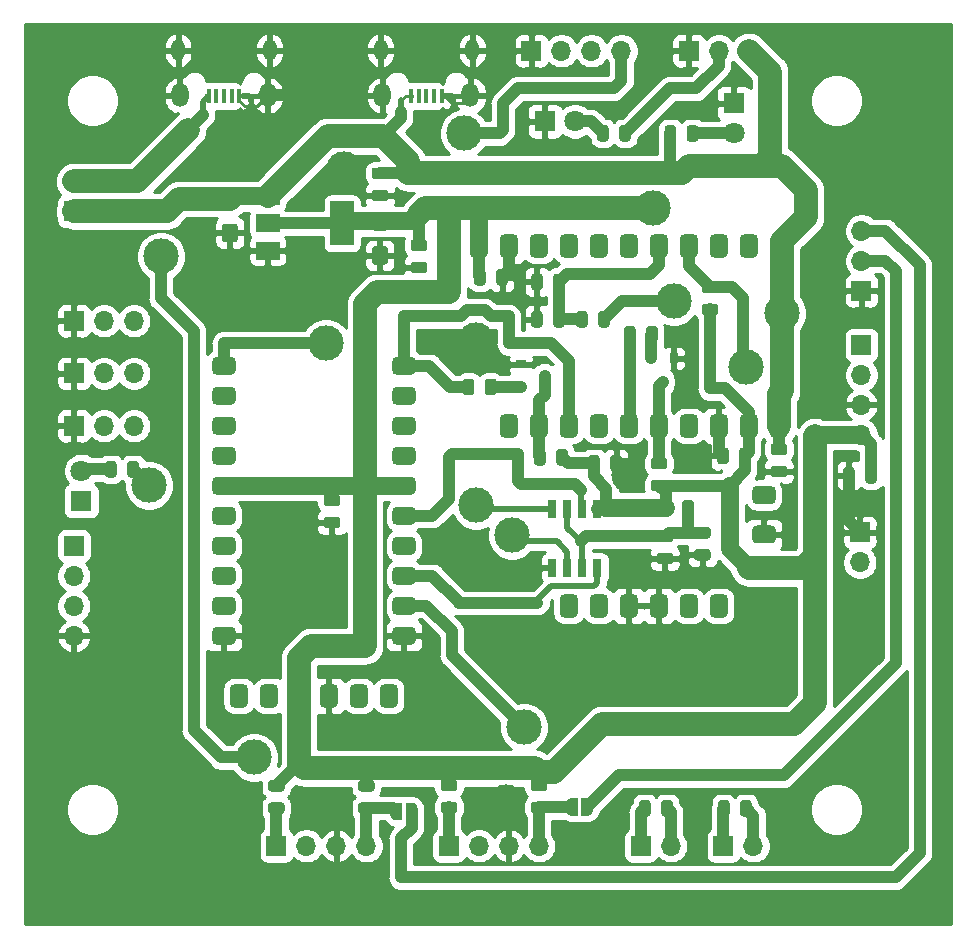
<source format=gbr>
%TF.GenerationSoftware,KiCad,Pcbnew,5.1.6-c6e7f7d~86~ubuntu18.04.1*%
%TF.CreationDate,2020-05-28T16:01:42+01:00*%
%TF.ProjectId,Frank-2-Pi,4672616e-6b2d-4322-9d50-692e6b696361,rev?*%
%TF.SameCoordinates,Original*%
%TF.FileFunction,Copper,L2,Bot*%
%TF.FilePolarity,Positive*%
%FSLAX46Y46*%
G04 Gerber Fmt 4.6, Leading zero omitted, Abs format (unit mm)*
G04 Created by KiCad (PCBNEW 5.1.6-c6e7f7d~86~ubuntu18.04.1) date 2020-05-28 16:01:42*
%MOMM*%
%LPD*%
G01*
G04 APERTURE LIST*
%TA.AperFunction,ComponentPad*%
%ADD10R,1.800000X1.800000*%
%TD*%
%TA.AperFunction,ComponentPad*%
%ADD11C,1.800000*%
%TD*%
%TA.AperFunction,ComponentPad*%
%ADD12R,1.700000X1.700000*%
%TD*%
%TA.AperFunction,ComponentPad*%
%ADD13O,1.700000X1.700000*%
%TD*%
%TA.AperFunction,ComponentPad*%
%ADD14O,1.150000X1.800000*%
%TD*%
%TA.AperFunction,ComponentPad*%
%ADD15O,1.450000X2.000000*%
%TD*%
%TA.AperFunction,SMDPad,CuDef*%
%ADD16R,0.450000X1.300000*%
%TD*%
%TA.AperFunction,SMDPad,CuDef*%
%ADD17C,0.100000*%
%TD*%
%TA.AperFunction,SMDPad,CuDef*%
%ADD18R,0.800000X0.900000*%
%TD*%
%TA.AperFunction,SMDPad,CuDef*%
%ADD19R,0.900000X0.800000*%
%TD*%
%TA.AperFunction,SMDPad,CuDef*%
%ADD20R,2.000000X3.800000*%
%TD*%
%TA.AperFunction,SMDPad,CuDef*%
%ADD21R,2.000000X1.500000*%
%TD*%
%TA.AperFunction,SMDPad,CuDef*%
%ADD22R,0.802000X1.505000*%
%TD*%
%TA.AperFunction,ViaPad*%
%ADD23C,3.000000*%
%TD*%
%TA.AperFunction,Conductor*%
%ADD24C,0.500000*%
%TD*%
%TA.AperFunction,Conductor*%
%ADD25C,1.500000*%
%TD*%
%TA.AperFunction,Conductor*%
%ADD26C,2.000000*%
%TD*%
%TA.AperFunction,Conductor*%
%ADD27C,1.000000*%
%TD*%
%TA.AperFunction,Conductor*%
%ADD28C,0.250000*%
%TD*%
%TA.AperFunction,Conductor*%
%ADD29C,0.254000*%
%TD*%
G04 APERTURE END LIST*
%TO.P,U1,1*%
%TO.N,Net-(C4-Pad1)*%
%TA.AperFunction,ComponentPad*%
G36*
G01*
X47371000Y-51165000D02*
X46609000Y-51165000D01*
G75*
G02*
X46228000Y-50784000I0J381000D01*
G01*
X46228000Y-49546000D01*
G75*
G02*
X46609000Y-49165000I381000J0D01*
G01*
X47371000Y-49165000D01*
G75*
G02*
X47752000Y-49546000I0J-381000D01*
G01*
X47752000Y-50784000D01*
G75*
G02*
X47371000Y-51165000I-381000J0D01*
G01*
G37*
%TD.AperFunction*%
%TO.P,U1,2*%
%TO.N,Net-(C4-Pad2)*%
%TA.AperFunction,ComponentPad*%
G36*
G01*
X49911000Y-51165000D02*
X49149000Y-51165000D01*
G75*
G02*
X48768000Y-50784000I0J381000D01*
G01*
X48768000Y-49546000D01*
G75*
G02*
X49149000Y-49165000I381000J0D01*
G01*
X49911000Y-49165000D01*
G75*
G02*
X50292000Y-49546000I0J-381000D01*
G01*
X50292000Y-50784000D01*
G75*
G02*
X49911000Y-51165000I-381000J0D01*
G01*
G37*
%TD.AperFunction*%
%TO.P,U1,3*%
%TO.N,GND*%
%TA.AperFunction,ComponentPad*%
G36*
G01*
X52451000Y-51165000D02*
X51689000Y-51165000D01*
G75*
G02*
X51308000Y-50784000I0J381000D01*
G01*
X51308000Y-49546000D01*
G75*
G02*
X51689000Y-49165000I381000J0D01*
G01*
X52451000Y-49165000D01*
G75*
G02*
X52832000Y-49546000I0J-381000D01*
G01*
X52832000Y-50784000D01*
G75*
G02*
X52451000Y-51165000I-381000J0D01*
G01*
G37*
%TD.AperFunction*%
%TO.P,U1,4*%
%TA.AperFunction,ComponentPad*%
G36*
G01*
X54991000Y-51165000D02*
X54229000Y-51165000D01*
G75*
G02*
X53848000Y-50784000I0J381000D01*
G01*
X53848000Y-49546000D01*
G75*
G02*
X54229000Y-49165000I381000J0D01*
G01*
X54991000Y-49165000D01*
G75*
G02*
X55372000Y-49546000I0J-381000D01*
G01*
X55372000Y-50784000D01*
G75*
G02*
X54991000Y-51165000I-381000J0D01*
G01*
G37*
%TD.AperFunction*%
%TO.P,U1,5*%
%TO.N,Net-(C2-Pad1)*%
%TA.AperFunction,ComponentPad*%
G36*
G01*
X57531000Y-51165000D02*
X56769000Y-51165000D01*
G75*
G02*
X56388000Y-50784000I0J381000D01*
G01*
X56388000Y-49546000D01*
G75*
G02*
X56769000Y-49165000I381000J0D01*
G01*
X57531000Y-49165000D01*
G75*
G02*
X57912000Y-49546000I0J-381000D01*
G01*
X57912000Y-50784000D01*
G75*
G02*
X57531000Y-51165000I-381000J0D01*
G01*
G37*
%TD.AperFunction*%
%TO.P,U1,6*%
%TO.N,Net-(C2-Pad2)*%
%TA.AperFunction,ComponentPad*%
G36*
G01*
X60071000Y-51165000D02*
X59309000Y-51165000D01*
G75*
G02*
X58928000Y-50784000I0J381000D01*
G01*
X58928000Y-49546000D01*
G75*
G02*
X59309000Y-49165000I381000J0D01*
G01*
X60071000Y-49165000D01*
G75*
G02*
X60452000Y-49546000I0J-381000D01*
G01*
X60452000Y-50784000D01*
G75*
G02*
X60071000Y-51165000I-381000J0D01*
G01*
G37*
%TD.AperFunction*%
%TO.P,U1,11*%
%TO.N,GND*%
%TA.AperFunction,ComponentPad*%
G36*
G01*
X60071000Y-35925000D02*
X59309000Y-35925000D01*
G75*
G02*
X58928000Y-35544000I0J381000D01*
G01*
X58928000Y-34306000D01*
G75*
G02*
X59309000Y-33925000I381000J0D01*
G01*
X60071000Y-33925000D01*
G75*
G02*
X60452000Y-34306000I0J-381000D01*
G01*
X60452000Y-35544000D01*
G75*
G02*
X60071000Y-35925000I-381000J0D01*
G01*
G37*
%TD.AperFunction*%
%TO.P,U1,12*%
%TO.N,IO4*%
%TA.AperFunction,ComponentPad*%
G36*
G01*
X57531000Y-35925000D02*
X56769000Y-35925000D01*
G75*
G02*
X56388000Y-35544000I0J381000D01*
G01*
X56388000Y-34306000D01*
G75*
G02*
X56769000Y-33925000I381000J0D01*
G01*
X57531000Y-33925000D01*
G75*
G02*
X57912000Y-34306000I0J-381000D01*
G01*
X57912000Y-35544000D01*
G75*
G02*
X57531000Y-35925000I-381000J0D01*
G01*
G37*
%TD.AperFunction*%
%TO.P,U1,13*%
%TO.N,Net-(Q1-Pad3)*%
%TA.AperFunction,ComponentPad*%
G36*
G01*
X54991000Y-35925000D02*
X54229000Y-35925000D01*
G75*
G02*
X53848000Y-35544000I0J381000D01*
G01*
X53848000Y-34306000D01*
G75*
G02*
X54229000Y-33925000I381000J0D01*
G01*
X54991000Y-33925000D01*
G75*
G02*
X55372000Y-34306000I0J-381000D01*
G01*
X55372000Y-35544000D01*
G75*
G02*
X54991000Y-35925000I-381000J0D01*
G01*
G37*
%TD.AperFunction*%
%TO.P,U1,14*%
%TO.N,IO5*%
%TA.AperFunction,ComponentPad*%
G36*
G01*
X52451000Y-35925000D02*
X51689000Y-35925000D01*
G75*
G02*
X51308000Y-35544000I0J381000D01*
G01*
X51308000Y-34306000D01*
G75*
G02*
X51689000Y-33925000I381000J0D01*
G01*
X52451000Y-33925000D01*
G75*
G02*
X52832000Y-34306000I0J-381000D01*
G01*
X52832000Y-35544000D01*
G75*
G02*
X52451000Y-35925000I-381000J0D01*
G01*
G37*
%TD.AperFunction*%
%TO.P,U1,15*%
%TO.N,Net-(U1-Pad15)*%
%TA.AperFunction,ComponentPad*%
G36*
G01*
X49911000Y-35925000D02*
X49149000Y-35925000D01*
G75*
G02*
X48768000Y-35544000I0J381000D01*
G01*
X48768000Y-34306000D01*
G75*
G02*
X49149000Y-33925000I381000J0D01*
G01*
X49911000Y-33925000D01*
G75*
G02*
X50292000Y-34306000I0J-381000D01*
G01*
X50292000Y-35544000D01*
G75*
G02*
X49911000Y-35925000I-381000J0D01*
G01*
G37*
%TD.AperFunction*%
%TO.P,U1,16*%
%TO.N,IO7*%
%TA.AperFunction,ComponentPad*%
G36*
G01*
X47371000Y-35925000D02*
X46609000Y-35925000D01*
G75*
G02*
X46228000Y-35544000I0J381000D01*
G01*
X46228000Y-34306000D01*
G75*
G02*
X46609000Y-33925000I381000J0D01*
G01*
X47371000Y-33925000D01*
G75*
G02*
X47752000Y-34306000I0J-381000D01*
G01*
X47752000Y-35544000D01*
G75*
G02*
X47371000Y-35925000I-381000J0D01*
G01*
G37*
%TD.AperFunction*%
%TO.P,U1,17*%
%TO.N,Net-(Q2-Pad3)*%
%TA.AperFunction,ComponentPad*%
G36*
G01*
X44831000Y-35925000D02*
X44069000Y-35925000D01*
G75*
G02*
X43688000Y-35544000I0J381000D01*
G01*
X43688000Y-34306000D01*
G75*
G02*
X44069000Y-33925000I381000J0D01*
G01*
X44831000Y-33925000D01*
G75*
G02*
X45212000Y-34306000I0J-381000D01*
G01*
X45212000Y-35544000D01*
G75*
G02*
X44831000Y-35925000I-381000J0D01*
G01*
G37*
%TD.AperFunction*%
%TO.P,U1,18*%
%TO.N,IO6*%
%TA.AperFunction,ComponentPad*%
G36*
G01*
X42291000Y-35925000D02*
X41529000Y-35925000D01*
G75*
G02*
X41148000Y-35544000I0J381000D01*
G01*
X41148000Y-34306000D01*
G75*
G02*
X41529000Y-33925000I381000J0D01*
G01*
X42291000Y-33925000D01*
G75*
G02*
X42672000Y-34306000I0J-381000D01*
G01*
X42672000Y-35544000D01*
G75*
G02*
X42291000Y-35925000I-381000J0D01*
G01*
G37*
%TD.AperFunction*%
%TO.P,U1,10*%
%TO.N,+3V3*%
%TA.AperFunction,ComponentPad*%
G36*
G01*
X62611000Y-35925000D02*
X61849000Y-35925000D01*
G75*
G02*
X61468000Y-35544000I0J381000D01*
G01*
X61468000Y-34306000D01*
G75*
G02*
X61849000Y-33925000I381000J0D01*
G01*
X62611000Y-33925000D01*
G75*
G02*
X62992000Y-34306000I0J-381000D01*
G01*
X62992000Y-35544000D01*
G75*
G02*
X62611000Y-35925000I-381000J0D01*
G01*
G37*
%TD.AperFunction*%
%TO.P,U1,9*%
%TO.N,+5V*%
%TA.AperFunction,ComponentPad*%
G36*
G01*
X65151000Y-35925000D02*
X64389000Y-35925000D01*
G75*
G02*
X64008000Y-35544000I0J381000D01*
G01*
X64008000Y-34306000D01*
G75*
G02*
X64389000Y-33925000I381000J0D01*
G01*
X65151000Y-33925000D01*
G75*
G02*
X65532000Y-34306000I0J-381000D01*
G01*
X65532000Y-35544000D01*
G75*
G02*
X65151000Y-35925000I-381000J0D01*
G01*
G37*
%TD.AperFunction*%
%TO.P,U1,8*%
%TO.N,Net-(U1-Pad8)*%
%TA.AperFunction,ComponentPad*%
G36*
G01*
X64500000Y-40394000D02*
X64500000Y-41156000D01*
G75*
G02*
X64119000Y-41537000I-381000J0D01*
G01*
X62881000Y-41537000D01*
G75*
G02*
X62500000Y-41156000I0J381000D01*
G01*
X62500000Y-40394000D01*
G75*
G02*
X62881000Y-40013000I381000J0D01*
G01*
X64119000Y-40013000D01*
G75*
G02*
X64500000Y-40394000I0J-381000D01*
G01*
G37*
%TD.AperFunction*%
%TO.P,U1,7*%
%TO.N,GND*%
%TA.AperFunction,ComponentPad*%
G36*
G01*
X64500000Y-43734000D02*
X64500000Y-44496000D01*
G75*
G02*
X64119000Y-44877000I-381000J0D01*
G01*
X62881000Y-44877000D01*
G75*
G02*
X62500000Y-44496000I0J381000D01*
G01*
X62500000Y-43734000D01*
G75*
G02*
X62881000Y-43353000I381000J0D01*
G01*
X64119000Y-43353000D01*
G75*
G02*
X64500000Y-43734000I0J-381000D01*
G01*
G37*
%TD.AperFunction*%
%TD*%
D10*
%TO.P,D2,1*%
%TO.N,GND*%
X60960000Y-7620000D03*
D11*
%TO.P,D2,2*%
%TO.N,Net-(D2-Pad2)*%
X60960000Y-10160000D03*
%TD*%
D10*
%TO.P,D3,1*%
%TO.N,GND*%
X44958000Y-9144000D03*
D11*
%TO.P,D3,2*%
%TO.N,Net-(D3-Pad2)*%
X47498000Y-9144000D03*
%TD*%
%TO.P,D1,2*%
%TO.N,Net-(D1-Pad2)*%
X5715000Y-38735000D03*
D10*
%TO.P,D1,1*%
%TO.N,Net-(D1-Pad1)*%
X5715000Y-41275000D03*
%TD*%
%TO.P,C1,1*%
%TO.N,+3V3*%
%TA.AperFunction,SMDPad,CuDef*%
G36*
G01*
X48613000Y-38556250D02*
X48613000Y-37643750D01*
G75*
G02*
X48856750Y-37400000I243750J0D01*
G01*
X49344250Y-37400000D01*
G75*
G02*
X49588000Y-37643750I0J-243750D01*
G01*
X49588000Y-38556250D01*
G75*
G02*
X49344250Y-38800000I-243750J0D01*
G01*
X48856750Y-38800000D01*
G75*
G02*
X48613000Y-38556250I0J243750D01*
G01*
G37*
%TD.AperFunction*%
%TO.P,C1,2*%
%TO.N,GND*%
%TA.AperFunction,SMDPad,CuDef*%
G36*
G01*
X50488000Y-38556250D02*
X50488000Y-37643750D01*
G75*
G02*
X50731750Y-37400000I243750J0D01*
G01*
X51219250Y-37400000D01*
G75*
G02*
X51463000Y-37643750I0J-243750D01*
G01*
X51463000Y-38556250D01*
G75*
G02*
X51219250Y-38800000I-243750J0D01*
G01*
X50731750Y-38800000D01*
G75*
G02*
X50488000Y-38556250I0J243750D01*
G01*
G37*
%TD.AperFunction*%
%TD*%
%TO.P,C2,1*%
%TO.N,Net-(C2-Pad1)*%
%TA.AperFunction,SMDPad,CuDef*%
G36*
G01*
X59613500Y-67766250D02*
X59613500Y-66853750D01*
G75*
G02*
X59857250Y-66610000I243750J0D01*
G01*
X60344750Y-66610000D01*
G75*
G02*
X60588500Y-66853750I0J-243750D01*
G01*
X60588500Y-67766250D01*
G75*
G02*
X60344750Y-68010000I-243750J0D01*
G01*
X59857250Y-68010000D01*
G75*
G02*
X59613500Y-67766250I0J243750D01*
G01*
G37*
%TD.AperFunction*%
%TO.P,C2,2*%
%TO.N,Net-(C2-Pad2)*%
%TA.AperFunction,SMDPad,CuDef*%
G36*
G01*
X61488500Y-67766250D02*
X61488500Y-66853750D01*
G75*
G02*
X61732250Y-66610000I243750J0D01*
G01*
X62219750Y-66610000D01*
G75*
G02*
X62463500Y-66853750I0J-243750D01*
G01*
X62463500Y-67766250D01*
G75*
G02*
X62219750Y-68010000I-243750J0D01*
G01*
X61732250Y-68010000D01*
G75*
G02*
X61488500Y-67766250I0J243750D01*
G01*
G37*
%TD.AperFunction*%
%TD*%
%TO.P,C3,1*%
%TO.N,+5V*%
%TA.AperFunction,SMDPad,CuDef*%
G36*
G01*
X64313750Y-36421000D02*
X65226250Y-36421000D01*
G75*
G02*
X65470000Y-36664750I0J-243750D01*
G01*
X65470000Y-37152250D01*
G75*
G02*
X65226250Y-37396000I-243750J0D01*
G01*
X64313750Y-37396000D01*
G75*
G02*
X64070000Y-37152250I0J243750D01*
G01*
X64070000Y-36664750D01*
G75*
G02*
X64313750Y-36421000I243750J0D01*
G01*
G37*
%TD.AperFunction*%
%TO.P,C3,2*%
%TO.N,GND*%
%TA.AperFunction,SMDPad,CuDef*%
G36*
G01*
X64313750Y-38296000D02*
X65226250Y-38296000D01*
G75*
G02*
X65470000Y-38539750I0J-243750D01*
G01*
X65470000Y-39027250D01*
G75*
G02*
X65226250Y-39271000I-243750J0D01*
G01*
X64313750Y-39271000D01*
G75*
G02*
X64070000Y-39027250I0J243750D01*
G01*
X64070000Y-38539750D01*
G75*
G02*
X64313750Y-38296000I243750J0D01*
G01*
G37*
%TD.AperFunction*%
%TD*%
%TO.P,C4,2*%
%TO.N,Net-(C4-Pad2)*%
%TA.AperFunction,SMDPad,CuDef*%
G36*
G01*
X54806000Y-67766250D02*
X54806000Y-66853750D01*
G75*
G02*
X55049750Y-66610000I243750J0D01*
G01*
X55537250Y-66610000D01*
G75*
G02*
X55781000Y-66853750I0J-243750D01*
G01*
X55781000Y-67766250D01*
G75*
G02*
X55537250Y-68010000I-243750J0D01*
G01*
X55049750Y-68010000D01*
G75*
G02*
X54806000Y-67766250I0J243750D01*
G01*
G37*
%TD.AperFunction*%
%TO.P,C4,1*%
%TO.N,Net-(C4-Pad1)*%
%TA.AperFunction,SMDPad,CuDef*%
G36*
G01*
X52931000Y-67766250D02*
X52931000Y-66853750D01*
G75*
G02*
X53174750Y-66610000I243750J0D01*
G01*
X53662250Y-66610000D01*
G75*
G02*
X53906000Y-66853750I0J-243750D01*
G01*
X53906000Y-67766250D01*
G75*
G02*
X53662250Y-68010000I-243750J0D01*
G01*
X53174750Y-68010000D01*
G75*
G02*
X52931000Y-67766250I0J243750D01*
G01*
G37*
%TD.AperFunction*%
%TD*%
%TO.P,C5,2*%
%TO.N,GND*%
%TA.AperFunction,SMDPad,CuDef*%
G36*
G01*
X60510000Y-37008750D02*
X60510000Y-37921250D01*
G75*
G02*
X60266250Y-38165000I-243750J0D01*
G01*
X59778750Y-38165000D01*
G75*
G02*
X59535000Y-37921250I0J243750D01*
G01*
X59535000Y-37008750D01*
G75*
G02*
X59778750Y-36765000I243750J0D01*
G01*
X60266250Y-36765000D01*
G75*
G02*
X60510000Y-37008750I0J-243750D01*
G01*
G37*
%TD.AperFunction*%
%TO.P,C5,1*%
%TO.N,+3V3*%
%TA.AperFunction,SMDPad,CuDef*%
G36*
G01*
X62385000Y-37008750D02*
X62385000Y-37921250D01*
G75*
G02*
X62141250Y-38165000I-243750J0D01*
G01*
X61653750Y-38165000D01*
G75*
G02*
X61410000Y-37921250I0J243750D01*
G01*
X61410000Y-37008750D01*
G75*
G02*
X61653750Y-36765000I243750J0D01*
G01*
X62141250Y-36765000D01*
G75*
G02*
X62385000Y-37008750I0J-243750D01*
G01*
G37*
%TD.AperFunction*%
%TD*%
%TO.P,C6,1*%
%TO.N,+3V3*%
%TA.AperFunction,SMDPad,CuDef*%
G36*
G01*
X38961000Y-22808250D02*
X38961000Y-21895750D01*
G75*
G02*
X39204750Y-21652000I243750J0D01*
G01*
X39692250Y-21652000D01*
G75*
G02*
X39936000Y-21895750I0J-243750D01*
G01*
X39936000Y-22808250D01*
G75*
G02*
X39692250Y-23052000I-243750J0D01*
G01*
X39204750Y-23052000D01*
G75*
G02*
X38961000Y-22808250I0J243750D01*
G01*
G37*
%TD.AperFunction*%
%TO.P,C6,2*%
%TO.N,GND*%
%TA.AperFunction,SMDPad,CuDef*%
G36*
G01*
X40836000Y-22808250D02*
X40836000Y-21895750D01*
G75*
G02*
X41079750Y-21652000I243750J0D01*
G01*
X41567250Y-21652000D01*
G75*
G02*
X41811000Y-21895750I0J-243750D01*
G01*
X41811000Y-22808250D01*
G75*
G02*
X41567250Y-23052000I-243750J0D01*
G01*
X41079750Y-23052000D01*
G75*
G02*
X40836000Y-22808250I0J243750D01*
G01*
G37*
%TD.AperFunction*%
%TD*%
%TO.P,C7,2*%
%TO.N,GND*%
%TA.AperFunction,SMDPad,CuDef*%
G36*
G01*
X71178000Y-38659750D02*
X71178000Y-39572250D01*
G75*
G02*
X70934250Y-39816000I-243750J0D01*
G01*
X70446750Y-39816000D01*
G75*
G02*
X70203000Y-39572250I0J243750D01*
G01*
X70203000Y-38659750D01*
G75*
G02*
X70446750Y-38416000I243750J0D01*
G01*
X70934250Y-38416000D01*
G75*
G02*
X71178000Y-38659750I0J-243750D01*
G01*
G37*
%TD.AperFunction*%
%TO.P,C7,1*%
%TO.N,+3V3*%
%TA.AperFunction,SMDPad,CuDef*%
G36*
G01*
X73053000Y-38659750D02*
X73053000Y-39572250D01*
G75*
G02*
X72809250Y-39816000I-243750J0D01*
G01*
X72321750Y-39816000D01*
G75*
G02*
X72078000Y-39572250I0J243750D01*
G01*
X72078000Y-38659750D01*
G75*
G02*
X72321750Y-38416000I243750J0D01*
G01*
X72809250Y-38416000D01*
G75*
G02*
X73053000Y-38659750I0J-243750D01*
G01*
G37*
%TD.AperFunction*%
%TD*%
%TO.P,C8,1*%
%TO.N,Net-(C8-Pad1)*%
%TA.AperFunction,SMDPad,CuDef*%
G36*
G01*
X46637000Y-22276750D02*
X46637000Y-23189250D01*
G75*
G02*
X46393250Y-23433000I-243750J0D01*
G01*
X45905750Y-23433000D01*
G75*
G02*
X45662000Y-23189250I0J243750D01*
G01*
X45662000Y-22276750D01*
G75*
G02*
X45905750Y-22033000I243750J0D01*
G01*
X46393250Y-22033000D01*
G75*
G02*
X46637000Y-22276750I0J-243750D01*
G01*
G37*
%TD.AperFunction*%
%TO.P,C8,2*%
%TO.N,GND*%
%TA.AperFunction,SMDPad,CuDef*%
G36*
G01*
X44762000Y-22276750D02*
X44762000Y-23189250D01*
G75*
G02*
X44518250Y-23433000I-243750J0D01*
G01*
X44030750Y-23433000D01*
G75*
G02*
X43787000Y-23189250I0J243750D01*
G01*
X43787000Y-22276750D01*
G75*
G02*
X44030750Y-22033000I243750J0D01*
G01*
X44518250Y-22033000D01*
G75*
G02*
X44762000Y-22276750I0J-243750D01*
G01*
G37*
%TD.AperFunction*%
%TD*%
%TO.P,C9,1*%
%TO.N,+5V*%
%TA.AperFunction,SMDPad,CuDef*%
G36*
G01*
X17862999Y-14920000D02*
X18713001Y-14920000D01*
G75*
G02*
X18963000Y-15169999I0J-249999D01*
G01*
X18963000Y-16245001D01*
G75*
G02*
X18713001Y-16495000I-249999J0D01*
G01*
X17862999Y-16495000D01*
G75*
G02*
X17613000Y-16245001I0J249999D01*
G01*
X17613000Y-15169999D01*
G75*
G02*
X17862999Y-14920000I249999J0D01*
G01*
G37*
%TD.AperFunction*%
%TO.P,C9,2*%
%TO.N,GND*%
%TA.AperFunction,SMDPad,CuDef*%
G36*
G01*
X17862999Y-17795000D02*
X18713001Y-17795000D01*
G75*
G02*
X18963000Y-18044999I0J-249999D01*
G01*
X18963000Y-19120001D01*
G75*
G02*
X18713001Y-19370000I-249999J0D01*
G01*
X17862999Y-19370000D01*
G75*
G02*
X17613000Y-19120001I0J249999D01*
G01*
X17613000Y-18044999D01*
G75*
G02*
X17862999Y-17795000I249999J0D01*
G01*
G37*
%TD.AperFunction*%
%TD*%
%TO.P,C10,2*%
%TO.N,GND*%
%TA.AperFunction,SMDPad,CuDef*%
G36*
G01*
X30562999Y-19700000D02*
X31413001Y-19700000D01*
G75*
G02*
X31663000Y-19949999I0J-249999D01*
G01*
X31663000Y-21025001D01*
G75*
G02*
X31413001Y-21275000I-249999J0D01*
G01*
X30562999Y-21275000D01*
G75*
G02*
X30313000Y-21025001I0J249999D01*
G01*
X30313000Y-19949999D01*
G75*
G02*
X30562999Y-19700000I249999J0D01*
G01*
G37*
%TD.AperFunction*%
%TO.P,C10,1*%
%TO.N,+3V3*%
%TA.AperFunction,SMDPad,CuDef*%
G36*
G01*
X30562999Y-16825000D02*
X31413001Y-16825000D01*
G75*
G02*
X31663000Y-17074999I0J-249999D01*
G01*
X31663000Y-18150001D01*
G75*
G02*
X31413001Y-18400000I-249999J0D01*
G01*
X30562999Y-18400000D01*
G75*
G02*
X30313000Y-18150001I0J249999D01*
G01*
X30313000Y-17074999D01*
G75*
G02*
X30562999Y-16825000I249999J0D01*
G01*
G37*
%TD.AperFunction*%
%TD*%
%TO.P,C11,2*%
%TO.N,GND*%
%TA.AperFunction,SMDPad,CuDef*%
G36*
G01*
X57836750Y-45359500D02*
X58749250Y-45359500D01*
G75*
G02*
X58993000Y-45603250I0J-243750D01*
G01*
X58993000Y-46090750D01*
G75*
G02*
X58749250Y-46334500I-243750J0D01*
G01*
X57836750Y-46334500D01*
G75*
G02*
X57593000Y-46090750I0J243750D01*
G01*
X57593000Y-45603250D01*
G75*
G02*
X57836750Y-45359500I243750J0D01*
G01*
G37*
%TD.AperFunction*%
%TO.P,C11,1*%
%TO.N,Net-(C11-Pad1)*%
%TA.AperFunction,SMDPad,CuDef*%
G36*
G01*
X57836750Y-43484500D02*
X58749250Y-43484500D01*
G75*
G02*
X58993000Y-43728250I0J-243750D01*
G01*
X58993000Y-44215750D01*
G75*
G02*
X58749250Y-44459500I-243750J0D01*
G01*
X57836750Y-44459500D01*
G75*
G02*
X57593000Y-44215750I0J243750D01*
G01*
X57593000Y-43728250D01*
G75*
G02*
X57836750Y-43484500I243750J0D01*
G01*
G37*
%TD.AperFunction*%
%TD*%
D12*
%TO.P,J1,1*%
%TO.N,Net-(J1-Pad1)*%
X36830000Y-70485000D03*
D13*
%TO.P,J1,2*%
%TO.N,IO0*%
X39370000Y-70485000D03*
%TO.P,J1,3*%
%TO.N,GND*%
X41910000Y-70485000D03*
%TO.P,J1,4*%
%TO.N,Net-(J1-Pad4)*%
X44450000Y-70485000D03*
%TD*%
%TO.P,J2,2*%
%TO.N,Net-(C2-Pad2)*%
X62611000Y-70485000D03*
D12*
%TO.P,J2,1*%
%TO.N,Net-(C2-Pad1)*%
X60071000Y-70485000D03*
%TD*%
D13*
%TO.P,J3,2*%
%TO.N,Net-(C4-Pad2)*%
X55626000Y-70485000D03*
D12*
%TO.P,J3,1*%
%TO.N,Net-(C4-Pad1)*%
X53086000Y-70485000D03*
%TD*%
D13*
%TO.P,J4,4*%
%TO.N,Net-(J4-Pad4)*%
X29845000Y-70485000D03*
%TO.P,J4,3*%
%TO.N,GND*%
X27305000Y-70485000D03*
%TO.P,J4,2*%
%TO.N,IO2*%
X24765000Y-70485000D03*
D12*
%TO.P,J4,1*%
%TO.N,Net-(J4-Pad1)*%
X22225000Y-70485000D03*
%TD*%
%TO.P,J5,1*%
%TO.N,GND*%
X71755000Y-23495000D03*
D13*
%TO.P,J5,2*%
%TO.N,Net-(J5-Pad2)*%
X71755000Y-20955000D03*
%TO.P,J5,3*%
%TO.N,Net-(J5-Pad3)*%
X71755000Y-18415000D03*
%TD*%
%TO.P,J6,4*%
%TO.N,+3V3*%
X71755000Y-35687000D03*
%TO.P,J6,3*%
%TO.N,GND*%
X71755000Y-33147000D03*
%TO.P,J6,2*%
%TO.N,SDA*%
X71755000Y-30607000D03*
D12*
%TO.P,J6,1*%
%TO.N,SCL*%
X71755000Y-28067000D03*
%TD*%
%TO.P,J7,1*%
%TO.N,GND*%
X71628000Y-43942000D03*
D13*
%TO.P,J7,2*%
%TO.N,Net-(J7-Pad2)*%
X71628000Y-46482000D03*
%TD*%
D14*
%TO.P,J8,6*%
%TO.N,GND*%
X21655000Y-3130000D03*
X13905000Y-3130000D03*
D15*
X21505000Y-6930000D03*
X14055000Y-6930000D03*
D16*
%TO.P,J8,5*%
X19080000Y-6980000D03*
%TO.P,J8,4*%
%TO.N,Net-(J8-Pad4)*%
X18430000Y-6980000D03*
%TO.P,J8,3*%
%TO.N,Net-(J8-Pad3)*%
X17780000Y-6980000D03*
%TO.P,J8,2*%
%TO.N,Net-(J8-Pad2)*%
X17130000Y-6980000D03*
%TO.P,J8,1*%
%TO.N,Net-(J8-Pad1)*%
X16480000Y-6980000D03*
%TD*%
D12*
%TO.P,J9,1*%
%TO.N,+5V*%
X5080000Y-16764000D03*
D13*
%TO.P,J9,2*%
%TO.N,Net-(J8-Pad1)*%
X5080000Y-14224000D03*
%TD*%
D16*
%TO.P,J10,1*%
%TO.N,+5V*%
X33625000Y-6980000D03*
%TO.P,J10,2*%
%TO.N,Net-(J10-Pad2)*%
X34275000Y-6980000D03*
%TO.P,J10,3*%
%TO.N,Net-(J10-Pad3)*%
X34925000Y-6980000D03*
%TO.P,J10,4*%
%TO.N,Net-(J10-Pad4)*%
X35575000Y-6980000D03*
%TO.P,J10,5*%
%TO.N,GND*%
X36225000Y-6980000D03*
D15*
%TO.P,J10,6*%
X31200000Y-6930000D03*
X38650000Y-6930000D03*
D14*
X31050000Y-3130000D03*
X38800000Y-3130000D03*
%TD*%
D13*
%TO.P,J11,3*%
%TO.N,+5V*%
X62230000Y-3175000D03*
%TO.P,J11,2*%
%TO.N,+3V3*%
X59690000Y-3175000D03*
D12*
%TO.P,J11,1*%
%TO.N,GND*%
X57150000Y-3175000D03*
%TD*%
%TO.P,J12,1*%
%TO.N,GND*%
X5080000Y-34925000D03*
D13*
%TO.P,J12,2*%
%TO.N,+5V*%
X7620000Y-34925000D03*
%TO.P,J12,3*%
%TO.N,Net-(J12-Pad3)*%
X10160000Y-34925000D03*
%TD*%
%TO.P,J13,3*%
%TO.N,Net-(J13-Pad3)*%
X10160000Y-30480000D03*
%TO.P,J13,2*%
%TO.N,+5V*%
X7620000Y-30480000D03*
D12*
%TO.P,J13,1*%
%TO.N,GND*%
X5080000Y-30480000D03*
%TD*%
%TO.P,J14,1*%
%TO.N,GND*%
X5080000Y-26035000D03*
D13*
%TO.P,J14,2*%
%TO.N,+5V*%
X7620000Y-26035000D03*
%TO.P,J14,3*%
%TO.N,Net-(J14-Pad3)*%
X10160000Y-26035000D03*
%TD*%
D12*
%TO.P,J16,1*%
%TO.N,GND*%
X43815000Y-3175000D03*
D13*
%TO.P,J16,2*%
%TO.N,SCL*%
X46355000Y-3175000D03*
%TO.P,J16,3*%
%TO.N,SDA*%
X48895000Y-3175000D03*
%TO.P,J16,4*%
%TO.N,INTERRUPT*%
X51435000Y-3175000D03*
%TD*%
%TA.AperFunction,SMDPad,CuDef*%
D17*
%TO.P,JP1,1*%
%TO.N,Net-(J1-Pad4)*%
G36*
X47729000Y-67933000D02*
G01*
X47229000Y-67933000D01*
X47229000Y-67932398D01*
X47204466Y-67932398D01*
X47155635Y-67927588D01*
X47107510Y-67918016D01*
X47060555Y-67903772D01*
X47015222Y-67884995D01*
X46971949Y-67861864D01*
X46931150Y-67834604D01*
X46893221Y-67803476D01*
X46858524Y-67768779D01*
X46827396Y-67730850D01*
X46800136Y-67690051D01*
X46777005Y-67646778D01*
X46758228Y-67601445D01*
X46743984Y-67554490D01*
X46734412Y-67506365D01*
X46729602Y-67457534D01*
X46729602Y-67433000D01*
X46729000Y-67433000D01*
X46729000Y-66933000D01*
X46729602Y-66933000D01*
X46729602Y-66908466D01*
X46734412Y-66859635D01*
X46743984Y-66811510D01*
X46758228Y-66764555D01*
X46777005Y-66719222D01*
X46800136Y-66675949D01*
X46827396Y-66635150D01*
X46858524Y-66597221D01*
X46893221Y-66562524D01*
X46931150Y-66531396D01*
X46971949Y-66504136D01*
X47015222Y-66481005D01*
X47060555Y-66462228D01*
X47107510Y-66447984D01*
X47155635Y-66438412D01*
X47204466Y-66433602D01*
X47229000Y-66433602D01*
X47229000Y-66433000D01*
X47729000Y-66433000D01*
X47729000Y-67933000D01*
G37*
%TD.AperFunction*%
%TA.AperFunction,SMDPad,CuDef*%
%TO.P,JP1,2*%
%TO.N,Net-(J5-Pad2)*%
G36*
X48529000Y-66433602D02*
G01*
X48553534Y-66433602D01*
X48602365Y-66438412D01*
X48650490Y-66447984D01*
X48697445Y-66462228D01*
X48742778Y-66481005D01*
X48786051Y-66504136D01*
X48826850Y-66531396D01*
X48864779Y-66562524D01*
X48899476Y-66597221D01*
X48930604Y-66635150D01*
X48957864Y-66675949D01*
X48980995Y-66719222D01*
X48999772Y-66764555D01*
X49014016Y-66811510D01*
X49023588Y-66859635D01*
X49028398Y-66908466D01*
X49028398Y-66933000D01*
X49029000Y-66933000D01*
X49029000Y-67433000D01*
X49028398Y-67433000D01*
X49028398Y-67457534D01*
X49023588Y-67506365D01*
X49014016Y-67554490D01*
X48999772Y-67601445D01*
X48980995Y-67646778D01*
X48957864Y-67690051D01*
X48930604Y-67730850D01*
X48899476Y-67768779D01*
X48864779Y-67803476D01*
X48826850Y-67834604D01*
X48786051Y-67861864D01*
X48742778Y-67884995D01*
X48697445Y-67903772D01*
X48650490Y-67918016D01*
X48602365Y-67927588D01*
X48553534Y-67932398D01*
X48529000Y-67932398D01*
X48529000Y-67933000D01*
X48029000Y-67933000D01*
X48029000Y-66433000D01*
X48529000Y-66433000D01*
X48529000Y-66433602D01*
G37*
%TD.AperFunction*%
%TD*%
%TA.AperFunction,SMDPad,CuDef*%
%TO.P,JP2,2*%
%TO.N,Net-(J5-Pad3)*%
G36*
X33670000Y-66814602D02*
G01*
X33694534Y-66814602D01*
X33743365Y-66819412D01*
X33791490Y-66828984D01*
X33838445Y-66843228D01*
X33883778Y-66862005D01*
X33927051Y-66885136D01*
X33967850Y-66912396D01*
X34005779Y-66943524D01*
X34040476Y-66978221D01*
X34071604Y-67016150D01*
X34098864Y-67056949D01*
X34121995Y-67100222D01*
X34140772Y-67145555D01*
X34155016Y-67192510D01*
X34164588Y-67240635D01*
X34169398Y-67289466D01*
X34169398Y-67314000D01*
X34170000Y-67314000D01*
X34170000Y-67814000D01*
X34169398Y-67814000D01*
X34169398Y-67838534D01*
X34164588Y-67887365D01*
X34155016Y-67935490D01*
X34140772Y-67982445D01*
X34121995Y-68027778D01*
X34098864Y-68071051D01*
X34071604Y-68111850D01*
X34040476Y-68149779D01*
X34005779Y-68184476D01*
X33967850Y-68215604D01*
X33927051Y-68242864D01*
X33883778Y-68265995D01*
X33838445Y-68284772D01*
X33791490Y-68299016D01*
X33743365Y-68308588D01*
X33694534Y-68313398D01*
X33670000Y-68313398D01*
X33670000Y-68314000D01*
X33170000Y-68314000D01*
X33170000Y-66814000D01*
X33670000Y-66814000D01*
X33670000Y-66814602D01*
G37*
%TD.AperFunction*%
%TA.AperFunction,SMDPad,CuDef*%
%TO.P,JP2,1*%
%TO.N,Net-(J4-Pad4)*%
G36*
X32870000Y-68314000D02*
G01*
X32370000Y-68314000D01*
X32370000Y-68313398D01*
X32345466Y-68313398D01*
X32296635Y-68308588D01*
X32248510Y-68299016D01*
X32201555Y-68284772D01*
X32156222Y-68265995D01*
X32112949Y-68242864D01*
X32072150Y-68215604D01*
X32034221Y-68184476D01*
X31999524Y-68149779D01*
X31968396Y-68111850D01*
X31941136Y-68071051D01*
X31918005Y-68027778D01*
X31899228Y-67982445D01*
X31884984Y-67935490D01*
X31875412Y-67887365D01*
X31870602Y-67838534D01*
X31870602Y-67814000D01*
X31870000Y-67814000D01*
X31870000Y-67314000D01*
X31870602Y-67314000D01*
X31870602Y-67289466D01*
X31875412Y-67240635D01*
X31884984Y-67192510D01*
X31899228Y-67145555D01*
X31918005Y-67100222D01*
X31941136Y-67056949D01*
X31968396Y-67016150D01*
X31999524Y-66978221D01*
X32034221Y-66943524D01*
X32072150Y-66912396D01*
X32112949Y-66885136D01*
X32156222Y-66862005D01*
X32201555Y-66843228D01*
X32248510Y-66828984D01*
X32296635Y-66819412D01*
X32345466Y-66814602D01*
X32370000Y-66814602D01*
X32370000Y-66814000D01*
X32870000Y-66814000D01*
X32870000Y-68314000D01*
G37*
%TD.AperFunction*%
%TD*%
D18*
%TO.P,Q1,3*%
%TO.N,Net-(Q1-Pad3)*%
X54925000Y-31210000D03*
%TO.P,Q1,2*%
%TO.N,GND*%
X55875000Y-29210000D03*
%TO.P,Q1,1*%
%TO.N,Net-(Q1-Pad1)*%
X53975000Y-29210000D03*
%TD*%
D19*
%TO.P,Q2,1*%
%TO.N,Net-(Q2-Pad1)*%
X42926000Y-31623000D03*
%TO.P,Q2,2*%
%TO.N,GND*%
X42926000Y-29723000D03*
%TO.P,Q2,3*%
%TO.N,Net-(Q2-Pad3)*%
X44926000Y-30673000D03*
%TD*%
%TO.P,R1,1*%
%TO.N,Net-(J1-Pad1)*%
%TA.AperFunction,SMDPad,CuDef*%
G36*
G01*
X37286250Y-67719000D02*
X36373750Y-67719000D01*
G75*
G02*
X36130000Y-67475250I0J243750D01*
G01*
X36130000Y-66987750D01*
G75*
G02*
X36373750Y-66744000I243750J0D01*
G01*
X37286250Y-66744000D01*
G75*
G02*
X37530000Y-66987750I0J-243750D01*
G01*
X37530000Y-67475250D01*
G75*
G02*
X37286250Y-67719000I-243750J0D01*
G01*
G37*
%TD.AperFunction*%
%TO.P,R1,2*%
%TO.N,+3V3*%
%TA.AperFunction,SMDPad,CuDef*%
G36*
G01*
X37286250Y-65844000D02*
X36373750Y-65844000D01*
G75*
G02*
X36130000Y-65600250I0J243750D01*
G01*
X36130000Y-65112750D01*
G75*
G02*
X36373750Y-64869000I243750J0D01*
G01*
X37286250Y-64869000D01*
G75*
G02*
X37530000Y-65112750I0J-243750D01*
G01*
X37530000Y-65600250D01*
G75*
G02*
X37286250Y-65844000I-243750J0D01*
G01*
G37*
%TD.AperFunction*%
%TD*%
%TO.P,R2,2*%
%TO.N,+3V3*%
%TA.AperFunction,SMDPad,CuDef*%
G36*
G01*
X22681250Y-65892500D02*
X21768750Y-65892500D01*
G75*
G02*
X21525000Y-65648750I0J243750D01*
G01*
X21525000Y-65161250D01*
G75*
G02*
X21768750Y-64917500I243750J0D01*
G01*
X22681250Y-64917500D01*
G75*
G02*
X22925000Y-65161250I0J-243750D01*
G01*
X22925000Y-65648750D01*
G75*
G02*
X22681250Y-65892500I-243750J0D01*
G01*
G37*
%TD.AperFunction*%
%TO.P,R2,1*%
%TO.N,Net-(J4-Pad1)*%
%TA.AperFunction,SMDPad,CuDef*%
G36*
G01*
X22681250Y-67767500D02*
X21768750Y-67767500D01*
G75*
G02*
X21525000Y-67523750I0J243750D01*
G01*
X21525000Y-67036250D01*
G75*
G02*
X21768750Y-66792500I243750J0D01*
G01*
X22681250Y-66792500D01*
G75*
G02*
X22925000Y-67036250I0J-243750D01*
G01*
X22925000Y-67523750D01*
G75*
G02*
X22681250Y-67767500I-243750J0D01*
G01*
G37*
%TD.AperFunction*%
%TD*%
%TO.P,R3,1*%
%TO.N,Net-(Q1-Pad1)*%
%TA.AperFunction,SMDPad,CuDef*%
G36*
G01*
X54511000Y-26721750D02*
X54511000Y-27634250D01*
G75*
G02*
X54267250Y-27878000I-243750J0D01*
G01*
X53779750Y-27878000D01*
G75*
G02*
X53536000Y-27634250I0J243750D01*
G01*
X53536000Y-26721750D01*
G75*
G02*
X53779750Y-26478000I243750J0D01*
G01*
X54267250Y-26478000D01*
G75*
G02*
X54511000Y-26721750I0J-243750D01*
G01*
G37*
%TD.AperFunction*%
%TO.P,R3,2*%
%TO.N,IO5*%
%TA.AperFunction,SMDPad,CuDef*%
G36*
G01*
X52636000Y-26721750D02*
X52636000Y-27634250D01*
G75*
G02*
X52392250Y-27878000I-243750J0D01*
G01*
X51904750Y-27878000D01*
G75*
G02*
X51661000Y-27634250I0J243750D01*
G01*
X51661000Y-26721750D01*
G75*
G02*
X51904750Y-26478000I243750J0D01*
G01*
X52392250Y-26478000D01*
G75*
G02*
X52636000Y-26721750I0J-243750D01*
G01*
G37*
%TD.AperFunction*%
%TD*%
%TO.P,R4,1*%
%TO.N,Net-(Q2-Pad1)*%
%TA.AperFunction,SMDPad,CuDef*%
G36*
G01*
X40843500Y-31166750D02*
X40843500Y-32079250D01*
G75*
G02*
X40599750Y-32323000I-243750J0D01*
G01*
X40112250Y-32323000D01*
G75*
G02*
X39868500Y-32079250I0J243750D01*
G01*
X39868500Y-31166750D01*
G75*
G02*
X40112250Y-30923000I243750J0D01*
G01*
X40599750Y-30923000D01*
G75*
G02*
X40843500Y-31166750I0J-243750D01*
G01*
G37*
%TD.AperFunction*%
%TO.P,R4,2*%
%TO.N,IO7*%
%TA.AperFunction,SMDPad,CuDef*%
G36*
G01*
X38968500Y-31166750D02*
X38968500Y-32079250D01*
G75*
G02*
X38724750Y-32323000I-243750J0D01*
G01*
X38237250Y-32323000D01*
G75*
G02*
X37993500Y-32079250I0J243750D01*
G01*
X37993500Y-31166750D01*
G75*
G02*
X38237250Y-30923000I243750J0D01*
G01*
X38724750Y-30923000D01*
G75*
G02*
X38968500Y-31166750I0J-243750D01*
G01*
G37*
%TD.AperFunction*%
%TD*%
%TO.P,R5,2*%
%TO.N,Net-(Q1-Pad3)*%
%TA.AperFunction,SMDPad,CuDef*%
G36*
G01*
X55066250Y-38587500D02*
X54153750Y-38587500D01*
G75*
G02*
X53910000Y-38343750I0J243750D01*
G01*
X53910000Y-37856250D01*
G75*
G02*
X54153750Y-37612500I243750J0D01*
G01*
X55066250Y-37612500D01*
G75*
G02*
X55310000Y-37856250I0J-243750D01*
G01*
X55310000Y-38343750D01*
G75*
G02*
X55066250Y-38587500I-243750J0D01*
G01*
G37*
%TD.AperFunction*%
%TO.P,R5,1*%
%TO.N,+3V3*%
%TA.AperFunction,SMDPad,CuDef*%
G36*
G01*
X55066250Y-40462500D02*
X54153750Y-40462500D01*
G75*
G02*
X53910000Y-40218750I0J243750D01*
G01*
X53910000Y-39731250D01*
G75*
G02*
X54153750Y-39487500I243750J0D01*
G01*
X55066250Y-39487500D01*
G75*
G02*
X55310000Y-39731250I0J-243750D01*
G01*
X55310000Y-40218750D01*
G75*
G02*
X55066250Y-40462500I-243750J0D01*
G01*
G37*
%TD.AperFunction*%
%TD*%
%TO.P,R6,2*%
%TO.N,Net-(Q2-Pad3)*%
%TA.AperFunction,SMDPad,CuDef*%
G36*
G01*
X45016000Y-37135750D02*
X45016000Y-38048250D01*
G75*
G02*
X44772250Y-38292000I-243750J0D01*
G01*
X44284750Y-38292000D01*
G75*
G02*
X44041000Y-38048250I0J243750D01*
G01*
X44041000Y-37135750D01*
G75*
G02*
X44284750Y-36892000I243750J0D01*
G01*
X44772250Y-36892000D01*
G75*
G02*
X45016000Y-37135750I0J-243750D01*
G01*
G37*
%TD.AperFunction*%
%TO.P,R6,1*%
%TO.N,+3V3*%
%TA.AperFunction,SMDPad,CuDef*%
G36*
G01*
X46891000Y-37135750D02*
X46891000Y-38048250D01*
G75*
G02*
X46647250Y-38292000I-243750J0D01*
G01*
X46159750Y-38292000D01*
G75*
G02*
X45916000Y-38048250I0J243750D01*
G01*
X45916000Y-37135750D01*
G75*
G02*
X46159750Y-36892000I243750J0D01*
G01*
X46647250Y-36892000D01*
G75*
G02*
X46891000Y-37135750I0J-243750D01*
G01*
G37*
%TD.AperFunction*%
%TD*%
%TO.P,R7,1*%
%TO.N,Net-(J1-Pad4)*%
%TA.AperFunction,SMDPad,CuDef*%
G36*
G01*
X44906250Y-67719000D02*
X43993750Y-67719000D01*
G75*
G02*
X43750000Y-67475250I0J243750D01*
G01*
X43750000Y-66987750D01*
G75*
G02*
X43993750Y-66744000I243750J0D01*
G01*
X44906250Y-66744000D01*
G75*
G02*
X45150000Y-66987750I0J-243750D01*
G01*
X45150000Y-67475250D01*
G75*
G02*
X44906250Y-67719000I-243750J0D01*
G01*
G37*
%TD.AperFunction*%
%TO.P,R7,2*%
%TO.N,+3V3*%
%TA.AperFunction,SMDPad,CuDef*%
G36*
G01*
X44906250Y-65844000D02*
X43993750Y-65844000D01*
G75*
G02*
X43750000Y-65600250I0J243750D01*
G01*
X43750000Y-65112750D01*
G75*
G02*
X43993750Y-64869000I243750J0D01*
G01*
X44906250Y-64869000D01*
G75*
G02*
X45150000Y-65112750I0J-243750D01*
G01*
X45150000Y-65600250D01*
G75*
G02*
X44906250Y-65844000I-243750J0D01*
G01*
G37*
%TD.AperFunction*%
%TD*%
%TO.P,R8,1*%
%TO.N,Net-(J4-Pad4)*%
%TA.AperFunction,SMDPad,CuDef*%
G36*
G01*
X30301250Y-67767500D02*
X29388750Y-67767500D01*
G75*
G02*
X29145000Y-67523750I0J243750D01*
G01*
X29145000Y-67036250D01*
G75*
G02*
X29388750Y-66792500I243750J0D01*
G01*
X30301250Y-66792500D01*
G75*
G02*
X30545000Y-67036250I0J-243750D01*
G01*
X30545000Y-67523750D01*
G75*
G02*
X30301250Y-67767500I-243750J0D01*
G01*
G37*
%TD.AperFunction*%
%TO.P,R8,2*%
%TO.N,+3V3*%
%TA.AperFunction,SMDPad,CuDef*%
G36*
G01*
X30301250Y-65892500D02*
X29388750Y-65892500D01*
G75*
G02*
X29145000Y-65648750I0J243750D01*
G01*
X29145000Y-65161250D01*
G75*
G02*
X29388750Y-64917500I243750J0D01*
G01*
X30301250Y-64917500D01*
G75*
G02*
X30545000Y-65161250I0J-243750D01*
G01*
X30545000Y-65648750D01*
G75*
G02*
X30301250Y-65892500I-243750J0D01*
G01*
G37*
%TD.AperFunction*%
%TD*%
%TO.P,R9,2*%
%TO.N,Net-(C11-Pad1)*%
%TA.AperFunction,SMDPad,CuDef*%
G36*
G01*
X56584000Y-42366250D02*
X56584000Y-41453750D01*
G75*
G02*
X56827750Y-41210000I243750J0D01*
G01*
X57315250Y-41210000D01*
G75*
G02*
X57559000Y-41453750I0J-243750D01*
G01*
X57559000Y-42366250D01*
G75*
G02*
X57315250Y-42610000I-243750J0D01*
G01*
X56827750Y-42610000D01*
G75*
G02*
X56584000Y-42366250I0J243750D01*
G01*
G37*
%TD.AperFunction*%
%TO.P,R9,1*%
%TO.N,+3V3*%
%TA.AperFunction,SMDPad,CuDef*%
G36*
G01*
X54709000Y-42366250D02*
X54709000Y-41453750D01*
G75*
G02*
X54952750Y-41210000I243750J0D01*
G01*
X55440250Y-41210000D01*
G75*
G02*
X55684000Y-41453750I0J-243750D01*
G01*
X55684000Y-42366250D01*
G75*
G02*
X55440250Y-42610000I-243750J0D01*
G01*
X54952750Y-42610000D01*
G75*
G02*
X54709000Y-42366250I0J243750D01*
G01*
G37*
%TD.AperFunction*%
%TD*%
%TO.P,R10,1*%
%TO.N,Net-(C11-Pad1)*%
%TA.AperFunction,SMDPad,CuDef*%
G36*
G01*
X54661750Y-43787000D02*
X55574250Y-43787000D01*
G75*
G02*
X55818000Y-44030750I0J-243750D01*
G01*
X55818000Y-44518250D01*
G75*
G02*
X55574250Y-44762000I-243750J0D01*
G01*
X54661750Y-44762000D01*
G75*
G02*
X54418000Y-44518250I0J243750D01*
G01*
X54418000Y-44030750D01*
G75*
G02*
X54661750Y-43787000I243750J0D01*
G01*
G37*
%TD.AperFunction*%
%TO.P,R10,2*%
%TO.N,GND*%
%TA.AperFunction,SMDPad,CuDef*%
G36*
G01*
X54661750Y-45662000D02*
X55574250Y-45662000D01*
G75*
G02*
X55818000Y-45905750I0J-243750D01*
G01*
X55818000Y-46393250D01*
G75*
G02*
X55574250Y-46637000I-243750J0D01*
G01*
X54661750Y-46637000D01*
G75*
G02*
X54418000Y-46393250I0J243750D01*
G01*
X54418000Y-45905750D01*
G75*
G02*
X54661750Y-45662000I243750J0D01*
G01*
G37*
%TD.AperFunction*%
%TD*%
%TO.P,R11,2*%
%TO.N,Net-(C8-Pad1)*%
%TA.AperFunction,SMDPad,CuDef*%
G36*
G01*
X48572000Y-25451750D02*
X48572000Y-26364250D01*
G75*
G02*
X48328250Y-26608000I-243750J0D01*
G01*
X47840750Y-26608000D01*
G75*
G02*
X47597000Y-26364250I0J243750D01*
G01*
X47597000Y-25451750D01*
G75*
G02*
X47840750Y-25208000I243750J0D01*
G01*
X48328250Y-25208000D01*
G75*
G02*
X48572000Y-25451750I0J-243750D01*
G01*
G37*
%TD.AperFunction*%
%TO.P,R11,1*%
%TO.N,+5V*%
%TA.AperFunction,SMDPad,CuDef*%
G36*
G01*
X50447000Y-25451750D02*
X50447000Y-26364250D01*
G75*
G02*
X50203250Y-26608000I-243750J0D01*
G01*
X49715750Y-26608000D01*
G75*
G02*
X49472000Y-26364250I0J243750D01*
G01*
X49472000Y-25451750D01*
G75*
G02*
X49715750Y-25208000I243750J0D01*
G01*
X50203250Y-25208000D01*
G75*
G02*
X50447000Y-25451750I0J-243750D01*
G01*
G37*
%TD.AperFunction*%
%TD*%
%TO.P,R12,1*%
%TO.N,Net-(C8-Pad1)*%
%TA.AperFunction,SMDPad,CuDef*%
G36*
G01*
X46637000Y-25451750D02*
X46637000Y-26364250D01*
G75*
G02*
X46393250Y-26608000I-243750J0D01*
G01*
X45905750Y-26608000D01*
G75*
G02*
X45662000Y-26364250I0J243750D01*
G01*
X45662000Y-25451750D01*
G75*
G02*
X45905750Y-25208000I243750J0D01*
G01*
X46393250Y-25208000D01*
G75*
G02*
X46637000Y-25451750I0J-243750D01*
G01*
G37*
%TD.AperFunction*%
%TO.P,R12,2*%
%TO.N,GND*%
%TA.AperFunction,SMDPad,CuDef*%
G36*
G01*
X44762000Y-25451750D02*
X44762000Y-26364250D01*
G75*
G02*
X44518250Y-26608000I-243750J0D01*
G01*
X44030750Y-26608000D01*
G75*
G02*
X43787000Y-26364250I0J243750D01*
G01*
X43787000Y-25451750D01*
G75*
G02*
X44030750Y-25208000I243750J0D01*
G01*
X44518250Y-25208000D01*
G75*
G02*
X44762000Y-25451750I0J-243750D01*
G01*
G37*
%TD.AperFunction*%
%TD*%
%TO.P,R13,2*%
%TO.N,Net-(J7-Pad2)*%
%TA.AperFunction,SMDPad,CuDef*%
G36*
G01*
X59384250Y-23680000D02*
X58471750Y-23680000D01*
G75*
G02*
X58228000Y-23436250I0J243750D01*
G01*
X58228000Y-22948750D01*
G75*
G02*
X58471750Y-22705000I243750J0D01*
G01*
X59384250Y-22705000D01*
G75*
G02*
X59628000Y-22948750I0J-243750D01*
G01*
X59628000Y-23436250D01*
G75*
G02*
X59384250Y-23680000I-243750J0D01*
G01*
G37*
%TD.AperFunction*%
%TO.P,R13,1*%
%TO.N,+3V3*%
%TA.AperFunction,SMDPad,CuDef*%
G36*
G01*
X59384250Y-25555000D02*
X58471750Y-25555000D01*
G75*
G02*
X58228000Y-25311250I0J243750D01*
G01*
X58228000Y-24823750D01*
G75*
G02*
X58471750Y-24580000I243750J0D01*
G01*
X59384250Y-24580000D01*
G75*
G02*
X59628000Y-24823750I0J-243750D01*
G01*
X59628000Y-25311250D01*
G75*
G02*
X59384250Y-25555000I-243750J0D01*
G01*
G37*
%TD.AperFunction*%
%TD*%
%TO.P,U3,1*%
%TO.N,+3V3*%
%TA.AperFunction,ComponentPad*%
G36*
G01*
X39751000Y-20685000D02*
X38989000Y-20685000D01*
G75*
G02*
X38608000Y-20304000I0J381000D01*
G01*
X38608000Y-19066000D01*
G75*
G02*
X38989000Y-18685000I381000J0D01*
G01*
X39751000Y-18685000D01*
G75*
G02*
X40132000Y-19066000I0J-381000D01*
G01*
X40132000Y-20304000D01*
G75*
G02*
X39751000Y-20685000I-381000J0D01*
G01*
G37*
%TD.AperFunction*%
%TO.P,U3,2*%
%TO.N,GND*%
%TA.AperFunction,ComponentPad*%
G36*
G01*
X42291000Y-20685000D02*
X41529000Y-20685000D01*
G75*
G02*
X41148000Y-20304000I0J381000D01*
G01*
X41148000Y-19066000D01*
G75*
G02*
X41529000Y-18685000I381000J0D01*
G01*
X42291000Y-18685000D01*
G75*
G02*
X42672000Y-19066000I0J-381000D01*
G01*
X42672000Y-20304000D01*
G75*
G02*
X42291000Y-20685000I-381000J0D01*
G01*
G37*
%TD.AperFunction*%
%TO.P,U3,3*%
%TO.N,SCL*%
%TA.AperFunction,ComponentPad*%
G36*
G01*
X44831000Y-20685000D02*
X44069000Y-20685000D01*
G75*
G02*
X43688000Y-20304000I0J381000D01*
G01*
X43688000Y-19066000D01*
G75*
G02*
X44069000Y-18685000I381000J0D01*
G01*
X44831000Y-18685000D01*
G75*
G02*
X45212000Y-19066000I0J-381000D01*
G01*
X45212000Y-20304000D01*
G75*
G02*
X44831000Y-20685000I-381000J0D01*
G01*
G37*
%TD.AperFunction*%
%TO.P,U3,4*%
%TO.N,SDA*%
%TA.AperFunction,ComponentPad*%
G36*
G01*
X47371000Y-20685000D02*
X46609000Y-20685000D01*
G75*
G02*
X46228000Y-20304000I0J381000D01*
G01*
X46228000Y-19066000D01*
G75*
G02*
X46609000Y-18685000I381000J0D01*
G01*
X47371000Y-18685000D01*
G75*
G02*
X47752000Y-19066000I0J-381000D01*
G01*
X47752000Y-20304000D01*
G75*
G02*
X47371000Y-20685000I-381000J0D01*
G01*
G37*
%TD.AperFunction*%
%TO.P,U3,5*%
%TO.N,GND*%
%TA.AperFunction,ComponentPad*%
G36*
G01*
X49911000Y-20685000D02*
X49149000Y-20685000D01*
G75*
G02*
X48768000Y-20304000I0J381000D01*
G01*
X48768000Y-19066000D01*
G75*
G02*
X49149000Y-18685000I381000J0D01*
G01*
X49911000Y-18685000D01*
G75*
G02*
X50292000Y-19066000I0J-381000D01*
G01*
X50292000Y-20304000D01*
G75*
G02*
X49911000Y-20685000I-381000J0D01*
G01*
G37*
%TD.AperFunction*%
%TO.P,U3,6*%
%TO.N,IO8*%
%TA.AperFunction,ComponentPad*%
G36*
G01*
X52451000Y-20685000D02*
X51689000Y-20685000D01*
G75*
G02*
X51308000Y-20304000I0J381000D01*
G01*
X51308000Y-19066000D01*
G75*
G02*
X51689000Y-18685000I381000J0D01*
G01*
X52451000Y-18685000D01*
G75*
G02*
X52832000Y-19066000I0J-381000D01*
G01*
X52832000Y-20304000D01*
G75*
G02*
X52451000Y-20685000I-381000J0D01*
G01*
G37*
%TD.AperFunction*%
%TO.P,U3,7*%
%TO.N,Net-(C8-Pad1)*%
%TA.AperFunction,ComponentPad*%
G36*
G01*
X54991000Y-20685000D02*
X54229000Y-20685000D01*
G75*
G02*
X53848000Y-20304000I0J381000D01*
G01*
X53848000Y-19066000D01*
G75*
G02*
X54229000Y-18685000I381000J0D01*
G01*
X54991000Y-18685000D01*
G75*
G02*
X55372000Y-19066000I0J-381000D01*
G01*
X55372000Y-20304000D01*
G75*
G02*
X54991000Y-20685000I-381000J0D01*
G01*
G37*
%TD.AperFunction*%
%TO.P,U3,8*%
%TO.N,Net-(J7-Pad2)*%
%TA.AperFunction,ComponentPad*%
G36*
G01*
X57531000Y-20685000D02*
X56769000Y-20685000D01*
G75*
G02*
X56388000Y-20304000I0J381000D01*
G01*
X56388000Y-19066000D01*
G75*
G02*
X56769000Y-18685000I381000J0D01*
G01*
X57531000Y-18685000D01*
G75*
G02*
X57912000Y-19066000I0J-381000D01*
G01*
X57912000Y-20304000D01*
G75*
G02*
X57531000Y-20685000I-381000J0D01*
G01*
G37*
%TD.AperFunction*%
%TO.P,U3,9*%
%TO.N,Net-(J5-Pad2)*%
%TA.AperFunction,ComponentPad*%
G36*
G01*
X60071000Y-20685000D02*
X59309000Y-20685000D01*
G75*
G02*
X58928000Y-20304000I0J381000D01*
G01*
X58928000Y-19066000D01*
G75*
G02*
X59309000Y-18685000I381000J0D01*
G01*
X60071000Y-18685000D01*
G75*
G02*
X60452000Y-19066000I0J-381000D01*
G01*
X60452000Y-20304000D01*
G75*
G02*
X60071000Y-20685000I-381000J0D01*
G01*
G37*
%TD.AperFunction*%
%TO.P,U3,10*%
%TO.N,Net-(J5-Pad3)*%
%TA.AperFunction,ComponentPad*%
G36*
G01*
X62611000Y-20685000D02*
X61849000Y-20685000D01*
G75*
G02*
X61468000Y-20304000I0J381000D01*
G01*
X61468000Y-19066000D01*
G75*
G02*
X61849000Y-18685000I381000J0D01*
G01*
X62611000Y-18685000D01*
G75*
G02*
X62992000Y-19066000I0J-381000D01*
G01*
X62992000Y-20304000D01*
G75*
G02*
X62611000Y-20685000I-381000J0D01*
G01*
G37*
%TD.AperFunction*%
%TD*%
D20*
%TO.P,U4,2*%
%TO.N,+3V3*%
X27788000Y-17780000D03*
D21*
X21488000Y-17780000D03*
%TO.P,U4,3*%
%TO.N,+5V*%
X21488000Y-15480000D03*
%TO.P,U4,1*%
%TO.N,GND*%
X21488000Y-20080000D03*
%TD*%
%TO.P,U5,1*%
%TO.N,IO8*%
%TA.AperFunction,ComponentPad*%
G36*
G01*
X16780000Y-30226000D02*
X16780000Y-29464000D01*
G75*
G02*
X17161000Y-29083000I381000J0D01*
G01*
X18399000Y-29083000D01*
G75*
G02*
X18780000Y-29464000I0J-381000D01*
G01*
X18780000Y-30226000D01*
G75*
G02*
X18399000Y-30607000I-381000J0D01*
G01*
X17161000Y-30607000D01*
G75*
G02*
X16780000Y-30226000I0J381000D01*
G01*
G37*
%TD.AperFunction*%
%TO.P,U5,2*%
%TO.N,Net-(J14-Pad3)*%
%TA.AperFunction,ComponentPad*%
G36*
G01*
X16780000Y-32766000D02*
X16780000Y-32004000D01*
G75*
G02*
X17161000Y-31623000I381000J0D01*
G01*
X18399000Y-31623000D01*
G75*
G02*
X18780000Y-32004000I0J-381000D01*
G01*
X18780000Y-32766000D01*
G75*
G02*
X18399000Y-33147000I-381000J0D01*
G01*
X17161000Y-33147000D01*
G75*
G02*
X16780000Y-32766000I0J381000D01*
G01*
G37*
%TD.AperFunction*%
%TO.P,U5,3*%
%TO.N,Net-(J13-Pad3)*%
%TA.AperFunction,ComponentPad*%
G36*
G01*
X16780000Y-35306000D02*
X16780000Y-34544000D01*
G75*
G02*
X17161000Y-34163000I381000J0D01*
G01*
X18399000Y-34163000D01*
G75*
G02*
X18780000Y-34544000I0J-381000D01*
G01*
X18780000Y-35306000D01*
G75*
G02*
X18399000Y-35687000I-381000J0D01*
G01*
X17161000Y-35687000D01*
G75*
G02*
X16780000Y-35306000I0J381000D01*
G01*
G37*
%TD.AperFunction*%
%TO.P,U5,4*%
%TO.N,Net-(J12-Pad3)*%
%TA.AperFunction,ComponentPad*%
G36*
G01*
X16780000Y-37846000D02*
X16780000Y-37084000D01*
G75*
G02*
X17161000Y-36703000I381000J0D01*
G01*
X18399000Y-36703000D01*
G75*
G02*
X18780000Y-37084000I0J-381000D01*
G01*
X18780000Y-37846000D01*
G75*
G02*
X18399000Y-38227000I-381000J0D01*
G01*
X17161000Y-38227000D01*
G75*
G02*
X16780000Y-37846000I0J381000D01*
G01*
G37*
%TD.AperFunction*%
%TO.P,U5,5*%
%TO.N,+3V3*%
%TA.AperFunction,ComponentPad*%
G36*
G01*
X16780000Y-40386000D02*
X16780000Y-39624000D01*
G75*
G02*
X17161000Y-39243000I381000J0D01*
G01*
X18399000Y-39243000D01*
G75*
G02*
X18780000Y-39624000I0J-381000D01*
G01*
X18780000Y-40386000D01*
G75*
G02*
X18399000Y-40767000I-381000J0D01*
G01*
X17161000Y-40767000D01*
G75*
G02*
X16780000Y-40386000I0J381000D01*
G01*
G37*
%TD.AperFunction*%
%TO.P,U5,6*%
%TO.N,Net-(D1-Pad1)*%
%TA.AperFunction,ComponentPad*%
G36*
G01*
X16780000Y-42926000D02*
X16780000Y-42164000D01*
G75*
G02*
X17161000Y-41783000I381000J0D01*
G01*
X18399000Y-41783000D01*
G75*
G02*
X18780000Y-42164000I0J-381000D01*
G01*
X18780000Y-42926000D01*
G75*
G02*
X18399000Y-43307000I-381000J0D01*
G01*
X17161000Y-43307000D01*
G75*
G02*
X16780000Y-42926000I0J381000D01*
G01*
G37*
%TD.AperFunction*%
%TO.P,U5,7*%
%TO.N,Net-(J15-Pad1)*%
%TA.AperFunction,ComponentPad*%
G36*
G01*
X16780000Y-45466000D02*
X16780000Y-44704000D01*
G75*
G02*
X17161000Y-44323000I381000J0D01*
G01*
X18399000Y-44323000D01*
G75*
G02*
X18780000Y-44704000I0J-381000D01*
G01*
X18780000Y-45466000D01*
G75*
G02*
X18399000Y-45847000I-381000J0D01*
G01*
X17161000Y-45847000D01*
G75*
G02*
X16780000Y-45466000I0J381000D01*
G01*
G37*
%TD.AperFunction*%
%TO.P,U5,8*%
%TO.N,Net-(J15-Pad2)*%
%TA.AperFunction,ComponentPad*%
G36*
G01*
X16780000Y-48006000D02*
X16780000Y-47244000D01*
G75*
G02*
X17161000Y-46863000I381000J0D01*
G01*
X18399000Y-46863000D01*
G75*
G02*
X18780000Y-47244000I0J-381000D01*
G01*
X18780000Y-48006000D01*
G75*
G02*
X18399000Y-48387000I-381000J0D01*
G01*
X17161000Y-48387000D01*
G75*
G02*
X16780000Y-48006000I0J381000D01*
G01*
G37*
%TD.AperFunction*%
%TO.P,U5,9*%
%TO.N,Net-(J15-Pad3)*%
%TA.AperFunction,ComponentPad*%
G36*
G01*
X16780000Y-50546000D02*
X16780000Y-49784000D01*
G75*
G02*
X17161000Y-49403000I381000J0D01*
G01*
X18399000Y-49403000D01*
G75*
G02*
X18780000Y-49784000I0J-381000D01*
G01*
X18780000Y-50546000D01*
G75*
G02*
X18399000Y-50927000I-381000J0D01*
G01*
X17161000Y-50927000D01*
G75*
G02*
X16780000Y-50546000I0J381000D01*
G01*
G37*
%TD.AperFunction*%
%TO.P,U5,10*%
%TO.N,GND*%
%TA.AperFunction,ComponentPad*%
G36*
G01*
X16780000Y-53086000D02*
X16780000Y-52324000D01*
G75*
G02*
X17161000Y-51943000I381000J0D01*
G01*
X18399000Y-51943000D01*
G75*
G02*
X18780000Y-52324000I0J-381000D01*
G01*
X18780000Y-53086000D01*
G75*
G02*
X18399000Y-53467000I-381000J0D01*
G01*
X17161000Y-53467000D01*
G75*
G02*
X16780000Y-53086000I0J381000D01*
G01*
G37*
%TD.AperFunction*%
%TO.P,U5,11*%
%TO.N,SCL*%
%TA.AperFunction,ComponentPad*%
G36*
G01*
X19431000Y-58785000D02*
X18669000Y-58785000D01*
G75*
G02*
X18288000Y-58404000I0J381000D01*
G01*
X18288000Y-57166000D01*
G75*
G02*
X18669000Y-56785000I381000J0D01*
G01*
X19431000Y-56785000D01*
G75*
G02*
X19812000Y-57166000I0J-381000D01*
G01*
X19812000Y-58404000D01*
G75*
G02*
X19431000Y-58785000I-381000J0D01*
G01*
G37*
%TD.AperFunction*%
%TO.P,U5,12*%
%TO.N,SDA*%
%TA.AperFunction,ComponentPad*%
G36*
G01*
X21971000Y-58785000D02*
X21209000Y-58785000D01*
G75*
G02*
X20828000Y-58404000I0J381000D01*
G01*
X20828000Y-57166000D01*
G75*
G02*
X21209000Y-56785000I381000J0D01*
G01*
X21971000Y-56785000D01*
G75*
G02*
X22352000Y-57166000I0J-381000D01*
G01*
X22352000Y-58404000D01*
G75*
G02*
X21971000Y-58785000I-381000J0D01*
G01*
G37*
%TD.AperFunction*%
%TO.P,U5,13*%
%TO.N,+3V3*%
%TA.AperFunction,ComponentPad*%
G36*
G01*
X24511000Y-58785000D02*
X23749000Y-58785000D01*
G75*
G02*
X23368000Y-58404000I0J381000D01*
G01*
X23368000Y-57166000D01*
G75*
G02*
X23749000Y-56785000I381000J0D01*
G01*
X24511000Y-56785000D01*
G75*
G02*
X24892000Y-57166000I0J-381000D01*
G01*
X24892000Y-58404000D01*
G75*
G02*
X24511000Y-58785000I-381000J0D01*
G01*
G37*
%TD.AperFunction*%
%TO.P,U5,14*%
%TO.N,GND*%
%TA.AperFunction,ComponentPad*%
G36*
G01*
X27051000Y-58785000D02*
X26289000Y-58785000D01*
G75*
G02*
X25908000Y-58404000I0J381000D01*
G01*
X25908000Y-57166000D01*
G75*
G02*
X26289000Y-56785000I381000J0D01*
G01*
X27051000Y-56785000D01*
G75*
G02*
X27432000Y-57166000I0J-381000D01*
G01*
X27432000Y-58404000D01*
G75*
G02*
X27051000Y-58785000I-381000J0D01*
G01*
G37*
%TD.AperFunction*%
%TO.P,U5,15*%
%TO.N,Net-(U5-Pad15)*%
%TA.AperFunction,ComponentPad*%
G36*
G01*
X29591000Y-58785000D02*
X28829000Y-58785000D01*
G75*
G02*
X28448000Y-58404000I0J381000D01*
G01*
X28448000Y-57166000D01*
G75*
G02*
X28829000Y-56785000I381000J0D01*
G01*
X29591000Y-56785000D01*
G75*
G02*
X29972000Y-57166000I0J-381000D01*
G01*
X29972000Y-58404000D01*
G75*
G02*
X29591000Y-58785000I-381000J0D01*
G01*
G37*
%TD.AperFunction*%
%TO.P,U5,16*%
%TO.N,INTERRUPT*%
%TA.AperFunction,ComponentPad*%
G36*
G01*
X32131000Y-58785000D02*
X31369000Y-58785000D01*
G75*
G02*
X30988000Y-58404000I0J381000D01*
G01*
X30988000Y-57166000D01*
G75*
G02*
X31369000Y-56785000I381000J0D01*
G01*
X32131000Y-56785000D01*
G75*
G02*
X32512000Y-57166000I0J-381000D01*
G01*
X32512000Y-58404000D01*
G75*
G02*
X32131000Y-58785000I-381000J0D01*
G01*
G37*
%TD.AperFunction*%
%TO.P,U5,17*%
%TO.N,GND*%
%TA.AperFunction,ComponentPad*%
G36*
G01*
X34020000Y-52324000D02*
X34020000Y-53086000D01*
G75*
G02*
X33639000Y-53467000I-381000J0D01*
G01*
X32401000Y-53467000D01*
G75*
G02*
X32020000Y-53086000I0J381000D01*
G01*
X32020000Y-52324000D01*
G75*
G02*
X32401000Y-51943000I381000J0D01*
G01*
X33639000Y-51943000D01*
G75*
G02*
X34020000Y-52324000I0J-381000D01*
G01*
G37*
%TD.AperFunction*%
%TO.P,U5,18*%
%TO.N,IO0*%
%TA.AperFunction,ComponentPad*%
G36*
G01*
X34020000Y-49784000D02*
X34020000Y-50546000D01*
G75*
G02*
X33639000Y-50927000I-381000J0D01*
G01*
X32401000Y-50927000D01*
G75*
G02*
X32020000Y-50546000I0J381000D01*
G01*
X32020000Y-49784000D01*
G75*
G02*
X32401000Y-49403000I381000J0D01*
G01*
X33639000Y-49403000D01*
G75*
G02*
X34020000Y-49784000I0J-381000D01*
G01*
G37*
%TD.AperFunction*%
%TO.P,U5,19*%
%TO.N,IO1*%
%TA.AperFunction,ComponentPad*%
G36*
G01*
X34020000Y-47244000D02*
X34020000Y-48006000D01*
G75*
G02*
X33639000Y-48387000I-381000J0D01*
G01*
X32401000Y-48387000D01*
G75*
G02*
X32020000Y-48006000I0J381000D01*
G01*
X32020000Y-47244000D01*
G75*
G02*
X32401000Y-46863000I381000J0D01*
G01*
X33639000Y-46863000D01*
G75*
G02*
X34020000Y-47244000I0J-381000D01*
G01*
G37*
%TD.AperFunction*%
%TO.P,U5,20*%
%TO.N,IO2*%
%TA.AperFunction,ComponentPad*%
G36*
G01*
X34020000Y-44704000D02*
X34020000Y-45466000D01*
G75*
G02*
X33639000Y-45847000I-381000J0D01*
G01*
X32401000Y-45847000D01*
G75*
G02*
X32020000Y-45466000I0J381000D01*
G01*
X32020000Y-44704000D01*
G75*
G02*
X32401000Y-44323000I381000J0D01*
G01*
X33639000Y-44323000D01*
G75*
G02*
X34020000Y-44704000I0J-381000D01*
G01*
G37*
%TD.AperFunction*%
%TO.P,U5,21*%
%TO.N,IO3*%
%TA.AperFunction,ComponentPad*%
G36*
G01*
X34020000Y-42164000D02*
X34020000Y-42926000D01*
G75*
G02*
X33639000Y-43307000I-381000J0D01*
G01*
X32401000Y-43307000D01*
G75*
G02*
X32020000Y-42926000I0J381000D01*
G01*
X32020000Y-42164000D01*
G75*
G02*
X32401000Y-41783000I381000J0D01*
G01*
X33639000Y-41783000D01*
G75*
G02*
X34020000Y-42164000I0J-381000D01*
G01*
G37*
%TD.AperFunction*%
%TO.P,U5,22*%
%TO.N,+3V3*%
%TA.AperFunction,ComponentPad*%
G36*
G01*
X34020000Y-39624000D02*
X34020000Y-40386000D01*
G75*
G02*
X33639000Y-40767000I-381000J0D01*
G01*
X32401000Y-40767000D01*
G75*
G02*
X32020000Y-40386000I0J381000D01*
G01*
X32020000Y-39624000D01*
G75*
G02*
X32401000Y-39243000I381000J0D01*
G01*
X33639000Y-39243000D01*
G75*
G02*
X34020000Y-39624000I0J-381000D01*
G01*
G37*
%TD.AperFunction*%
%TO.P,U5,23*%
%TO.N,IO4*%
%TA.AperFunction,ComponentPad*%
G36*
G01*
X34020000Y-37084000D02*
X34020000Y-37846000D01*
G75*
G02*
X33639000Y-38227000I-381000J0D01*
G01*
X32401000Y-38227000D01*
G75*
G02*
X32020000Y-37846000I0J381000D01*
G01*
X32020000Y-37084000D01*
G75*
G02*
X32401000Y-36703000I381000J0D01*
G01*
X33639000Y-36703000D01*
G75*
G02*
X34020000Y-37084000I0J-381000D01*
G01*
G37*
%TD.AperFunction*%
%TO.P,U5,24*%
%TO.N,IO5*%
%TA.AperFunction,ComponentPad*%
G36*
G01*
X34020000Y-34544000D02*
X34020000Y-35306000D01*
G75*
G02*
X33639000Y-35687000I-381000J0D01*
G01*
X32401000Y-35687000D01*
G75*
G02*
X32020000Y-35306000I0J381000D01*
G01*
X32020000Y-34544000D01*
G75*
G02*
X32401000Y-34163000I381000J0D01*
G01*
X33639000Y-34163000D01*
G75*
G02*
X34020000Y-34544000I0J-381000D01*
G01*
G37*
%TD.AperFunction*%
%TO.P,U5,25*%
%TO.N,IO6*%
%TA.AperFunction,ComponentPad*%
G36*
G01*
X34020000Y-32004000D02*
X34020000Y-32766000D01*
G75*
G02*
X33639000Y-33147000I-381000J0D01*
G01*
X32401000Y-33147000D01*
G75*
G02*
X32020000Y-32766000I0J381000D01*
G01*
X32020000Y-32004000D01*
G75*
G02*
X32401000Y-31623000I381000J0D01*
G01*
X33639000Y-31623000D01*
G75*
G02*
X34020000Y-32004000I0J-381000D01*
G01*
G37*
%TD.AperFunction*%
%TO.P,U5,26*%
%TO.N,IO7*%
%TA.AperFunction,ComponentPad*%
G36*
G01*
X34020000Y-29464000D02*
X34020000Y-30226000D01*
G75*
G02*
X33639000Y-30607000I-381000J0D01*
G01*
X32401000Y-30607000D01*
G75*
G02*
X32020000Y-30226000I0J381000D01*
G01*
X32020000Y-29464000D01*
G75*
G02*
X32401000Y-29083000I381000J0D01*
G01*
X33639000Y-29083000D01*
G75*
G02*
X34020000Y-29464000I0J-381000D01*
G01*
G37*
%TD.AperFunction*%
%TD*%
%TO.P,C12,1*%
%TO.N,GND*%
%TA.AperFunction,SMDPad,CuDef*%
G36*
G01*
X27380250Y-43589000D02*
X26467750Y-43589000D01*
G75*
G02*
X26224000Y-43345250I0J243750D01*
G01*
X26224000Y-42857750D01*
G75*
G02*
X26467750Y-42614000I243750J0D01*
G01*
X27380250Y-42614000D01*
G75*
G02*
X27624000Y-42857750I0J-243750D01*
G01*
X27624000Y-43345250D01*
G75*
G02*
X27380250Y-43589000I-243750J0D01*
G01*
G37*
%TD.AperFunction*%
%TO.P,C12,2*%
%TO.N,+3V3*%
%TA.AperFunction,SMDPad,CuDef*%
G36*
G01*
X27380250Y-41714000D02*
X26467750Y-41714000D01*
G75*
G02*
X26224000Y-41470250I0J243750D01*
G01*
X26224000Y-40982750D01*
G75*
G02*
X26467750Y-40739000I243750J0D01*
G01*
X27380250Y-40739000D01*
G75*
G02*
X27624000Y-40982750I0J-243750D01*
G01*
X27624000Y-41470250D01*
G75*
G02*
X27380250Y-41714000I-243750J0D01*
G01*
G37*
%TD.AperFunction*%
%TD*%
D12*
%TO.P,J15,1*%
%TO.N,Net-(J15-Pad1)*%
X5080000Y-45085000D03*
D13*
%TO.P,J15,2*%
%TO.N,Net-(J15-Pad2)*%
X5080000Y-47625000D03*
%TO.P,J15,3*%
%TO.N,Net-(J15-Pad3)*%
X5080000Y-50165000D03*
%TO.P,J15,4*%
%TO.N,GND*%
X5080000Y-52705000D03*
%TD*%
%TO.P,R14,1*%
%TO.N,+3V3*%
%TA.AperFunction,SMDPad,CuDef*%
G36*
G01*
X10569000Y-38151750D02*
X10569000Y-39064250D01*
G75*
G02*
X10325250Y-39308000I-243750J0D01*
G01*
X9837750Y-39308000D01*
G75*
G02*
X9594000Y-39064250I0J243750D01*
G01*
X9594000Y-38151750D01*
G75*
G02*
X9837750Y-37908000I243750J0D01*
G01*
X10325250Y-37908000D01*
G75*
G02*
X10569000Y-38151750I0J-243750D01*
G01*
G37*
%TD.AperFunction*%
%TO.P,R14,2*%
%TO.N,Net-(D1-Pad2)*%
%TA.AperFunction,SMDPad,CuDef*%
G36*
G01*
X8694000Y-38151750D02*
X8694000Y-39064250D01*
G75*
G02*
X8450250Y-39308000I-243750J0D01*
G01*
X7962750Y-39308000D01*
G75*
G02*
X7719000Y-39064250I0J243750D01*
G01*
X7719000Y-38151750D01*
G75*
G02*
X7962750Y-37908000I243750J0D01*
G01*
X8450250Y-37908000D01*
G75*
G02*
X8694000Y-38151750I0J-243750D01*
G01*
G37*
%TD.AperFunction*%
%TD*%
%TO.P,R15,1*%
%TO.N,Net-(D2-Pad2)*%
%TA.AperFunction,SMDPad,CuDef*%
G36*
G01*
X57940000Y-9703750D02*
X57940000Y-10616250D01*
G75*
G02*
X57696250Y-10860000I-243750J0D01*
G01*
X57208750Y-10860000D01*
G75*
G02*
X56965000Y-10616250I0J243750D01*
G01*
X56965000Y-9703750D01*
G75*
G02*
X57208750Y-9460000I243750J0D01*
G01*
X57696250Y-9460000D01*
G75*
G02*
X57940000Y-9703750I0J-243750D01*
G01*
G37*
%TD.AperFunction*%
%TO.P,R15,2*%
%TO.N,+5V*%
%TA.AperFunction,SMDPad,CuDef*%
G36*
G01*
X56065000Y-9703750D02*
X56065000Y-10616250D01*
G75*
G02*
X55821250Y-10860000I-243750J0D01*
G01*
X55333750Y-10860000D01*
G75*
G02*
X55090000Y-10616250I0J243750D01*
G01*
X55090000Y-9703750D01*
G75*
G02*
X55333750Y-9460000I243750J0D01*
G01*
X55821250Y-9460000D01*
G75*
G02*
X56065000Y-9703750I0J-243750D01*
G01*
G37*
%TD.AperFunction*%
%TD*%
%TO.P,R16,2*%
%TO.N,+3V3*%
%TA.AperFunction,SMDPad,CuDef*%
G36*
G01*
X51250000Y-10616250D02*
X51250000Y-9703750D01*
G75*
G02*
X51493750Y-9460000I243750J0D01*
G01*
X51981250Y-9460000D01*
G75*
G02*
X52225000Y-9703750I0J-243750D01*
G01*
X52225000Y-10616250D01*
G75*
G02*
X51981250Y-10860000I-243750J0D01*
G01*
X51493750Y-10860000D01*
G75*
G02*
X51250000Y-10616250I0J243750D01*
G01*
G37*
%TD.AperFunction*%
%TO.P,R16,1*%
%TO.N,Net-(D3-Pad2)*%
%TA.AperFunction,SMDPad,CuDef*%
G36*
G01*
X49375000Y-10616250D02*
X49375000Y-9703750D01*
G75*
G02*
X49618750Y-9460000I243750J0D01*
G01*
X50106250Y-9460000D01*
G75*
G02*
X50350000Y-9703750I0J-243750D01*
G01*
X50350000Y-10616250D01*
G75*
G02*
X50106250Y-10860000I-243750J0D01*
G01*
X49618750Y-10860000D01*
G75*
G02*
X49375000Y-10616250I0J243750D01*
G01*
G37*
%TD.AperFunction*%
%TD*%
%TO.P,C13,2*%
%TO.N,GND*%
%TA.AperFunction,SMDPad,CuDef*%
G36*
G01*
X30531750Y-14928000D02*
X31444250Y-14928000D01*
G75*
G02*
X31688000Y-15171750I0J-243750D01*
G01*
X31688000Y-15659250D01*
G75*
G02*
X31444250Y-15903000I-243750J0D01*
G01*
X30531750Y-15903000D01*
G75*
G02*
X30288000Y-15659250I0J243750D01*
G01*
X30288000Y-15171750D01*
G75*
G02*
X30531750Y-14928000I243750J0D01*
G01*
G37*
%TD.AperFunction*%
%TO.P,C13,1*%
%TO.N,+5V*%
%TA.AperFunction,SMDPad,CuDef*%
G36*
G01*
X30531750Y-13053000D02*
X31444250Y-13053000D01*
G75*
G02*
X31688000Y-13296750I0J-243750D01*
G01*
X31688000Y-13784250D01*
G75*
G02*
X31444250Y-14028000I-243750J0D01*
G01*
X30531750Y-14028000D01*
G75*
G02*
X30288000Y-13784250I0J243750D01*
G01*
X30288000Y-13296750D01*
G75*
G02*
X30531750Y-13053000I243750J0D01*
G01*
G37*
%TD.AperFunction*%
%TD*%
%TO.P,C14,1*%
%TO.N,+3V3*%
%TA.AperFunction,SMDPad,CuDef*%
G36*
G01*
X33833750Y-19149000D02*
X34746250Y-19149000D01*
G75*
G02*
X34990000Y-19392750I0J-243750D01*
G01*
X34990000Y-19880250D01*
G75*
G02*
X34746250Y-20124000I-243750J0D01*
G01*
X33833750Y-20124000D01*
G75*
G02*
X33590000Y-19880250I0J243750D01*
G01*
X33590000Y-19392750D01*
G75*
G02*
X33833750Y-19149000I243750J0D01*
G01*
G37*
%TD.AperFunction*%
%TO.P,C14,2*%
%TO.N,GND*%
%TA.AperFunction,SMDPad,CuDef*%
G36*
G01*
X33833750Y-21024000D02*
X34746250Y-21024000D01*
G75*
G02*
X34990000Y-21267750I0J-243750D01*
G01*
X34990000Y-21755250D01*
G75*
G02*
X34746250Y-21999000I-243750J0D01*
G01*
X33833750Y-21999000D01*
G75*
G02*
X33590000Y-21755250I0J243750D01*
G01*
X33590000Y-21267750D01*
G75*
G02*
X33833750Y-21024000I243750J0D01*
G01*
G37*
%TD.AperFunction*%
%TD*%
D22*
%TO.P,U2,1*%
%TO.N,IO1*%
X49403000Y-46947500D03*
%TO.P,U2,2*%
%TO.N,Net-(C11-Pad1)*%
X48133000Y-46947500D03*
%TO.P,U2,3*%
%TO.N,Net-(J1-Pad4)*%
X46863000Y-46947500D03*
%TO.P,U2,4*%
%TO.N,GND*%
X45593000Y-46947500D03*
%TO.P,U2,5*%
%TO.N,Net-(J4-Pad4)*%
X45593000Y-41952500D03*
%TO.P,U2,6*%
%TO.N,Net-(C11-Pad1)*%
X46863000Y-41952500D03*
%TO.P,U2,7*%
%TO.N,IO3*%
X48133000Y-41952500D03*
%TO.P,U2,8*%
%TO.N,+3V3*%
X49403000Y-41952500D03*
%TD*%
D23*
%TO.N,+5V*%
X65024000Y-25400000D03*
X55880000Y-24384000D03*
%TO.N,GND*%
X52070000Y-39116000D03*
X41656000Y-66802000D03*
X36322000Y-45212000D03*
X39116000Y-27686000D03*
X26162000Y-5588000D03*
X27940000Y-13208000D03*
%TO.N,+3V3*%
X54102000Y-16510000D03*
X11430000Y-39956500D03*
%TO.N,Net-(J1-Pad4)*%
X42164000Y-44196000D03*
%TO.N,Net-(J4-Pad4)*%
X39116000Y-41656000D03*
%TO.N,Net-(J7-Pad2)*%
X61976000Y-29972000D03*
%TO.N,INTERRUPT*%
X20320000Y-62992000D03*
X38100000Y-10160000D03*
X12446000Y-20574000D03*
%TO.N,IO0*%
X43180000Y-60452000D03*
%TO.N,IO8*%
X26416000Y-27940000D03*
%TD*%
D24*
%TO.N,+5V*%
X33599999Y-7040001D02*
X33599999Y-6980000D01*
D25*
X18515500Y-15480000D02*
X18288000Y-15707500D01*
X21488000Y-15480000D02*
X18515500Y-15480000D01*
D26*
X5080000Y-16764000D02*
X12954000Y-16764000D01*
X14010500Y-15707500D02*
X18288000Y-15707500D01*
X12954000Y-16764000D02*
X14010500Y-15707500D01*
D25*
X23427500Y-13540500D02*
X21488000Y-15480000D01*
D26*
X56563500Y-13540500D02*
X57150000Y-12954000D01*
X57150000Y-12954000D02*
X63246000Y-12954000D01*
D27*
X55577500Y-13510500D02*
X55547500Y-13540500D01*
X55577500Y-10160000D02*
X55577500Y-13510500D01*
D26*
X55547500Y-13540500D02*
X56563500Y-13540500D01*
X62230000Y-3175000D02*
X64008000Y-4953000D01*
X64008000Y-12192000D02*
X63246000Y-12954000D01*
X64008000Y-4953000D02*
X64008000Y-12192000D01*
D27*
X64770000Y-36908500D02*
X64770000Y-34925000D01*
D26*
X64770000Y-32258000D02*
X64770000Y-34925000D01*
X63246000Y-12954000D02*
X65024000Y-12954000D01*
X65024000Y-19304000D02*
X65024000Y-25400000D01*
X67056000Y-14986000D02*
X67056000Y-17272000D01*
X67056000Y-17272000D02*
X65024000Y-19304000D01*
X65024000Y-12954000D02*
X67056000Y-14986000D01*
X65024000Y-32004000D02*
X64770000Y-32258000D01*
X65024000Y-25400000D02*
X65024000Y-32004000D01*
D27*
X51483500Y-24384000D02*
X49959500Y-25908000D01*
X55880000Y-24384000D02*
X51483500Y-24384000D01*
D26*
X33352500Y-13540500D02*
X33352500Y-12524500D01*
X33352500Y-13540500D02*
X55547500Y-13540500D01*
X33352500Y-12524500D02*
X31242000Y-10414000D01*
X26554000Y-10414000D02*
X21488000Y-15480000D01*
X31242000Y-10414000D02*
X26554000Y-10414000D01*
D27*
X33352500Y-13540500D02*
X30988000Y-13540500D01*
D28*
X33625000Y-6980000D02*
X33406000Y-6980000D01*
X33625000Y-6980000D02*
X33152000Y-6980000D01*
X33152000Y-6980000D02*
X32766000Y-7366000D01*
D24*
X32766000Y-7366000D02*
X32766000Y-8382000D01*
D27*
X32766000Y-8890000D02*
X31242000Y-10414000D01*
X32766000Y-8382000D02*
X32766000Y-8890000D01*
%TO.N,GND*%
X70690500Y-43004500D02*
X71628000Y-43942000D01*
X70690500Y-39116000D02*
X70690500Y-43004500D01*
X59690000Y-37132500D02*
X60022500Y-37465000D01*
X59690000Y-34925000D02*
X59690000Y-37132500D01*
D24*
X50975500Y-38100000D02*
X51991500Y-39116000D01*
X36322000Y-45212000D02*
X38608000Y-45212000D01*
X40343500Y-46947500D02*
X45593000Y-46947500D01*
X38608000Y-45212000D02*
X40343500Y-46947500D01*
D27*
X21505000Y-6930000D02*
X24820000Y-6930000D01*
X24820000Y-6930000D02*
X26162000Y-5588000D01*
X26162000Y-5588000D02*
X26162000Y-5588000D01*
D28*
X19080000Y-6980000D02*
X19080000Y-7396000D01*
X19080000Y-7396000D02*
X19558000Y-7874000D01*
X20561000Y-7874000D02*
X21505000Y-6930000D01*
X19558000Y-7874000D02*
X20561000Y-7874000D01*
X36225000Y-6980000D02*
X36444000Y-6980000D01*
X36444000Y-6980000D02*
X37084000Y-7620000D01*
X37960000Y-7620000D02*
X38650000Y-6930000D01*
X37084000Y-7620000D02*
X37960000Y-7620000D01*
D27*
X41910000Y-21765500D02*
X41323500Y-22352000D01*
X41910000Y-19685000D02*
X41910000Y-21765500D01*
%TO.N,Net-(C2-Pad1)*%
X60071000Y-67340000D02*
X60101000Y-67310000D01*
X60071000Y-70485000D02*
X60071000Y-67340000D01*
%TO.N,Net-(C2-Pad2)*%
X62611000Y-67945000D02*
X61976000Y-67310000D01*
X62611000Y-70485000D02*
X62611000Y-67945000D01*
%TO.N,Net-(C4-Pad1)*%
X53086000Y-67642500D02*
X53418500Y-67310000D01*
X53086000Y-70485000D02*
X53086000Y-67642500D01*
%TO.N,Net-(C4-Pad2)*%
X55626000Y-67642500D02*
X55293500Y-67310000D01*
X55626000Y-70485000D02*
X55626000Y-67642500D01*
%TO.N,Net-(Q1-Pad1)*%
X53975000Y-27226500D02*
X54023500Y-27178000D01*
X53975000Y-29210000D02*
X53975000Y-27226500D01*
%TO.N,Net-(Q1-Pad3)*%
X54610000Y-31525000D02*
X54925000Y-31210000D01*
X54610000Y-34925000D02*
X54610000Y-31525000D01*
X54610000Y-34925000D02*
X54610000Y-36322000D01*
X54610000Y-36322000D02*
X54610000Y-38100000D01*
%TO.N,Net-(Q2-Pad3)*%
X44926000Y-30673000D02*
X44926000Y-32290000D01*
X44450000Y-32766000D02*
X44450000Y-34925000D01*
X44926000Y-32290000D02*
X44450000Y-32766000D01*
X44450000Y-37513500D02*
X44528500Y-37592000D01*
X44450000Y-34925000D02*
X44450000Y-37513500D01*
%TO.N,Net-(Q2-Pad1)*%
X42926000Y-31623000D02*
X40356000Y-31623000D01*
%TO.N,+3V3*%
X59690000Y-3175000D02*
X59690000Y-4445000D01*
X59690000Y-4445000D02*
X57785000Y-6350000D01*
X55547500Y-6350000D02*
X51737500Y-10160000D01*
X57785000Y-6350000D02*
X55547500Y-6350000D01*
D25*
X27955500Y-17612500D02*
X27788000Y-17780000D01*
X30988000Y-17612500D02*
X27955500Y-17612500D01*
D27*
X62230000Y-37132500D02*
X61897500Y-37465000D01*
X62230000Y-34925000D02*
X62230000Y-37132500D01*
X72057500Y-35989500D02*
X71755000Y-35687000D01*
D25*
X30988000Y-17612500D02*
X33695500Y-17612500D01*
X33695500Y-17612500D02*
X34290000Y-17018000D01*
X34290000Y-17018000D02*
X34290000Y-17018000D01*
X34290000Y-17018000D02*
X34290000Y-17018000D01*
D27*
X34290000Y-19636500D02*
X34290000Y-17018000D01*
D26*
X34798000Y-16510000D02*
X34290000Y-17018000D01*
D25*
X39370000Y-16764000D02*
X39624000Y-16510000D01*
X39370000Y-19685000D02*
X39370000Y-16764000D01*
D26*
X54102000Y-16510000D02*
X39624000Y-16510000D01*
D27*
X39370000Y-22273500D02*
X39448500Y-22352000D01*
X39370000Y-19685000D02*
X39370000Y-22273500D01*
D25*
X33020000Y-40005000D02*
X30099000Y-40005000D01*
X30099000Y-40005000D02*
X29718000Y-39624000D01*
D26*
X29718000Y-39624000D02*
X29718000Y-53594000D01*
D25*
X29337000Y-40005000D02*
X29718000Y-39624000D01*
D27*
X26924000Y-40132000D02*
X27051000Y-40005000D01*
X26924000Y-41226500D02*
X26924000Y-40132000D01*
D25*
X17780000Y-40005000D02*
X27051000Y-40005000D01*
X27051000Y-40005000D02*
X29337000Y-40005000D01*
D27*
X54610000Y-39975000D02*
X60609000Y-39975000D01*
X61897500Y-38686500D02*
X61897500Y-37465000D01*
X60609000Y-39975000D02*
X61897500Y-38686500D01*
X21488000Y-17780000D02*
X26162000Y-17780000D01*
X71882000Y-35814000D02*
X71755000Y-35687000D01*
X72565500Y-36497500D02*
X71755000Y-35687000D01*
X62230000Y-34925000D02*
X62230000Y-33782000D01*
X62230000Y-33782000D02*
X60198000Y-31750000D01*
X60198000Y-31750000D02*
X58928000Y-31750000D01*
X58928000Y-31750000D02*
X58928000Y-25067500D01*
X10081500Y-38608000D02*
X11430000Y-39956500D01*
X11430000Y-39956500D02*
X11430000Y-39956500D01*
X55196500Y-40561500D02*
X54610000Y-39975000D01*
X55196500Y-41910000D02*
X55196500Y-40561500D01*
D25*
X60609000Y-45369000D02*
X60609000Y-39975000D01*
X62230000Y-46990000D02*
X60609000Y-45369000D01*
D27*
X36830000Y-65278000D02*
X36830000Y-65356500D01*
X46911500Y-38100000D02*
X46403500Y-37592000D01*
X49100500Y-38100000D02*
X46911500Y-38100000D01*
X49100500Y-39194500D02*
X49100500Y-38100000D01*
D26*
X24130000Y-57785000D02*
X24130000Y-63500000D01*
X24130000Y-63500000D02*
X24544001Y-63914001D01*
D27*
X22225000Y-65405000D02*
X24130000Y-63500000D01*
D26*
X24544001Y-63914001D02*
X29116001Y-63914001D01*
X29718000Y-53594000D02*
X25146000Y-53594000D01*
X24130000Y-54610000D02*
X24130000Y-57785000D01*
X25146000Y-53594000D02*
X24130000Y-54610000D01*
D27*
X72565500Y-36497500D02*
X72565500Y-39116000D01*
D26*
X62230000Y-46990000D02*
X66802000Y-46990000D01*
X66802000Y-46990000D02*
X67818000Y-45974000D01*
X67818000Y-45974000D02*
X67818000Y-35814000D01*
D25*
X67945000Y-35687000D02*
X67818000Y-35814000D01*
X71755000Y-35687000D02*
X67945000Y-35687000D01*
D27*
X49517500Y-41838000D02*
X49403000Y-41952500D01*
X50135000Y-41838000D02*
X49517500Y-41838000D01*
X29845000Y-64643000D02*
X29116001Y-63914001D01*
X29845000Y-65405000D02*
X29845000Y-64643000D01*
X36830000Y-64262000D02*
X37177999Y-63914001D01*
X36830000Y-65356500D02*
X36830000Y-64262000D01*
D26*
X29116001Y-63914001D02*
X37177999Y-63914001D01*
D27*
X44450000Y-64262000D02*
X44102001Y-63914001D01*
D26*
X37177999Y-63914001D02*
X44102001Y-63914001D01*
D27*
X44450000Y-65356500D02*
X44450000Y-64262000D01*
D26*
X44450000Y-64262000D02*
X45720000Y-64262000D01*
X45720000Y-64262000D02*
X49784000Y-60198000D01*
X49784000Y-60198000D02*
X66040000Y-60198000D01*
X67818000Y-58420000D02*
X67818000Y-45974000D01*
X66040000Y-60198000D02*
X67818000Y-58420000D01*
D25*
X55124500Y-41838000D02*
X55196500Y-41910000D01*
X50135000Y-41838000D02*
X55124500Y-41838000D01*
D27*
X50135000Y-40229000D02*
X50135000Y-41838000D01*
X49100500Y-39194500D02*
X50135000Y-40229000D01*
D26*
X36830000Y-16510000D02*
X34798000Y-16510000D01*
X36830000Y-16510000D02*
X36830000Y-23368000D01*
X39624000Y-16510000D02*
X36830000Y-16510000D01*
D27*
X26162000Y-17780000D02*
X27788000Y-17780000D01*
D26*
X36830000Y-23622000D02*
X30734000Y-23622000D01*
X29718000Y-24638000D02*
X29718000Y-39624000D01*
X30734000Y-23622000D02*
X29718000Y-24638000D01*
D27*
%TO.N,Net-(C8-Pad1)*%
X46149500Y-25908000D02*
X48084500Y-25908000D01*
X46149500Y-23700500D02*
X46149500Y-25908000D01*
X46149500Y-22733000D02*
X46149500Y-23700500D01*
X46784500Y-22098000D02*
X46149500Y-22733000D01*
X53848000Y-22098000D02*
X46784500Y-22098000D01*
X54610000Y-19685000D02*
X54610000Y-21336000D01*
X54610000Y-21336000D02*
X53848000Y-22098000D01*
%TO.N,Net-(J1-Pad4)*%
X44450000Y-70485000D02*
X44450000Y-67915000D01*
X44450000Y-67915000D02*
X44450000Y-67231500D01*
X47180500Y-67231500D02*
X47229000Y-67183000D01*
X44450000Y-67231500D02*
X47180500Y-67231500D01*
D24*
X42672000Y-44704000D02*
X42164000Y-44196000D01*
X45974000Y-44704000D02*
X42672000Y-44704000D01*
X46863000Y-46947500D02*
X46863000Y-45593000D01*
X46863000Y-45593000D02*
X45974000Y-44704000D01*
D27*
%TO.N,Net-(J1-Pad1)*%
X36830000Y-70485000D02*
X36830000Y-67915000D01*
X36830000Y-67915000D02*
X36830000Y-67231500D01*
%TO.N,Net-(J4-Pad1)*%
X22225000Y-70485000D02*
X22225000Y-67280000D01*
%TO.N,Net-(J4-Pad4)*%
X29845000Y-70485000D02*
X29845000Y-67280000D01*
X32258000Y-67452000D02*
X32243000Y-67437000D01*
X32086000Y-67280000D02*
X32370000Y-67564000D01*
X29845000Y-67280000D02*
X32086000Y-67280000D01*
D24*
X39412500Y-41952500D02*
X39116000Y-41656000D01*
X45593000Y-41952500D02*
X39412500Y-41952500D01*
D27*
%TO.N,Net-(J5-Pad3)*%
X73787000Y-18415000D02*
X71755000Y-18415000D01*
X76708000Y-21336000D02*
X73787000Y-18415000D01*
X33670000Y-68946000D02*
X32766000Y-69850000D01*
X33670000Y-67564000D02*
X33670000Y-68946000D01*
X32766000Y-69850000D02*
X32766000Y-73152000D01*
X76708000Y-71120000D02*
X76708000Y-21336000D01*
X32766000Y-73152000D02*
X74676000Y-73152000D01*
X74676000Y-73152000D02*
X76708000Y-71120000D01*
%TO.N,Net-(J5-Pad2)*%
X48514000Y-67198000D02*
X48529000Y-67183000D01*
X74676000Y-55006000D02*
X74676000Y-21844000D01*
X73787000Y-20955000D02*
X71755000Y-20955000D01*
X74676000Y-21844000D02*
X73787000Y-20955000D01*
X48529000Y-67183000D02*
X51196000Y-64516000D01*
X65166000Y-64516000D02*
X74676000Y-55006000D01*
X51196000Y-64516000D02*
X65166000Y-64516000D01*
%TO.N,Net-(J7-Pad2)*%
X57150000Y-21414500D02*
X58928000Y-23192500D01*
X57150000Y-19685000D02*
X57150000Y-21414500D01*
X61722000Y-26416000D02*
X61722000Y-26416000D01*
X61722000Y-29718000D02*
X61976000Y-29972000D01*
X61722000Y-24130000D02*
X61722000Y-29718000D01*
X58928000Y-23192500D02*
X60784500Y-23192500D01*
X60784500Y-23192500D02*
X61722000Y-24130000D01*
D28*
%TO.N,Net-(J10-Pad2)*%
X34290000Y-6995000D02*
X34275000Y-6980000D01*
D26*
%TO.N,Net-(J8-Pad1)*%
X5080000Y-14224000D02*
X10414000Y-14224000D01*
X10414000Y-14224000D02*
X14732000Y-9906000D01*
D27*
X14732000Y-9906000D02*
X16002000Y-8636000D01*
D24*
X16454999Y-7005001D02*
X16454999Y-6980000D01*
X16002000Y-8636000D02*
X16002000Y-7458000D01*
X16002000Y-7458000D02*
X16454999Y-7005001D01*
D27*
%TO.N,Net-(C11-Pad1)*%
X55420500Y-43972000D02*
X55118000Y-44274500D01*
X57071500Y-43766500D02*
X56866000Y-43972000D01*
X57071500Y-41910000D02*
X57071500Y-43766500D01*
X58293000Y-43972000D02*
X56866000Y-43972000D01*
X56866000Y-43972000D02*
X55420500Y-43972000D01*
D24*
X46863000Y-41952500D02*
X46863000Y-43561000D01*
X48133000Y-44831000D02*
X48133000Y-46947500D01*
X46863000Y-43561000D02*
X48006000Y-44704000D01*
X48006000Y-44704000D02*
X48133000Y-44831000D01*
D27*
X48435500Y-44274500D02*
X48006000Y-44704000D01*
X55118000Y-44274500D02*
X48435500Y-44274500D01*
%TO.N,INTERRUPT*%
X51435000Y-3175000D02*
X51435000Y-5715000D01*
X51435000Y-5715000D02*
X50800000Y-6350000D01*
X50800000Y-6350000D02*
X42672000Y-6350000D01*
X42672000Y-6350000D02*
X41402000Y-7620000D01*
X41402000Y-7620000D02*
X41402000Y-9906000D01*
X41402000Y-9906000D02*
X41148000Y-10160000D01*
X41148000Y-10160000D02*
X38100000Y-10160000D01*
X38100000Y-10160000D02*
X38100000Y-10160000D01*
X17526000Y-62992000D02*
X20320000Y-62992000D01*
X15240000Y-26924000D02*
X15240000Y-60706000D01*
X15240000Y-60706000D02*
X17526000Y-62992000D01*
X12446000Y-24130000D02*
X15240000Y-26924000D01*
X12446000Y-20574000D02*
X12446000Y-24130000D01*
%TO.N,IO1*%
X33020000Y-47625000D02*
X35433000Y-47625000D01*
D24*
X44323000Y-49911000D02*
X44196000Y-50038000D01*
X44323000Y-49911000D02*
X44323000Y-49657000D01*
X44323000Y-49657000D02*
X45466000Y-48514000D01*
X49403000Y-48200000D02*
X49403000Y-46947500D01*
X49089000Y-48514000D02*
X49403000Y-48200000D01*
X45466000Y-48514000D02*
X49089000Y-48514000D01*
D27*
X37719000Y-49911000D02*
X37592000Y-49784000D01*
X44323000Y-49911000D02*
X37719000Y-49911000D01*
X35433000Y-47625000D02*
X37592000Y-49784000D01*
%TO.N,IO0*%
X34925000Y-50165000D02*
X33020000Y-50165000D01*
X37084000Y-52324000D02*
X34925000Y-50165000D01*
X37084000Y-52324000D02*
X37084000Y-54356000D01*
X43180000Y-60452000D02*
X37084000Y-54356000D01*
D24*
%TO.N,IO3*%
X48006000Y-41825500D02*
X48133000Y-41952500D01*
X48006000Y-40386000D02*
X48006000Y-41825500D01*
D27*
X35433000Y-42545000D02*
X33020000Y-42545000D01*
X48006000Y-40386000D02*
X47498000Y-39878000D01*
X36830000Y-41148000D02*
X35433000Y-42545000D01*
X36830000Y-41148000D02*
X36830000Y-37592000D01*
X36830000Y-37592000D02*
X37084000Y-37338000D01*
X37084000Y-37338000D02*
X42672000Y-37338000D01*
X42672000Y-39624000D02*
X42926000Y-39878000D01*
X42672000Y-37338000D02*
X42672000Y-39624000D01*
X47498000Y-39878000D02*
X42926000Y-39878000D01*
%TO.N,IO5*%
X52148500Y-34846500D02*
X52070000Y-34925000D01*
X52148500Y-27178000D02*
X52148500Y-34846500D01*
%TO.N,IO7*%
X38481000Y-31623000D02*
X36957000Y-31623000D01*
X35179000Y-29845000D02*
X33020000Y-29845000D01*
X36957000Y-31623000D02*
X35179000Y-29845000D01*
X45466000Y-27940000D02*
X46990000Y-29464000D01*
X41910000Y-27940000D02*
X45466000Y-27940000D01*
X33020000Y-25654000D02*
X37891998Y-25654000D01*
X46990000Y-29464000D02*
X46990000Y-34925000D01*
X37891998Y-25654000D02*
X38399998Y-25146000D01*
X33020000Y-29845000D02*
X33020000Y-25654000D01*
X40386000Y-25654000D02*
X39878000Y-25146000D01*
X41910000Y-25654000D02*
X40386000Y-25654000D01*
X38399998Y-25146000D02*
X39878000Y-25146000D01*
X41910000Y-25654000D02*
X41910000Y-27940000D01*
%TO.N,IO8*%
X17780000Y-29845000D02*
X17780000Y-27940000D01*
X17780000Y-27940000D02*
X26416000Y-27940000D01*
%TO.N,Net-(D1-Pad2)*%
X5842000Y-38608000D02*
X5715000Y-38735000D01*
X8206500Y-38608000D02*
X5842000Y-38608000D01*
%TO.N,Net-(D2-Pad2)*%
X60960000Y-10160000D02*
X57452500Y-10160000D01*
%TO.N,Net-(D3-Pad2)*%
X48846500Y-9144000D02*
X49862500Y-10160000D01*
X47498000Y-9144000D02*
X48846500Y-9144000D01*
%TD*%
D29*
%TO.N,GND*%
G36*
X79375000Y-77089000D02*
G01*
X914000Y-77089000D01*
X914000Y-67149872D01*
X4435000Y-67149872D01*
X4435000Y-67590128D01*
X4520890Y-68021925D01*
X4689369Y-68428669D01*
X4933962Y-68794729D01*
X5245271Y-69106038D01*
X5611331Y-69350631D01*
X6018075Y-69519110D01*
X6449872Y-69605000D01*
X6890128Y-69605000D01*
X7321925Y-69519110D01*
X7728669Y-69350631D01*
X8094729Y-69106038D01*
X8406038Y-68794729D01*
X8650631Y-68428669D01*
X8819110Y-68021925D01*
X8905000Y-67590128D01*
X8905000Y-67149872D01*
X8819110Y-66718075D01*
X8650631Y-66311331D01*
X8406038Y-65945271D01*
X8094729Y-65633962D01*
X7728669Y-65389369D01*
X7321925Y-65220890D01*
X6890128Y-65135000D01*
X6449872Y-65135000D01*
X6018075Y-65220890D01*
X5611331Y-65389369D01*
X5245271Y-65633962D01*
X4933962Y-65945271D01*
X4689369Y-66311331D01*
X4520890Y-66718075D01*
X4435000Y-67149872D01*
X914000Y-67149872D01*
X914000Y-53061890D01*
X3638524Y-53061890D01*
X3683175Y-53209099D01*
X3808359Y-53471920D01*
X3982412Y-53705269D01*
X4198645Y-53900178D01*
X4448748Y-54049157D01*
X4723109Y-54146481D01*
X4953000Y-54025814D01*
X4953000Y-52832000D01*
X5207000Y-52832000D01*
X5207000Y-54025814D01*
X5436891Y-54146481D01*
X5711252Y-54049157D01*
X5961355Y-53900178D01*
X6177588Y-53705269D01*
X6351641Y-53471920D01*
X6476825Y-53209099D01*
X6521476Y-53061890D01*
X6400155Y-52832000D01*
X5207000Y-52832000D01*
X4953000Y-52832000D01*
X3759845Y-52832000D01*
X3638524Y-53061890D01*
X914000Y-53061890D01*
X914000Y-44235000D01*
X3591928Y-44235000D01*
X3591928Y-45935000D01*
X3604188Y-46059482D01*
X3640498Y-46179180D01*
X3699463Y-46289494D01*
X3778815Y-46386185D01*
X3875506Y-46465537D01*
X3985820Y-46524502D01*
X4058380Y-46546513D01*
X3926525Y-46678368D01*
X3764010Y-46921589D01*
X3652068Y-47191842D01*
X3595000Y-47478740D01*
X3595000Y-47771260D01*
X3652068Y-48058158D01*
X3764010Y-48328411D01*
X3926525Y-48571632D01*
X4133368Y-48778475D01*
X4307760Y-48895000D01*
X4133368Y-49011525D01*
X3926525Y-49218368D01*
X3764010Y-49461589D01*
X3652068Y-49731842D01*
X3595000Y-50018740D01*
X3595000Y-50311260D01*
X3652068Y-50598158D01*
X3764010Y-50868411D01*
X3926525Y-51111632D01*
X4133368Y-51318475D01*
X4315534Y-51440195D01*
X4198645Y-51509822D01*
X3982412Y-51704731D01*
X3808359Y-51938080D01*
X3683175Y-52200901D01*
X3638524Y-52348110D01*
X3759845Y-52578000D01*
X4953000Y-52578000D01*
X4953000Y-52558000D01*
X5207000Y-52558000D01*
X5207000Y-52578000D01*
X6400155Y-52578000D01*
X6521476Y-52348110D01*
X6476825Y-52200901D01*
X6351641Y-51938080D01*
X6177588Y-51704731D01*
X5961355Y-51509822D01*
X5844466Y-51440195D01*
X6026632Y-51318475D01*
X6233475Y-51111632D01*
X6395990Y-50868411D01*
X6507932Y-50598158D01*
X6565000Y-50311260D01*
X6565000Y-50018740D01*
X6507932Y-49731842D01*
X6395990Y-49461589D01*
X6233475Y-49218368D01*
X6026632Y-49011525D01*
X5852240Y-48895000D01*
X6026632Y-48778475D01*
X6233475Y-48571632D01*
X6395990Y-48328411D01*
X6507932Y-48058158D01*
X6565000Y-47771260D01*
X6565000Y-47478740D01*
X6507932Y-47191842D01*
X6395990Y-46921589D01*
X6233475Y-46678368D01*
X6101620Y-46546513D01*
X6174180Y-46524502D01*
X6284494Y-46465537D01*
X6381185Y-46386185D01*
X6460537Y-46289494D01*
X6519502Y-46179180D01*
X6555812Y-46059482D01*
X6568072Y-45935000D01*
X6568072Y-44235000D01*
X6555812Y-44110518D01*
X6519502Y-43990820D01*
X6460537Y-43880506D01*
X6381185Y-43783815D01*
X6284494Y-43704463D01*
X6174180Y-43645498D01*
X6054482Y-43609188D01*
X5930000Y-43596928D01*
X4230000Y-43596928D01*
X4105518Y-43609188D01*
X3985820Y-43645498D01*
X3875506Y-43704463D01*
X3778815Y-43783815D01*
X3699463Y-43880506D01*
X3640498Y-43990820D01*
X3604188Y-44110518D01*
X3591928Y-44235000D01*
X914000Y-44235000D01*
X914000Y-40375000D01*
X4176928Y-40375000D01*
X4176928Y-42175000D01*
X4189188Y-42299482D01*
X4225498Y-42419180D01*
X4284463Y-42529494D01*
X4363815Y-42626185D01*
X4460506Y-42705537D01*
X4570820Y-42764502D01*
X4690518Y-42800812D01*
X4815000Y-42813072D01*
X6615000Y-42813072D01*
X6739482Y-42800812D01*
X6859180Y-42764502D01*
X6969494Y-42705537D01*
X7066185Y-42626185D01*
X7145537Y-42529494D01*
X7204502Y-42419180D01*
X7240812Y-42299482D01*
X7253072Y-42175000D01*
X7253072Y-40375000D01*
X7240812Y-40250518D01*
X7204502Y-40130820D01*
X7145537Y-40020506D01*
X7066185Y-39923815D01*
X6969494Y-39844463D01*
X6859180Y-39785498D01*
X6840873Y-39779944D01*
X6877817Y-39743000D01*
X7406479Y-39743000D01*
X7472836Y-39797458D01*
X7625291Y-39878947D01*
X7790715Y-39929128D01*
X7962750Y-39946072D01*
X8450250Y-39946072D01*
X8622285Y-39929128D01*
X8787709Y-39878947D01*
X8940164Y-39797458D01*
X9073792Y-39687792D01*
X9144000Y-39602244D01*
X9214208Y-39687792D01*
X9295000Y-39754096D01*
X9295000Y-40166779D01*
X9377047Y-40579256D01*
X9537988Y-40967802D01*
X9771637Y-41317483D01*
X10069017Y-41614863D01*
X10418698Y-41848512D01*
X10807244Y-42009453D01*
X11219721Y-42091500D01*
X11640279Y-42091500D01*
X12052756Y-42009453D01*
X12441302Y-41848512D01*
X12790983Y-41614863D01*
X13088363Y-41317483D01*
X13322012Y-40967802D01*
X13482953Y-40579256D01*
X13565000Y-40166779D01*
X13565000Y-39746221D01*
X13482953Y-39333744D01*
X13322012Y-38945198D01*
X13088363Y-38595517D01*
X12790983Y-38298137D01*
X12441302Y-38064488D01*
X12052756Y-37903547D01*
X11640279Y-37821500D01*
X11219721Y-37821500D01*
X11146549Y-37836055D01*
X11139947Y-37814291D01*
X11058458Y-37661836D01*
X10948792Y-37528208D01*
X10815164Y-37418542D01*
X10662709Y-37337053D01*
X10497285Y-37286872D01*
X10325250Y-37269928D01*
X9837750Y-37269928D01*
X9665715Y-37286872D01*
X9500291Y-37337053D01*
X9347836Y-37418542D01*
X9214208Y-37528208D01*
X9144000Y-37613756D01*
X9073792Y-37528208D01*
X8940164Y-37418542D01*
X8787709Y-37337053D01*
X8622285Y-37286872D01*
X8450250Y-37269928D01*
X7962750Y-37269928D01*
X7790715Y-37286872D01*
X7625291Y-37337053D01*
X7472836Y-37418542D01*
X7406479Y-37473000D01*
X6589210Y-37473000D01*
X6442095Y-37374701D01*
X6162743Y-37258989D01*
X5866184Y-37200000D01*
X5563816Y-37200000D01*
X5267257Y-37258989D01*
X4987905Y-37374701D01*
X4736495Y-37542688D01*
X4522688Y-37756495D01*
X4354701Y-38007905D01*
X4238989Y-38287257D01*
X4180000Y-38583816D01*
X4180000Y-38886184D01*
X4238989Y-39182743D01*
X4354701Y-39462095D01*
X4522688Y-39713505D01*
X4589127Y-39779944D01*
X4570820Y-39785498D01*
X4460506Y-39844463D01*
X4363815Y-39923815D01*
X4284463Y-40020506D01*
X4225498Y-40130820D01*
X4189188Y-40250518D01*
X4176928Y-40375000D01*
X914000Y-40375000D01*
X914000Y-35775000D01*
X3591928Y-35775000D01*
X3604188Y-35899482D01*
X3640498Y-36019180D01*
X3699463Y-36129494D01*
X3778815Y-36226185D01*
X3875506Y-36305537D01*
X3985820Y-36364502D01*
X4105518Y-36400812D01*
X4230000Y-36413072D01*
X4794250Y-36410000D01*
X4953000Y-36251250D01*
X4953000Y-35052000D01*
X3753750Y-35052000D01*
X3595000Y-35210750D01*
X3591928Y-35775000D01*
X914000Y-35775000D01*
X914000Y-34075000D01*
X3591928Y-34075000D01*
X3595000Y-34639250D01*
X3753750Y-34798000D01*
X4953000Y-34798000D01*
X4953000Y-33598750D01*
X5207000Y-33598750D01*
X5207000Y-34798000D01*
X5227000Y-34798000D01*
X5227000Y-35052000D01*
X5207000Y-35052000D01*
X5207000Y-36251250D01*
X5365750Y-36410000D01*
X5930000Y-36413072D01*
X6054482Y-36400812D01*
X6174180Y-36364502D01*
X6284494Y-36305537D01*
X6381185Y-36226185D01*
X6460537Y-36129494D01*
X6519502Y-36019180D01*
X6541513Y-35946620D01*
X6673368Y-36078475D01*
X6916589Y-36240990D01*
X7186842Y-36352932D01*
X7473740Y-36410000D01*
X7766260Y-36410000D01*
X8053158Y-36352932D01*
X8323411Y-36240990D01*
X8566632Y-36078475D01*
X8773475Y-35871632D01*
X8890000Y-35697240D01*
X9006525Y-35871632D01*
X9213368Y-36078475D01*
X9456589Y-36240990D01*
X9726842Y-36352932D01*
X10013740Y-36410000D01*
X10306260Y-36410000D01*
X10593158Y-36352932D01*
X10863411Y-36240990D01*
X11106632Y-36078475D01*
X11313475Y-35871632D01*
X11475990Y-35628411D01*
X11587932Y-35358158D01*
X11645000Y-35071260D01*
X11645000Y-34778740D01*
X11587932Y-34491842D01*
X11475990Y-34221589D01*
X11313475Y-33978368D01*
X11106632Y-33771525D01*
X10863411Y-33609010D01*
X10593158Y-33497068D01*
X10306260Y-33440000D01*
X10013740Y-33440000D01*
X9726842Y-33497068D01*
X9456589Y-33609010D01*
X9213368Y-33771525D01*
X9006525Y-33978368D01*
X8890000Y-34152760D01*
X8773475Y-33978368D01*
X8566632Y-33771525D01*
X8323411Y-33609010D01*
X8053158Y-33497068D01*
X7766260Y-33440000D01*
X7473740Y-33440000D01*
X7186842Y-33497068D01*
X6916589Y-33609010D01*
X6673368Y-33771525D01*
X6541513Y-33903380D01*
X6519502Y-33830820D01*
X6460537Y-33720506D01*
X6381185Y-33623815D01*
X6284494Y-33544463D01*
X6174180Y-33485498D01*
X6054482Y-33449188D01*
X5930000Y-33436928D01*
X5365750Y-33440000D01*
X5207000Y-33598750D01*
X4953000Y-33598750D01*
X4794250Y-33440000D01*
X4230000Y-33436928D01*
X4105518Y-33449188D01*
X3985820Y-33485498D01*
X3875506Y-33544463D01*
X3778815Y-33623815D01*
X3699463Y-33720506D01*
X3640498Y-33830820D01*
X3604188Y-33950518D01*
X3591928Y-34075000D01*
X914000Y-34075000D01*
X914000Y-31330000D01*
X3591928Y-31330000D01*
X3604188Y-31454482D01*
X3640498Y-31574180D01*
X3699463Y-31684494D01*
X3778815Y-31781185D01*
X3875506Y-31860537D01*
X3985820Y-31919502D01*
X4105518Y-31955812D01*
X4230000Y-31968072D01*
X4794250Y-31965000D01*
X4953000Y-31806250D01*
X4953000Y-30607000D01*
X3753750Y-30607000D01*
X3595000Y-30765750D01*
X3591928Y-31330000D01*
X914000Y-31330000D01*
X914000Y-29630000D01*
X3591928Y-29630000D01*
X3595000Y-30194250D01*
X3753750Y-30353000D01*
X4953000Y-30353000D01*
X4953000Y-29153750D01*
X5207000Y-29153750D01*
X5207000Y-30353000D01*
X5227000Y-30353000D01*
X5227000Y-30607000D01*
X5207000Y-30607000D01*
X5207000Y-31806250D01*
X5365750Y-31965000D01*
X5930000Y-31968072D01*
X6054482Y-31955812D01*
X6174180Y-31919502D01*
X6284494Y-31860537D01*
X6381185Y-31781185D01*
X6460537Y-31684494D01*
X6519502Y-31574180D01*
X6541513Y-31501620D01*
X6673368Y-31633475D01*
X6916589Y-31795990D01*
X7186842Y-31907932D01*
X7473740Y-31965000D01*
X7766260Y-31965000D01*
X8053158Y-31907932D01*
X8323411Y-31795990D01*
X8566632Y-31633475D01*
X8773475Y-31426632D01*
X8890000Y-31252240D01*
X9006525Y-31426632D01*
X9213368Y-31633475D01*
X9456589Y-31795990D01*
X9726842Y-31907932D01*
X10013740Y-31965000D01*
X10306260Y-31965000D01*
X10593158Y-31907932D01*
X10863411Y-31795990D01*
X11106632Y-31633475D01*
X11313475Y-31426632D01*
X11475990Y-31183411D01*
X11587932Y-30913158D01*
X11645000Y-30626260D01*
X11645000Y-30333740D01*
X11587932Y-30046842D01*
X11475990Y-29776589D01*
X11313475Y-29533368D01*
X11106632Y-29326525D01*
X10863411Y-29164010D01*
X10593158Y-29052068D01*
X10306260Y-28995000D01*
X10013740Y-28995000D01*
X9726842Y-29052068D01*
X9456589Y-29164010D01*
X9213368Y-29326525D01*
X9006525Y-29533368D01*
X8890000Y-29707760D01*
X8773475Y-29533368D01*
X8566632Y-29326525D01*
X8323411Y-29164010D01*
X8053158Y-29052068D01*
X7766260Y-28995000D01*
X7473740Y-28995000D01*
X7186842Y-29052068D01*
X6916589Y-29164010D01*
X6673368Y-29326525D01*
X6541513Y-29458380D01*
X6519502Y-29385820D01*
X6460537Y-29275506D01*
X6381185Y-29178815D01*
X6284494Y-29099463D01*
X6174180Y-29040498D01*
X6054482Y-29004188D01*
X5930000Y-28991928D01*
X5365750Y-28995000D01*
X5207000Y-29153750D01*
X4953000Y-29153750D01*
X4794250Y-28995000D01*
X4230000Y-28991928D01*
X4105518Y-29004188D01*
X3985820Y-29040498D01*
X3875506Y-29099463D01*
X3778815Y-29178815D01*
X3699463Y-29275506D01*
X3640498Y-29385820D01*
X3604188Y-29505518D01*
X3591928Y-29630000D01*
X914000Y-29630000D01*
X914000Y-26885000D01*
X3591928Y-26885000D01*
X3604188Y-27009482D01*
X3640498Y-27129180D01*
X3699463Y-27239494D01*
X3778815Y-27336185D01*
X3875506Y-27415537D01*
X3985820Y-27474502D01*
X4105518Y-27510812D01*
X4230000Y-27523072D01*
X4794250Y-27520000D01*
X4953000Y-27361250D01*
X4953000Y-26162000D01*
X3753750Y-26162000D01*
X3595000Y-26320750D01*
X3591928Y-26885000D01*
X914000Y-26885000D01*
X914000Y-25185000D01*
X3591928Y-25185000D01*
X3595000Y-25749250D01*
X3753750Y-25908000D01*
X4953000Y-25908000D01*
X4953000Y-24708750D01*
X5207000Y-24708750D01*
X5207000Y-25908000D01*
X5227000Y-25908000D01*
X5227000Y-26162000D01*
X5207000Y-26162000D01*
X5207000Y-27361250D01*
X5365750Y-27520000D01*
X5930000Y-27523072D01*
X6054482Y-27510812D01*
X6174180Y-27474502D01*
X6284494Y-27415537D01*
X6381185Y-27336185D01*
X6460537Y-27239494D01*
X6519502Y-27129180D01*
X6541513Y-27056620D01*
X6673368Y-27188475D01*
X6916589Y-27350990D01*
X7186842Y-27462932D01*
X7473740Y-27520000D01*
X7766260Y-27520000D01*
X8053158Y-27462932D01*
X8323411Y-27350990D01*
X8566632Y-27188475D01*
X8773475Y-26981632D01*
X8890000Y-26807240D01*
X9006525Y-26981632D01*
X9213368Y-27188475D01*
X9456589Y-27350990D01*
X9726842Y-27462932D01*
X10013740Y-27520000D01*
X10306260Y-27520000D01*
X10593158Y-27462932D01*
X10863411Y-27350990D01*
X11106632Y-27188475D01*
X11313475Y-26981632D01*
X11475990Y-26738411D01*
X11587932Y-26468158D01*
X11645000Y-26181260D01*
X11645000Y-25888740D01*
X11587932Y-25601842D01*
X11475990Y-25331589D01*
X11313475Y-25088368D01*
X11106632Y-24881525D01*
X10863411Y-24719010D01*
X10593158Y-24607068D01*
X10306260Y-24550000D01*
X10013740Y-24550000D01*
X9726842Y-24607068D01*
X9456589Y-24719010D01*
X9213368Y-24881525D01*
X9006525Y-25088368D01*
X8890000Y-25262760D01*
X8773475Y-25088368D01*
X8566632Y-24881525D01*
X8323411Y-24719010D01*
X8053158Y-24607068D01*
X7766260Y-24550000D01*
X7473740Y-24550000D01*
X7186842Y-24607068D01*
X6916589Y-24719010D01*
X6673368Y-24881525D01*
X6541513Y-25013380D01*
X6519502Y-24940820D01*
X6460537Y-24830506D01*
X6381185Y-24733815D01*
X6284494Y-24654463D01*
X6174180Y-24595498D01*
X6054482Y-24559188D01*
X5930000Y-24546928D01*
X5365750Y-24550000D01*
X5207000Y-24708750D01*
X4953000Y-24708750D01*
X4794250Y-24550000D01*
X4230000Y-24546928D01*
X4105518Y-24559188D01*
X3985820Y-24595498D01*
X3875506Y-24654463D01*
X3778815Y-24733815D01*
X3699463Y-24830506D01*
X3640498Y-24940820D01*
X3604188Y-25060518D01*
X3591928Y-25185000D01*
X914000Y-25185000D01*
X914000Y-14224000D01*
X3437089Y-14224000D01*
X3468657Y-14544516D01*
X3562148Y-14852715D01*
X3713969Y-15136752D01*
X3903958Y-15368255D01*
X3875506Y-15383463D01*
X3778815Y-15462815D01*
X3699463Y-15559506D01*
X3640498Y-15669820D01*
X3604188Y-15789518D01*
X3591928Y-15914000D01*
X3591928Y-16079571D01*
X3562148Y-16135285D01*
X3468657Y-16443484D01*
X3437089Y-16764000D01*
X3468657Y-17084516D01*
X3562148Y-17392715D01*
X3591928Y-17448429D01*
X3591928Y-17614000D01*
X3604188Y-17738482D01*
X3640498Y-17858180D01*
X3699463Y-17968494D01*
X3778815Y-18065185D01*
X3875506Y-18144537D01*
X3985820Y-18203502D01*
X4105518Y-18239812D01*
X4230000Y-18252072D01*
X4395571Y-18252072D01*
X4451285Y-18281852D01*
X4759484Y-18375343D01*
X4999678Y-18399000D01*
X12873681Y-18399000D01*
X12954000Y-18406911D01*
X13034319Y-18399000D01*
X13034322Y-18399000D01*
X13274516Y-18375343D01*
X13582715Y-18281852D01*
X13866752Y-18130031D01*
X14115714Y-17925714D01*
X14166924Y-17863314D01*
X14687739Y-17342500D01*
X17163417Y-17342500D01*
X17161815Y-17343815D01*
X17082463Y-17440506D01*
X17023498Y-17550820D01*
X16987188Y-17670518D01*
X16974928Y-17795000D01*
X16978000Y-18296750D01*
X17136750Y-18455500D01*
X18161000Y-18455500D01*
X18161000Y-18435500D01*
X18415000Y-18435500D01*
X18415000Y-18455500D01*
X19439250Y-18455500D01*
X19598000Y-18296750D01*
X19601072Y-17795000D01*
X19588812Y-17670518D01*
X19552502Y-17550820D01*
X19493537Y-17440506D01*
X19414185Y-17343815D01*
X19317494Y-17264463D01*
X19207180Y-17205498D01*
X19087482Y-17169188D01*
X19032011Y-17163725D01*
X19200752Y-17073531D01*
X19449714Y-16869214D01*
X19453172Y-16865000D01*
X19874479Y-16865000D01*
X19862188Y-16905518D01*
X19849928Y-17030000D01*
X19849928Y-18530000D01*
X19862188Y-18654482D01*
X19898498Y-18774180D01*
X19957463Y-18884494D01*
X19994809Y-18930000D01*
X19957463Y-18975506D01*
X19898498Y-19085820D01*
X19862188Y-19205518D01*
X19849928Y-19330000D01*
X19853000Y-19794250D01*
X20011750Y-19953000D01*
X21361000Y-19953000D01*
X21361000Y-19933000D01*
X21615000Y-19933000D01*
X21615000Y-19953000D01*
X22964250Y-19953000D01*
X23123000Y-19794250D01*
X23126072Y-19330000D01*
X23113812Y-19205518D01*
X23077502Y-19085820D01*
X23018537Y-18975506D01*
X22981191Y-18930000D01*
X22993501Y-18915000D01*
X26149928Y-18915000D01*
X26149928Y-19680000D01*
X26162188Y-19804482D01*
X26198498Y-19924180D01*
X26257463Y-20034494D01*
X26336815Y-20131185D01*
X26433506Y-20210537D01*
X26543820Y-20269502D01*
X26663518Y-20305812D01*
X26788000Y-20318072D01*
X28788000Y-20318072D01*
X28912482Y-20305812D01*
X29032180Y-20269502D01*
X29142494Y-20210537D01*
X29239185Y-20131185D01*
X29318537Y-20034494D01*
X29377502Y-19924180D01*
X29413812Y-19804482D01*
X29424102Y-19700000D01*
X29674928Y-19700000D01*
X29678000Y-20201750D01*
X29836750Y-20360500D01*
X30861000Y-20360500D01*
X30861000Y-19223750D01*
X31115000Y-19223750D01*
X31115000Y-20360500D01*
X32139250Y-20360500D01*
X32298000Y-20201750D01*
X32301072Y-19700000D01*
X32288812Y-19575518D01*
X32252502Y-19455820D01*
X32193537Y-19345506D01*
X32114185Y-19248815D01*
X32017494Y-19169463D01*
X31907180Y-19110498D01*
X31787482Y-19074188D01*
X31663000Y-19061928D01*
X31273750Y-19065000D01*
X31115000Y-19223750D01*
X30861000Y-19223750D01*
X30702250Y-19065000D01*
X30313000Y-19061928D01*
X30188518Y-19074188D01*
X30068820Y-19110498D01*
X29958506Y-19169463D01*
X29861815Y-19248815D01*
X29782463Y-19345506D01*
X29723498Y-19455820D01*
X29687188Y-19575518D01*
X29674928Y-19700000D01*
X29424102Y-19700000D01*
X29426072Y-19680000D01*
X29426072Y-18997500D01*
X30312249Y-18997500D01*
X30389745Y-19021008D01*
X30562999Y-19038072D01*
X31413001Y-19038072D01*
X31586255Y-19021008D01*
X31663751Y-18997500D01*
X33049943Y-18997500D01*
X33019053Y-19055291D01*
X32968872Y-19220715D01*
X32951928Y-19392750D01*
X32951928Y-19880250D01*
X32968872Y-20052285D01*
X33019053Y-20217709D01*
X33100542Y-20370164D01*
X33210208Y-20503792D01*
X33216564Y-20509008D01*
X33138815Y-20572815D01*
X33059463Y-20669506D01*
X33000498Y-20779820D01*
X32964188Y-20899518D01*
X32951928Y-21024000D01*
X32955000Y-21225750D01*
X33113750Y-21384500D01*
X34163000Y-21384500D01*
X34163000Y-21364500D01*
X34417000Y-21364500D01*
X34417000Y-21384500D01*
X34437000Y-21384500D01*
X34437000Y-21638500D01*
X34417000Y-21638500D01*
X34417000Y-21658500D01*
X34163000Y-21658500D01*
X34163000Y-21638500D01*
X33113750Y-21638500D01*
X32955000Y-21797250D01*
X32952111Y-21987000D01*
X30814319Y-21987000D01*
X30734000Y-21979089D01*
X30653680Y-21987000D01*
X30653678Y-21987000D01*
X30413484Y-22010657D01*
X30105285Y-22104148D01*
X29821248Y-22255969D01*
X29572286Y-22460286D01*
X29521075Y-22522687D01*
X28618687Y-23425075D01*
X28556286Y-23476286D01*
X28351969Y-23725249D01*
X28200148Y-24009286D01*
X28106657Y-24317485D01*
X28085258Y-24534752D01*
X28075089Y-24638000D01*
X28083000Y-24718319D01*
X28083000Y-26591943D01*
X28074363Y-26579017D01*
X27776983Y-26281637D01*
X27427302Y-26047988D01*
X27038756Y-25887047D01*
X26626279Y-25805000D01*
X26205721Y-25805000D01*
X25793244Y-25887047D01*
X25404698Y-26047988D01*
X25055017Y-26281637D01*
X24757637Y-26579017D01*
X24606640Y-26805000D01*
X17835752Y-26805000D01*
X17780000Y-26799509D01*
X17724249Y-26805000D01*
X17724248Y-26805000D01*
X17557501Y-26821423D01*
X17343553Y-26886324D01*
X17146377Y-26991716D01*
X16973551Y-27133551D01*
X16831716Y-27306377D01*
X16726324Y-27503553D01*
X16661423Y-27717501D01*
X16639509Y-27940000D01*
X16645001Y-27995761D01*
X16645001Y-28589858D01*
X16594834Y-28616673D01*
X16440407Y-28743407D01*
X16375000Y-28823106D01*
X16375000Y-26979752D01*
X16380491Y-26924000D01*
X16358577Y-26701501D01*
X16293676Y-26487553D01*
X16188284Y-26290377D01*
X16081989Y-26160856D01*
X16081987Y-26160854D01*
X16046449Y-26117551D01*
X16003146Y-26082013D01*
X13581000Y-23659869D01*
X13581000Y-22383360D01*
X13806983Y-22232363D01*
X14104363Y-21934983D01*
X14338012Y-21585302D01*
X14498953Y-21196756D01*
X14571905Y-20830000D01*
X19849928Y-20830000D01*
X19862188Y-20954482D01*
X19898498Y-21074180D01*
X19957463Y-21184494D01*
X20036815Y-21281185D01*
X20133506Y-21360537D01*
X20243820Y-21419502D01*
X20363518Y-21455812D01*
X20488000Y-21468072D01*
X21202250Y-21465000D01*
X21361000Y-21306250D01*
X21361000Y-20207000D01*
X21615000Y-20207000D01*
X21615000Y-21306250D01*
X21773750Y-21465000D01*
X22488000Y-21468072D01*
X22612482Y-21455812D01*
X22732180Y-21419502D01*
X22842494Y-21360537D01*
X22939185Y-21281185D01*
X22944260Y-21275000D01*
X29674928Y-21275000D01*
X29687188Y-21399482D01*
X29723498Y-21519180D01*
X29782463Y-21629494D01*
X29861815Y-21726185D01*
X29958506Y-21805537D01*
X30068820Y-21864502D01*
X30188518Y-21900812D01*
X30313000Y-21913072D01*
X30702250Y-21910000D01*
X30861000Y-21751250D01*
X30861000Y-20614500D01*
X31115000Y-20614500D01*
X31115000Y-21751250D01*
X31273750Y-21910000D01*
X31663000Y-21913072D01*
X31787482Y-21900812D01*
X31907180Y-21864502D01*
X32017494Y-21805537D01*
X32114185Y-21726185D01*
X32193537Y-21629494D01*
X32252502Y-21519180D01*
X32288812Y-21399482D01*
X32301072Y-21275000D01*
X32298000Y-20773250D01*
X32139250Y-20614500D01*
X31115000Y-20614500D01*
X30861000Y-20614500D01*
X29836750Y-20614500D01*
X29678000Y-20773250D01*
X29674928Y-21275000D01*
X22944260Y-21275000D01*
X23018537Y-21184494D01*
X23077502Y-21074180D01*
X23113812Y-20954482D01*
X23126072Y-20830000D01*
X23123000Y-20365750D01*
X22964250Y-20207000D01*
X21615000Y-20207000D01*
X21361000Y-20207000D01*
X20011750Y-20207000D01*
X19853000Y-20365750D01*
X19849928Y-20830000D01*
X14571905Y-20830000D01*
X14581000Y-20784279D01*
X14581000Y-20363721D01*
X14498953Y-19951244D01*
X14338012Y-19562698D01*
X14209256Y-19370000D01*
X16974928Y-19370000D01*
X16987188Y-19494482D01*
X17023498Y-19614180D01*
X17082463Y-19724494D01*
X17161815Y-19821185D01*
X17258506Y-19900537D01*
X17368820Y-19959502D01*
X17488518Y-19995812D01*
X17613000Y-20008072D01*
X18002250Y-20005000D01*
X18161000Y-19846250D01*
X18161000Y-18709500D01*
X18415000Y-18709500D01*
X18415000Y-19846250D01*
X18573750Y-20005000D01*
X18963000Y-20008072D01*
X19087482Y-19995812D01*
X19207180Y-19959502D01*
X19317494Y-19900537D01*
X19414185Y-19821185D01*
X19493537Y-19724494D01*
X19552502Y-19614180D01*
X19588812Y-19494482D01*
X19601072Y-19370000D01*
X19598000Y-18868250D01*
X19439250Y-18709500D01*
X18415000Y-18709500D01*
X18161000Y-18709500D01*
X17136750Y-18709500D01*
X16978000Y-18868250D01*
X16974928Y-19370000D01*
X14209256Y-19370000D01*
X14104363Y-19213017D01*
X13806983Y-18915637D01*
X13457302Y-18681988D01*
X13068756Y-18521047D01*
X12656279Y-18439000D01*
X12235721Y-18439000D01*
X11823244Y-18521047D01*
X11434698Y-18681988D01*
X11085017Y-18915637D01*
X10787637Y-19213017D01*
X10553988Y-19562698D01*
X10393047Y-19951244D01*
X10311000Y-20363721D01*
X10311000Y-20784279D01*
X10393047Y-21196756D01*
X10553988Y-21585302D01*
X10787637Y-21934983D01*
X11085017Y-22232363D01*
X11311001Y-22383360D01*
X11311001Y-24074239D01*
X11305509Y-24130000D01*
X11327423Y-24352498D01*
X11392324Y-24566446D01*
X11436335Y-24648784D01*
X11497717Y-24763623D01*
X11639552Y-24936449D01*
X11682860Y-24971991D01*
X14105000Y-27394133D01*
X14105001Y-60650238D01*
X14099509Y-60706000D01*
X14121423Y-60928498D01*
X14186324Y-61142446D01*
X14186325Y-61142447D01*
X14291717Y-61339623D01*
X14433552Y-61512449D01*
X14476860Y-61547991D01*
X16684009Y-63755141D01*
X16719551Y-63798449D01*
X16892377Y-63940284D01*
X17089553Y-64045676D01*
X17253705Y-64095471D01*
X17303500Y-64110577D01*
X17324493Y-64112644D01*
X17470248Y-64127000D01*
X17470255Y-64127000D01*
X17525999Y-64132490D01*
X17581743Y-64127000D01*
X18510640Y-64127000D01*
X18661637Y-64352983D01*
X18959017Y-64650363D01*
X19308698Y-64884012D01*
X19697244Y-65044953D01*
X20109721Y-65127000D01*
X20530279Y-65127000D01*
X20897496Y-65053956D01*
X20886928Y-65161250D01*
X20886928Y-65648750D01*
X20903872Y-65820785D01*
X20954053Y-65986209D01*
X21035542Y-66138664D01*
X21145208Y-66272292D01*
X21230756Y-66342500D01*
X21145208Y-66412708D01*
X21035542Y-66546336D01*
X20954053Y-66698791D01*
X20903872Y-66864215D01*
X20886928Y-67036250D01*
X20886928Y-67523750D01*
X20903872Y-67695785D01*
X20954053Y-67861209D01*
X21035542Y-68013664D01*
X21090001Y-68080022D01*
X21090000Y-69067317D01*
X21020506Y-69104463D01*
X20923815Y-69183815D01*
X20844463Y-69280506D01*
X20785498Y-69390820D01*
X20749188Y-69510518D01*
X20736928Y-69635000D01*
X20736928Y-71335000D01*
X20749188Y-71459482D01*
X20785498Y-71579180D01*
X20844463Y-71689494D01*
X20923815Y-71786185D01*
X21020506Y-71865537D01*
X21130820Y-71924502D01*
X21250518Y-71960812D01*
X21375000Y-71973072D01*
X23075000Y-71973072D01*
X23199482Y-71960812D01*
X23319180Y-71924502D01*
X23429494Y-71865537D01*
X23526185Y-71786185D01*
X23605537Y-71689494D01*
X23664502Y-71579180D01*
X23686513Y-71506620D01*
X23818368Y-71638475D01*
X24061589Y-71800990D01*
X24331842Y-71912932D01*
X24618740Y-71970000D01*
X24911260Y-71970000D01*
X25198158Y-71912932D01*
X25468411Y-71800990D01*
X25711632Y-71638475D01*
X25918475Y-71431632D01*
X26040195Y-71249466D01*
X26109822Y-71366355D01*
X26304731Y-71582588D01*
X26538080Y-71756641D01*
X26800901Y-71881825D01*
X26948110Y-71926476D01*
X27178000Y-71805155D01*
X27178000Y-70612000D01*
X27158000Y-70612000D01*
X27158000Y-70358000D01*
X27178000Y-70358000D01*
X27178000Y-69164845D01*
X26948110Y-69043524D01*
X26800901Y-69088175D01*
X26538080Y-69213359D01*
X26304731Y-69387412D01*
X26109822Y-69603645D01*
X26040195Y-69720534D01*
X25918475Y-69538368D01*
X25711632Y-69331525D01*
X25468411Y-69169010D01*
X25198158Y-69057068D01*
X24911260Y-69000000D01*
X24618740Y-69000000D01*
X24331842Y-69057068D01*
X24061589Y-69169010D01*
X23818368Y-69331525D01*
X23686513Y-69463380D01*
X23664502Y-69390820D01*
X23605537Y-69280506D01*
X23526185Y-69183815D01*
X23429494Y-69104463D01*
X23360000Y-69067317D01*
X23360000Y-68080021D01*
X23414458Y-68013664D01*
X23495947Y-67861209D01*
X23546128Y-67695785D01*
X23563072Y-67523750D01*
X23563072Y-67036250D01*
X23546128Y-66864215D01*
X23495947Y-66698791D01*
X23414458Y-66546336D01*
X23304792Y-66412708D01*
X23219244Y-66342500D01*
X23304792Y-66272292D01*
X23414458Y-66138664D01*
X23495947Y-65986209D01*
X23546128Y-65820785D01*
X23560525Y-65674606D01*
X23842294Y-65392838D01*
X23915286Y-65431853D01*
X24022194Y-65464283D01*
X24223484Y-65525344D01*
X24544001Y-65556912D01*
X24624323Y-65549001D01*
X28506928Y-65549001D01*
X28506928Y-65648750D01*
X28523872Y-65820785D01*
X28574053Y-65986209D01*
X28655542Y-66138664D01*
X28765208Y-66272292D01*
X28850756Y-66342500D01*
X28765208Y-66412708D01*
X28655542Y-66546336D01*
X28574053Y-66698791D01*
X28523872Y-66864215D01*
X28506928Y-67036250D01*
X28506928Y-67523750D01*
X28523872Y-67695785D01*
X28574053Y-67861209D01*
X28655542Y-68013664D01*
X28710001Y-68080022D01*
X28710000Y-69519893D01*
X28691525Y-69538368D01*
X28569805Y-69720534D01*
X28500178Y-69603645D01*
X28305269Y-69387412D01*
X28071920Y-69213359D01*
X27809099Y-69088175D01*
X27661890Y-69043524D01*
X27432000Y-69164845D01*
X27432000Y-70358000D01*
X27452000Y-70358000D01*
X27452000Y-70612000D01*
X27432000Y-70612000D01*
X27432000Y-71805155D01*
X27661890Y-71926476D01*
X27809099Y-71881825D01*
X28071920Y-71756641D01*
X28305269Y-71582588D01*
X28500178Y-71366355D01*
X28569805Y-71249466D01*
X28691525Y-71431632D01*
X28898368Y-71638475D01*
X29141589Y-71800990D01*
X29411842Y-71912932D01*
X29698740Y-71970000D01*
X29991260Y-71970000D01*
X30278158Y-71912932D01*
X30548411Y-71800990D01*
X30791632Y-71638475D01*
X30998475Y-71431632D01*
X31160990Y-71188411D01*
X31272932Y-70918158D01*
X31330000Y-70631260D01*
X31330000Y-70338740D01*
X31272932Y-70051842D01*
X31160990Y-69781589D01*
X30998475Y-69538368D01*
X30980000Y-69519893D01*
X30980000Y-68415000D01*
X31405724Y-68415000D01*
X31452958Y-68485691D01*
X31532310Y-68582382D01*
X31601618Y-68651690D01*
X31698309Y-68731042D01*
X31779808Y-68785498D01*
X31890125Y-68844464D01*
X31980681Y-68881973D01*
X32094400Y-68916469D01*
X32002864Y-69008005D01*
X31959551Y-69043551D01*
X31817716Y-69216377D01*
X31712325Y-69413553D01*
X31712324Y-69413554D01*
X31647423Y-69627502D01*
X31625509Y-69850000D01*
X31631000Y-69905752D01*
X31631001Y-73096239D01*
X31625509Y-73152000D01*
X31647423Y-73374499D01*
X31712324Y-73588447D01*
X31817716Y-73785623D01*
X31959551Y-73958449D01*
X32132377Y-74100284D01*
X32329553Y-74205676D01*
X32543501Y-74270577D01*
X32710248Y-74287000D01*
X32710249Y-74287000D01*
X32766000Y-74292491D01*
X32821752Y-74287000D01*
X74620249Y-74287000D01*
X74676000Y-74292491D01*
X74731751Y-74287000D01*
X74731752Y-74287000D01*
X74898499Y-74270577D01*
X75112447Y-74205676D01*
X75309623Y-74100284D01*
X75482449Y-73958449D01*
X75517996Y-73915135D01*
X77471141Y-71961991D01*
X77514449Y-71926449D01*
X77656284Y-71753623D01*
X77761676Y-71556447D01*
X77826577Y-71342499D01*
X77843000Y-71175752D01*
X77843000Y-71175751D01*
X77848491Y-71120000D01*
X77843000Y-71064249D01*
X77843000Y-21391752D01*
X77848491Y-21336000D01*
X77830303Y-21151327D01*
X77826577Y-21113501D01*
X77761676Y-20899553D01*
X77656284Y-20702377D01*
X77514449Y-20529551D01*
X77471141Y-20494009D01*
X74628996Y-17651865D01*
X74593449Y-17608551D01*
X74420623Y-17466716D01*
X74223447Y-17361324D01*
X74009499Y-17296423D01*
X73842752Y-17280000D01*
X73842751Y-17280000D01*
X73787000Y-17274509D01*
X73731249Y-17280000D01*
X72720107Y-17280000D01*
X72701632Y-17261525D01*
X72458411Y-17099010D01*
X72188158Y-16987068D01*
X71901260Y-16930000D01*
X71608740Y-16930000D01*
X71321842Y-16987068D01*
X71051589Y-17099010D01*
X70808368Y-17261525D01*
X70601525Y-17468368D01*
X70439010Y-17711589D01*
X70327068Y-17981842D01*
X70270000Y-18268740D01*
X70270000Y-18561260D01*
X70327068Y-18848158D01*
X70439010Y-19118411D01*
X70601525Y-19361632D01*
X70808368Y-19568475D01*
X70982760Y-19685000D01*
X70808368Y-19801525D01*
X70601525Y-20008368D01*
X70439010Y-20251589D01*
X70327068Y-20521842D01*
X70270000Y-20808740D01*
X70270000Y-21101260D01*
X70327068Y-21388158D01*
X70439010Y-21658411D01*
X70601525Y-21901632D01*
X70733380Y-22033487D01*
X70660820Y-22055498D01*
X70550506Y-22114463D01*
X70453815Y-22193815D01*
X70374463Y-22290506D01*
X70315498Y-22400820D01*
X70279188Y-22520518D01*
X70266928Y-22645000D01*
X70270000Y-23209250D01*
X70428750Y-23368000D01*
X71628000Y-23368000D01*
X71628000Y-23348000D01*
X71882000Y-23348000D01*
X71882000Y-23368000D01*
X73081250Y-23368000D01*
X73240000Y-23209250D01*
X73243072Y-22645000D01*
X73230812Y-22520518D01*
X73194502Y-22400820D01*
X73135537Y-22290506D01*
X73056185Y-22193815D01*
X72959494Y-22114463D01*
X72913728Y-22090000D01*
X73316869Y-22090000D01*
X73541001Y-22314133D01*
X73541001Y-35914796D01*
X73513784Y-35863877D01*
X73371949Y-35691051D01*
X73328640Y-35655508D01*
X73240000Y-35566868D01*
X73240000Y-35540740D01*
X73182932Y-35253842D01*
X73070990Y-34983589D01*
X72908475Y-34740368D01*
X72701632Y-34533525D01*
X72519466Y-34411805D01*
X72636355Y-34342178D01*
X72852588Y-34147269D01*
X73026641Y-33913920D01*
X73151825Y-33651099D01*
X73196476Y-33503890D01*
X73075155Y-33274000D01*
X71882000Y-33274000D01*
X71882000Y-33294000D01*
X71628000Y-33294000D01*
X71628000Y-33274000D01*
X70434845Y-33274000D01*
X70313524Y-33503890D01*
X70358175Y-33651099D01*
X70483359Y-33913920D01*
X70657412Y-34147269D01*
X70829071Y-34302000D01*
X68457663Y-34302000D01*
X68446715Y-34296148D01*
X68138516Y-34202657D01*
X67818000Y-34171089D01*
X67497485Y-34202657D01*
X67189286Y-34296148D01*
X66905249Y-34447969D01*
X66656287Y-34652286D01*
X66451970Y-34901248D01*
X66405000Y-34989123D01*
X66405000Y-32888747D01*
X66541852Y-32632715D01*
X66635343Y-32324516D01*
X66659000Y-32084322D01*
X66659000Y-32084320D01*
X66666911Y-32004001D01*
X66659000Y-31923681D01*
X66659000Y-27217000D01*
X70266928Y-27217000D01*
X70266928Y-28917000D01*
X70279188Y-29041482D01*
X70315498Y-29161180D01*
X70374463Y-29271494D01*
X70453815Y-29368185D01*
X70550506Y-29447537D01*
X70660820Y-29506502D01*
X70733380Y-29528513D01*
X70601525Y-29660368D01*
X70439010Y-29903589D01*
X70327068Y-30173842D01*
X70270000Y-30460740D01*
X70270000Y-30753260D01*
X70327068Y-31040158D01*
X70439010Y-31310411D01*
X70601525Y-31553632D01*
X70808368Y-31760475D01*
X70990534Y-31882195D01*
X70873645Y-31951822D01*
X70657412Y-32146731D01*
X70483359Y-32380080D01*
X70358175Y-32642901D01*
X70313524Y-32790110D01*
X70434845Y-33020000D01*
X71628000Y-33020000D01*
X71628000Y-33000000D01*
X71882000Y-33000000D01*
X71882000Y-33020000D01*
X73075155Y-33020000D01*
X73196476Y-32790110D01*
X73151825Y-32642901D01*
X73026641Y-32380080D01*
X72852588Y-32146731D01*
X72636355Y-31951822D01*
X72519466Y-31882195D01*
X72701632Y-31760475D01*
X72908475Y-31553632D01*
X73070990Y-31310411D01*
X73182932Y-31040158D01*
X73240000Y-30753260D01*
X73240000Y-30460740D01*
X73182932Y-30173842D01*
X73070990Y-29903589D01*
X72908475Y-29660368D01*
X72776620Y-29528513D01*
X72849180Y-29506502D01*
X72959494Y-29447537D01*
X73056185Y-29368185D01*
X73135537Y-29271494D01*
X73194502Y-29161180D01*
X73230812Y-29041482D01*
X73243072Y-28917000D01*
X73243072Y-27217000D01*
X73230812Y-27092518D01*
X73194502Y-26972820D01*
X73135537Y-26862506D01*
X73056185Y-26765815D01*
X72959494Y-26686463D01*
X72849180Y-26627498D01*
X72729482Y-26591188D01*
X72605000Y-26578928D01*
X70905000Y-26578928D01*
X70780518Y-26591188D01*
X70660820Y-26627498D01*
X70550506Y-26686463D01*
X70453815Y-26765815D01*
X70374463Y-26862506D01*
X70315498Y-26972820D01*
X70279188Y-27092518D01*
X70266928Y-27217000D01*
X66659000Y-27217000D01*
X66659000Y-26784346D01*
X66682363Y-26760983D01*
X66916012Y-26411302D01*
X67076953Y-26022756D01*
X67159000Y-25610279D01*
X67159000Y-25189721D01*
X67076953Y-24777244D01*
X66916012Y-24388698D01*
X66886814Y-24345000D01*
X70266928Y-24345000D01*
X70279188Y-24469482D01*
X70315498Y-24589180D01*
X70374463Y-24699494D01*
X70453815Y-24796185D01*
X70550506Y-24875537D01*
X70660820Y-24934502D01*
X70780518Y-24970812D01*
X70905000Y-24983072D01*
X71469250Y-24980000D01*
X71628000Y-24821250D01*
X71628000Y-23622000D01*
X71882000Y-23622000D01*
X71882000Y-24821250D01*
X72040750Y-24980000D01*
X72605000Y-24983072D01*
X72729482Y-24970812D01*
X72849180Y-24934502D01*
X72959494Y-24875537D01*
X73056185Y-24796185D01*
X73135537Y-24699494D01*
X73194502Y-24589180D01*
X73230812Y-24469482D01*
X73243072Y-24345000D01*
X73240000Y-23780750D01*
X73081250Y-23622000D01*
X71882000Y-23622000D01*
X71628000Y-23622000D01*
X70428750Y-23622000D01*
X70270000Y-23780750D01*
X70266928Y-24345000D01*
X66886814Y-24345000D01*
X66682363Y-24039017D01*
X66659000Y-24015654D01*
X66659000Y-19981238D01*
X68155318Y-18484920D01*
X68217714Y-18433714D01*
X68422031Y-18184752D01*
X68573852Y-17900715D01*
X68667343Y-17592516D01*
X68691000Y-17352322D01*
X68691000Y-17352320D01*
X68698911Y-17272000D01*
X68691000Y-17191681D01*
X68691000Y-15066319D01*
X68698911Y-14986000D01*
X68691000Y-14905678D01*
X68667343Y-14665484D01*
X68573852Y-14357285D01*
X68422031Y-14073248D01*
X68217714Y-13824286D01*
X68155320Y-13773081D01*
X66236925Y-11854687D01*
X66185714Y-11792286D01*
X65936752Y-11587969D01*
X65652715Y-11436148D01*
X65643000Y-11433201D01*
X65643000Y-7149872D01*
X67435000Y-7149872D01*
X67435000Y-7590128D01*
X67520890Y-8021925D01*
X67689369Y-8428669D01*
X67933962Y-8794729D01*
X68245271Y-9106038D01*
X68611331Y-9350631D01*
X69018075Y-9519110D01*
X69449872Y-9605000D01*
X69890128Y-9605000D01*
X70321925Y-9519110D01*
X70728669Y-9350631D01*
X71094729Y-9106038D01*
X71406038Y-8794729D01*
X71650631Y-8428669D01*
X71819110Y-8021925D01*
X71905000Y-7590128D01*
X71905000Y-7149872D01*
X71819110Y-6718075D01*
X71650631Y-6311331D01*
X71406038Y-5945271D01*
X71094729Y-5633962D01*
X70728669Y-5389369D01*
X70321925Y-5220890D01*
X69890128Y-5135000D01*
X69449872Y-5135000D01*
X69018075Y-5220890D01*
X68611331Y-5389369D01*
X68245271Y-5633962D01*
X67933962Y-5945271D01*
X67689369Y-6311331D01*
X67520890Y-6718075D01*
X67435000Y-7149872D01*
X65643000Y-7149872D01*
X65643000Y-5033322D01*
X65650911Y-4953000D01*
X65619343Y-4632483D01*
X65525852Y-4324285D01*
X65432418Y-4149482D01*
X65374031Y-4040248D01*
X65169714Y-3791286D01*
X65107325Y-3740085D01*
X63329323Y-1962085D01*
X63142752Y-1808970D01*
X62858714Y-1657148D01*
X62550516Y-1563658D01*
X62230000Y-1532089D01*
X61909484Y-1563658D01*
X61601286Y-1657148D01*
X61317248Y-1808970D01*
X61068287Y-2013287D01*
X60865151Y-2260809D01*
X60843475Y-2228368D01*
X60636632Y-2021525D01*
X60393411Y-1859010D01*
X60123158Y-1747068D01*
X59836260Y-1690000D01*
X59543740Y-1690000D01*
X59256842Y-1747068D01*
X58986589Y-1859010D01*
X58743368Y-2021525D01*
X58611513Y-2153380D01*
X58589502Y-2080820D01*
X58530537Y-1970506D01*
X58451185Y-1873815D01*
X58354494Y-1794463D01*
X58244180Y-1735498D01*
X58124482Y-1699188D01*
X58000000Y-1686928D01*
X57435750Y-1690000D01*
X57277000Y-1848750D01*
X57277000Y-3048000D01*
X57297000Y-3048000D01*
X57297000Y-3302000D01*
X57277000Y-3302000D01*
X57277000Y-4501250D01*
X57435750Y-4660000D01*
X57867518Y-4662351D01*
X57314869Y-5215000D01*
X55603252Y-5215000D01*
X55547500Y-5209509D01*
X55491748Y-5215000D01*
X55325001Y-5231423D01*
X55111053Y-5296324D01*
X54913877Y-5401716D01*
X54784356Y-5508011D01*
X54784355Y-5508012D01*
X54741051Y-5543551D01*
X54705513Y-5586854D01*
X51467894Y-8824475D01*
X51321715Y-8838872D01*
X51156291Y-8889053D01*
X51003836Y-8970542D01*
X50870208Y-9080208D01*
X50800000Y-9165756D01*
X50729792Y-9080208D01*
X50596164Y-8970542D01*
X50443709Y-8889053D01*
X50278285Y-8838872D01*
X50132106Y-8824475D01*
X49688496Y-8380864D01*
X49652949Y-8337551D01*
X49480123Y-8195716D01*
X49282947Y-8090324D01*
X49068999Y-8025423D01*
X48902252Y-8009000D01*
X48902251Y-8009000D01*
X48846500Y-8003509D01*
X48790749Y-8009000D01*
X48533817Y-8009000D01*
X48476505Y-7951688D01*
X48225095Y-7783701D01*
X47945743Y-7667989D01*
X47649184Y-7609000D01*
X47346816Y-7609000D01*
X47050257Y-7667989D01*
X46770905Y-7783701D01*
X46519495Y-7951688D01*
X46453056Y-8018127D01*
X46447502Y-7999820D01*
X46388537Y-7889506D01*
X46309185Y-7792815D01*
X46212494Y-7713463D01*
X46102180Y-7654498D01*
X45982482Y-7618188D01*
X45858000Y-7605928D01*
X45243750Y-7609000D01*
X45085000Y-7767750D01*
X45085000Y-9017000D01*
X45105000Y-9017000D01*
X45105000Y-9271000D01*
X45085000Y-9271000D01*
X45085000Y-10520250D01*
X45243750Y-10679000D01*
X45858000Y-10682072D01*
X45982482Y-10669812D01*
X46102180Y-10633502D01*
X46212494Y-10574537D01*
X46309185Y-10495185D01*
X46388537Y-10398494D01*
X46447502Y-10288180D01*
X46453056Y-10269873D01*
X46519495Y-10336312D01*
X46770905Y-10504299D01*
X47050257Y-10620011D01*
X47346816Y-10679000D01*
X47649184Y-10679000D01*
X47945743Y-10620011D01*
X48225095Y-10504299D01*
X48450834Y-10353465D01*
X48739475Y-10642106D01*
X48753872Y-10788285D01*
X48804053Y-10953709D01*
X48885542Y-11106164D01*
X48995208Y-11239792D01*
X49128836Y-11349458D01*
X49281291Y-11430947D01*
X49446715Y-11481128D01*
X49618750Y-11498072D01*
X50106250Y-11498072D01*
X50278285Y-11481128D01*
X50443709Y-11430947D01*
X50596164Y-11349458D01*
X50729792Y-11239792D01*
X50800000Y-11154244D01*
X50870208Y-11239792D01*
X51003836Y-11349458D01*
X51156291Y-11430947D01*
X51321715Y-11481128D01*
X51493750Y-11498072D01*
X51981250Y-11498072D01*
X52153285Y-11481128D01*
X52318709Y-11430947D01*
X52471164Y-11349458D01*
X52604792Y-11239792D01*
X52714458Y-11106164D01*
X52795947Y-10953709D01*
X52846128Y-10788285D01*
X52860525Y-10642106D01*
X56017633Y-7485000D01*
X57729249Y-7485000D01*
X57785000Y-7490491D01*
X57840751Y-7485000D01*
X57840752Y-7485000D01*
X58007499Y-7468577D01*
X58221447Y-7403676D01*
X58418623Y-7298284D01*
X58591449Y-7156449D01*
X58626996Y-7113135D01*
X59020131Y-6720000D01*
X59421928Y-6720000D01*
X59425000Y-7334250D01*
X59583750Y-7493000D01*
X60833000Y-7493000D01*
X60833000Y-6243750D01*
X60674250Y-6085000D01*
X60060000Y-6081928D01*
X59935518Y-6094188D01*
X59815820Y-6130498D01*
X59705506Y-6189463D01*
X59608815Y-6268815D01*
X59529463Y-6365506D01*
X59470498Y-6475820D01*
X59434188Y-6595518D01*
X59421928Y-6720000D01*
X59020131Y-6720000D01*
X60453141Y-5286991D01*
X60496449Y-5251449D01*
X60638284Y-5078623D01*
X60743676Y-4881447D01*
X60808577Y-4667499D01*
X60825000Y-4500752D01*
X60830491Y-4445000D01*
X60825000Y-4389248D01*
X60825000Y-4140107D01*
X60843475Y-4121632D01*
X60865151Y-4089191D01*
X61017085Y-4274323D01*
X62373000Y-5630240D01*
X62373000Y-6344137D01*
X62311185Y-6268815D01*
X62214494Y-6189463D01*
X62104180Y-6130498D01*
X61984482Y-6094188D01*
X61860000Y-6081928D01*
X61245750Y-6085000D01*
X61087000Y-6243750D01*
X61087000Y-7493000D01*
X61107000Y-7493000D01*
X61107000Y-7747000D01*
X61087000Y-7747000D01*
X61087000Y-7767000D01*
X60833000Y-7767000D01*
X60833000Y-7747000D01*
X59583750Y-7747000D01*
X59425000Y-7905750D01*
X59421928Y-8520000D01*
X59434188Y-8644482D01*
X59470498Y-8764180D01*
X59529463Y-8874494D01*
X59608815Y-8971185D01*
X59674389Y-9025000D01*
X58252521Y-9025000D01*
X58186164Y-8970542D01*
X58033709Y-8889053D01*
X57868285Y-8838872D01*
X57696250Y-8821928D01*
X57208750Y-8821928D01*
X57036715Y-8838872D01*
X56871291Y-8889053D01*
X56718836Y-8970542D01*
X56585208Y-9080208D01*
X56515000Y-9165756D01*
X56444792Y-9080208D01*
X56311164Y-8970542D01*
X56158709Y-8889053D01*
X55993285Y-8838872D01*
X55821250Y-8821928D01*
X55333750Y-8821928D01*
X55161715Y-8838872D01*
X54996291Y-8889053D01*
X54843836Y-8970542D01*
X54710208Y-9080208D01*
X54600542Y-9213836D01*
X54519053Y-9366291D01*
X54468872Y-9531715D01*
X54451928Y-9703750D01*
X54451928Y-10008524D01*
X54442500Y-10104249D01*
X54442501Y-11905500D01*
X39330573Y-11905500D01*
X39460983Y-11818363D01*
X39758363Y-11520983D01*
X39909360Y-11295000D01*
X41092249Y-11295000D01*
X41148000Y-11300491D01*
X41203751Y-11295000D01*
X41203752Y-11295000D01*
X41370499Y-11278577D01*
X41584447Y-11213676D01*
X41781623Y-11108284D01*
X41954449Y-10966449D01*
X41989996Y-10923135D01*
X42165135Y-10747996D01*
X42208449Y-10712449D01*
X42350284Y-10539623D01*
X42455676Y-10342447D01*
X42520577Y-10128499D01*
X42528899Y-10044000D01*
X43419928Y-10044000D01*
X43432188Y-10168482D01*
X43468498Y-10288180D01*
X43527463Y-10398494D01*
X43606815Y-10495185D01*
X43703506Y-10574537D01*
X43813820Y-10633502D01*
X43933518Y-10669812D01*
X44058000Y-10682072D01*
X44672250Y-10679000D01*
X44831000Y-10520250D01*
X44831000Y-9271000D01*
X43581750Y-9271000D01*
X43423000Y-9429750D01*
X43419928Y-10044000D01*
X42528899Y-10044000D01*
X42537000Y-9961752D01*
X42537000Y-9961743D01*
X42542490Y-9906001D01*
X42537000Y-9850259D01*
X42537000Y-8244000D01*
X43419928Y-8244000D01*
X43423000Y-8858250D01*
X43581750Y-9017000D01*
X44831000Y-9017000D01*
X44831000Y-7767750D01*
X44672250Y-7609000D01*
X44058000Y-7605928D01*
X43933518Y-7618188D01*
X43813820Y-7654498D01*
X43703506Y-7713463D01*
X43606815Y-7792815D01*
X43527463Y-7889506D01*
X43468498Y-7999820D01*
X43432188Y-8119518D01*
X43419928Y-8244000D01*
X42537000Y-8244000D01*
X42537000Y-8090131D01*
X43142132Y-7485000D01*
X50744249Y-7485000D01*
X50800000Y-7490491D01*
X50855751Y-7485000D01*
X50855752Y-7485000D01*
X51022499Y-7468577D01*
X51236447Y-7403676D01*
X51433623Y-7298284D01*
X51606449Y-7156449D01*
X51641995Y-7113136D01*
X52198140Y-6556992D01*
X52241449Y-6521449D01*
X52383284Y-6348623D01*
X52488676Y-6151447D01*
X52553577Y-5937499D01*
X52570000Y-5770752D01*
X52575491Y-5715000D01*
X52570000Y-5659248D01*
X52570000Y-4140107D01*
X52588475Y-4121632D01*
X52653042Y-4025000D01*
X55661928Y-4025000D01*
X55674188Y-4149482D01*
X55710498Y-4269180D01*
X55769463Y-4379494D01*
X55848815Y-4476185D01*
X55945506Y-4555537D01*
X56055820Y-4614502D01*
X56175518Y-4650812D01*
X56300000Y-4663072D01*
X56864250Y-4660000D01*
X57023000Y-4501250D01*
X57023000Y-3302000D01*
X55823750Y-3302000D01*
X55665000Y-3460750D01*
X55661928Y-4025000D01*
X52653042Y-4025000D01*
X52750990Y-3878411D01*
X52862932Y-3608158D01*
X52920000Y-3321260D01*
X52920000Y-3028740D01*
X52862932Y-2741842D01*
X52750990Y-2471589D01*
X52653043Y-2325000D01*
X55661928Y-2325000D01*
X55665000Y-2889250D01*
X55823750Y-3048000D01*
X57023000Y-3048000D01*
X57023000Y-1848750D01*
X56864250Y-1690000D01*
X56300000Y-1686928D01*
X56175518Y-1699188D01*
X56055820Y-1735498D01*
X55945506Y-1794463D01*
X55848815Y-1873815D01*
X55769463Y-1970506D01*
X55710498Y-2080820D01*
X55674188Y-2200518D01*
X55661928Y-2325000D01*
X52653043Y-2325000D01*
X52588475Y-2228368D01*
X52381632Y-2021525D01*
X52138411Y-1859010D01*
X51868158Y-1747068D01*
X51581260Y-1690000D01*
X51288740Y-1690000D01*
X51001842Y-1747068D01*
X50731589Y-1859010D01*
X50488368Y-2021525D01*
X50281525Y-2228368D01*
X50165000Y-2402760D01*
X50048475Y-2228368D01*
X49841632Y-2021525D01*
X49598411Y-1859010D01*
X49328158Y-1747068D01*
X49041260Y-1690000D01*
X48748740Y-1690000D01*
X48461842Y-1747068D01*
X48191589Y-1859010D01*
X47948368Y-2021525D01*
X47741525Y-2228368D01*
X47625000Y-2402760D01*
X47508475Y-2228368D01*
X47301632Y-2021525D01*
X47058411Y-1859010D01*
X46788158Y-1747068D01*
X46501260Y-1690000D01*
X46208740Y-1690000D01*
X45921842Y-1747068D01*
X45651589Y-1859010D01*
X45408368Y-2021525D01*
X45276513Y-2153380D01*
X45254502Y-2080820D01*
X45195537Y-1970506D01*
X45116185Y-1873815D01*
X45019494Y-1794463D01*
X44909180Y-1735498D01*
X44789482Y-1699188D01*
X44665000Y-1686928D01*
X44100750Y-1690000D01*
X43942000Y-1848750D01*
X43942000Y-3048000D01*
X43962000Y-3048000D01*
X43962000Y-3302000D01*
X43942000Y-3302000D01*
X43942000Y-4501250D01*
X44100750Y-4660000D01*
X44665000Y-4663072D01*
X44789482Y-4650812D01*
X44909180Y-4614502D01*
X45019494Y-4555537D01*
X45116185Y-4476185D01*
X45195537Y-4379494D01*
X45254502Y-4269180D01*
X45276513Y-4196620D01*
X45408368Y-4328475D01*
X45651589Y-4490990D01*
X45921842Y-4602932D01*
X46208740Y-4660000D01*
X46501260Y-4660000D01*
X46788158Y-4602932D01*
X47058411Y-4490990D01*
X47301632Y-4328475D01*
X47508475Y-4121632D01*
X47625000Y-3947240D01*
X47741525Y-4121632D01*
X47948368Y-4328475D01*
X48191589Y-4490990D01*
X48461842Y-4602932D01*
X48748740Y-4660000D01*
X49041260Y-4660000D01*
X49328158Y-4602932D01*
X49598411Y-4490990D01*
X49841632Y-4328475D01*
X50048475Y-4121632D01*
X50165000Y-3947240D01*
X50281525Y-4121632D01*
X50300000Y-4140107D01*
X50300001Y-5215000D01*
X42727743Y-5215000D01*
X42671999Y-5209510D01*
X42616255Y-5215000D01*
X42616248Y-5215000D01*
X42470493Y-5229356D01*
X42449500Y-5231423D01*
X42399705Y-5246529D01*
X42235553Y-5296324D01*
X42038377Y-5401716D01*
X41865551Y-5543551D01*
X41830011Y-5586857D01*
X40638865Y-6778004D01*
X40595551Y-6813551D01*
X40453716Y-6986377D01*
X40369474Y-7143985D01*
X40348324Y-7183554D01*
X40283423Y-7397502D01*
X40261509Y-7620000D01*
X40267000Y-7675752D01*
X40267001Y-9025000D01*
X39909360Y-9025000D01*
X39758363Y-8799017D01*
X39460983Y-8501637D01*
X39309132Y-8400174D01*
X39521863Y-8256469D01*
X39710242Y-8066173D01*
X39857876Y-7842783D01*
X39959092Y-7594883D01*
X40010000Y-7332000D01*
X40010000Y-7057000D01*
X38777000Y-7057000D01*
X38777000Y-7077000D01*
X38523000Y-7077000D01*
X38523000Y-7057000D01*
X37290000Y-7057000D01*
X37290000Y-7332000D01*
X37340908Y-7594883D01*
X37442124Y-7842783D01*
X37589758Y-8066173D01*
X37605053Y-8081624D01*
X37477244Y-8107047D01*
X37088698Y-8267988D01*
X36739017Y-8501637D01*
X36441637Y-8799017D01*
X36207988Y-9148698D01*
X36047047Y-9537244D01*
X35965000Y-9949721D01*
X35965000Y-10370279D01*
X36047047Y-10782756D01*
X36207988Y-11171302D01*
X36441637Y-11520983D01*
X36739017Y-11818363D01*
X36869427Y-11905500D01*
X34873299Y-11905500D01*
X34870352Y-11895785D01*
X34815031Y-11792287D01*
X34718531Y-11611748D01*
X34514214Y-11362786D01*
X34451824Y-11311584D01*
X33200685Y-10060446D01*
X33529140Y-9731991D01*
X33572449Y-9696449D01*
X33714284Y-9523623D01*
X33819676Y-9326446D01*
X33884577Y-9112498D01*
X33901000Y-8945751D01*
X33901000Y-8945743D01*
X33906490Y-8890001D01*
X33901000Y-8834259D01*
X33901000Y-8326248D01*
X33894835Y-8263656D01*
X33950000Y-8258223D01*
X34050000Y-8268072D01*
X34500000Y-8268072D01*
X34600000Y-8258223D01*
X34700000Y-8268072D01*
X35150000Y-8268072D01*
X35250000Y-8258223D01*
X35350000Y-8268072D01*
X35800000Y-8268072D01*
X35903465Y-8257882D01*
X35968250Y-8265000D01*
X36000497Y-8232753D01*
X36044180Y-8219502D01*
X36154494Y-8160537D01*
X36251185Y-8081185D01*
X36323000Y-7993678D01*
X36323000Y-8106250D01*
X36481750Y-8265000D01*
X36584732Y-8253685D01*
X36703818Y-8215416D01*
X36813150Y-8154650D01*
X36908526Y-8073722D01*
X36986282Y-7975742D01*
X37043428Y-7864475D01*
X37077770Y-7744198D01*
X37087986Y-7619532D01*
X37085000Y-7265750D01*
X36926250Y-7107000D01*
X36438072Y-7107000D01*
X36438072Y-6853000D01*
X36926250Y-6853000D01*
X36968191Y-6811059D01*
X37123102Y-6875226D01*
X37323061Y-6915000D01*
X37526939Y-6915000D01*
X37726898Y-6875226D01*
X37901266Y-6803000D01*
X38523000Y-6803000D01*
X38523000Y-5460482D01*
X38777000Y-5460482D01*
X38777000Y-6803000D01*
X40010000Y-6803000D01*
X40010000Y-6528000D01*
X39959092Y-6265117D01*
X39857876Y-6017217D01*
X39710242Y-5793827D01*
X39521863Y-5603531D01*
X39299979Y-5453643D01*
X39053117Y-5349922D01*
X38987258Y-5337481D01*
X38777000Y-5460482D01*
X38523000Y-5460482D01*
X38312742Y-5337481D01*
X38307896Y-5338396D01*
X38228937Y-5220226D01*
X38084774Y-5076063D01*
X37915256Y-4962795D01*
X37726898Y-4884774D01*
X37526939Y-4845000D01*
X37323061Y-4845000D01*
X37123102Y-4884774D01*
X36934744Y-4962795D01*
X36765226Y-5076063D01*
X36621063Y-5220226D01*
X36507795Y-5389744D01*
X36429774Y-5578102D01*
X36390000Y-5778061D01*
X36390000Y-5786750D01*
X36323000Y-5853750D01*
X36323000Y-5966322D01*
X36251185Y-5878815D01*
X36154494Y-5799463D01*
X36044180Y-5740498D01*
X36000497Y-5727247D01*
X35968250Y-5695000D01*
X35903465Y-5702118D01*
X35800000Y-5691928D01*
X35350000Y-5691928D01*
X35250000Y-5701777D01*
X35150000Y-5691928D01*
X34700000Y-5691928D01*
X34600000Y-5701777D01*
X34500000Y-5691928D01*
X34050000Y-5691928D01*
X33950000Y-5701777D01*
X33850000Y-5691928D01*
X33442867Y-5691928D01*
X33420226Y-5578102D01*
X33342205Y-5389744D01*
X33228937Y-5220226D01*
X33084774Y-5076063D01*
X32915256Y-4962795D01*
X32726898Y-4884774D01*
X32526939Y-4845000D01*
X32323061Y-4845000D01*
X32123102Y-4884774D01*
X31934744Y-4962795D01*
X31765226Y-5076063D01*
X31621063Y-5220226D01*
X31542104Y-5338396D01*
X31537258Y-5337481D01*
X31327000Y-5460482D01*
X31327000Y-6803000D01*
X31347000Y-6803000D01*
X31347000Y-7057000D01*
X31327000Y-7057000D01*
X31327000Y-8399518D01*
X31531637Y-8519231D01*
X31276392Y-8774476D01*
X31242000Y-8771089D01*
X31161681Y-8779000D01*
X26634319Y-8779000D01*
X26554000Y-8771089D01*
X26473680Y-8779000D01*
X26473678Y-8779000D01*
X26233484Y-8802657D01*
X25925285Y-8896148D01*
X25641248Y-9047969D01*
X25392286Y-9252286D01*
X25341080Y-9314681D01*
X20563834Y-14091928D01*
X20488000Y-14091928D01*
X20456808Y-14095000D01*
X18596769Y-14095000D01*
X18368322Y-14072500D01*
X14090822Y-14072500D01*
X14010500Y-14064589D01*
X13689983Y-14096157D01*
X13432967Y-14174122D01*
X13381785Y-14189648D01*
X13097748Y-14341469D01*
X12848786Y-14545786D01*
X12797579Y-14608182D01*
X12276762Y-15129000D01*
X11821238Y-15129000D01*
X15944915Y-11005324D01*
X16098030Y-10818753D01*
X16249851Y-10534715D01*
X16343342Y-10226517D01*
X16374911Y-9906001D01*
X16371524Y-9871608D01*
X16843988Y-9399144D01*
X16950283Y-9269623D01*
X17055675Y-9072447D01*
X17120577Y-8858500D01*
X17142490Y-8636001D01*
X17120577Y-8413502D01*
X17076460Y-8268072D01*
X17355000Y-8268072D01*
X17455000Y-8258223D01*
X17555000Y-8268072D01*
X18005000Y-8268072D01*
X18105000Y-8258223D01*
X18205000Y-8268072D01*
X18655000Y-8268072D01*
X18758465Y-8257882D01*
X18823250Y-8265000D01*
X18855497Y-8232753D01*
X18899180Y-8219502D01*
X19009494Y-8160537D01*
X19106185Y-8081185D01*
X19178000Y-7993678D01*
X19178000Y-8106250D01*
X19336750Y-8265000D01*
X19439732Y-8253685D01*
X19558818Y-8215416D01*
X19668150Y-8154650D01*
X19763526Y-8073722D01*
X19841282Y-7975742D01*
X19898428Y-7864475D01*
X19932770Y-7744198D01*
X19942986Y-7619532D01*
X19940000Y-7265750D01*
X19781250Y-7107000D01*
X19293072Y-7107000D01*
X19293072Y-7057000D01*
X20145000Y-7057000D01*
X20145000Y-7332000D01*
X20195908Y-7594883D01*
X20297124Y-7842783D01*
X20444758Y-8066173D01*
X20633137Y-8256469D01*
X20855021Y-8406357D01*
X21101883Y-8510078D01*
X21167742Y-8522519D01*
X21378000Y-8399518D01*
X21378000Y-7057000D01*
X21632000Y-7057000D01*
X21632000Y-8399518D01*
X21842258Y-8522519D01*
X21908117Y-8510078D01*
X22154979Y-8406357D01*
X22376863Y-8256469D01*
X22565242Y-8066173D01*
X22712876Y-7842783D01*
X22814092Y-7594883D01*
X22865000Y-7332000D01*
X22865000Y-7057000D01*
X29840000Y-7057000D01*
X29840000Y-7332000D01*
X29890908Y-7594883D01*
X29992124Y-7842783D01*
X30139758Y-8066173D01*
X30328137Y-8256469D01*
X30550021Y-8406357D01*
X30796883Y-8510078D01*
X30862742Y-8522519D01*
X31073000Y-8399518D01*
X31073000Y-7057000D01*
X29840000Y-7057000D01*
X22865000Y-7057000D01*
X21632000Y-7057000D01*
X21378000Y-7057000D01*
X20145000Y-7057000D01*
X19293072Y-7057000D01*
X19293072Y-6853000D01*
X19781250Y-6853000D01*
X19823191Y-6811059D01*
X19978102Y-6875226D01*
X20178061Y-6915000D01*
X20381939Y-6915000D01*
X20581898Y-6875226D01*
X20756266Y-6803000D01*
X21378000Y-6803000D01*
X21378000Y-5460482D01*
X21632000Y-5460482D01*
X21632000Y-6803000D01*
X22865000Y-6803000D01*
X22865000Y-6528000D01*
X29840000Y-6528000D01*
X29840000Y-6803000D01*
X31073000Y-6803000D01*
X31073000Y-5460482D01*
X30862742Y-5337481D01*
X30796883Y-5349922D01*
X30550021Y-5453643D01*
X30328137Y-5603531D01*
X30139758Y-5793827D01*
X29992124Y-6017217D01*
X29890908Y-6265117D01*
X29840000Y-6528000D01*
X22865000Y-6528000D01*
X22814092Y-6265117D01*
X22712876Y-6017217D01*
X22565242Y-5793827D01*
X22376863Y-5603531D01*
X22154979Y-5453643D01*
X21908117Y-5349922D01*
X21842258Y-5337481D01*
X21632000Y-5460482D01*
X21378000Y-5460482D01*
X21167742Y-5337481D01*
X21162896Y-5338396D01*
X21083937Y-5220226D01*
X20939774Y-5076063D01*
X20770256Y-4962795D01*
X20581898Y-4884774D01*
X20381939Y-4845000D01*
X20178061Y-4845000D01*
X19978102Y-4884774D01*
X19789744Y-4962795D01*
X19620226Y-5076063D01*
X19476063Y-5220226D01*
X19362795Y-5389744D01*
X19284774Y-5578102D01*
X19245000Y-5778061D01*
X19245000Y-5786750D01*
X19178000Y-5853750D01*
X19178000Y-5966322D01*
X19106185Y-5878815D01*
X19009494Y-5799463D01*
X18899180Y-5740498D01*
X18855497Y-5727247D01*
X18823250Y-5695000D01*
X18758465Y-5702118D01*
X18655000Y-5691928D01*
X18205000Y-5691928D01*
X18105000Y-5701777D01*
X18005000Y-5691928D01*
X17555000Y-5691928D01*
X17455000Y-5701777D01*
X17355000Y-5691928D01*
X16905000Y-5691928D01*
X16805000Y-5701777D01*
X16705000Y-5691928D01*
X16297867Y-5691928D01*
X16275226Y-5578102D01*
X16197205Y-5389744D01*
X16083937Y-5220226D01*
X15939774Y-5076063D01*
X15770256Y-4962795D01*
X15581898Y-4884774D01*
X15381939Y-4845000D01*
X15178061Y-4845000D01*
X14978102Y-4884774D01*
X14789744Y-4962795D01*
X14620226Y-5076063D01*
X14476063Y-5220226D01*
X14397104Y-5338396D01*
X14392258Y-5337481D01*
X14182000Y-5460482D01*
X14182000Y-6803000D01*
X14202000Y-6803000D01*
X14202000Y-7057000D01*
X14182000Y-7057000D01*
X14182000Y-7077000D01*
X13928000Y-7077000D01*
X13928000Y-7057000D01*
X12695000Y-7057000D01*
X12695000Y-7332000D01*
X12745908Y-7594883D01*
X12847124Y-7842783D01*
X12994758Y-8066173D01*
X13183137Y-8256469D01*
X13405021Y-8406357D01*
X13651883Y-8510078D01*
X13717742Y-8522519D01*
X13927998Y-8399519D01*
X13927998Y-8481842D01*
X13819247Y-8539970D01*
X13632676Y-8693085D01*
X9736762Y-12589000D01*
X4999678Y-12589000D01*
X4759484Y-12612657D01*
X4451285Y-12706148D01*
X4167248Y-12857969D01*
X3918286Y-13062286D01*
X3713969Y-13311248D01*
X3562148Y-13595285D01*
X3468657Y-13903484D01*
X3437089Y-14224000D01*
X914000Y-14224000D01*
X914000Y-7149872D01*
X4435000Y-7149872D01*
X4435000Y-7590128D01*
X4520890Y-8021925D01*
X4689369Y-8428669D01*
X4933962Y-8794729D01*
X5245271Y-9106038D01*
X5611331Y-9350631D01*
X6018075Y-9519110D01*
X6449872Y-9605000D01*
X6890128Y-9605000D01*
X7321925Y-9519110D01*
X7728669Y-9350631D01*
X8094729Y-9106038D01*
X8406038Y-8794729D01*
X8650631Y-8428669D01*
X8819110Y-8021925D01*
X8905000Y-7590128D01*
X8905000Y-7149872D01*
X8819110Y-6718075D01*
X8740379Y-6528000D01*
X12695000Y-6528000D01*
X12695000Y-6803000D01*
X13928000Y-6803000D01*
X13928000Y-5460482D01*
X13717742Y-5337481D01*
X13651883Y-5349922D01*
X13405021Y-5453643D01*
X13183137Y-5603531D01*
X12994758Y-5793827D01*
X12847124Y-6017217D01*
X12745908Y-6265117D01*
X12695000Y-6528000D01*
X8740379Y-6528000D01*
X8650631Y-6311331D01*
X8406038Y-5945271D01*
X8094729Y-5633962D01*
X7728669Y-5389369D01*
X7321925Y-5220890D01*
X6890128Y-5135000D01*
X6449872Y-5135000D01*
X6018075Y-5220890D01*
X5611331Y-5389369D01*
X5245271Y-5633962D01*
X4933962Y-5945271D01*
X4689369Y-6311331D01*
X4520890Y-6718075D01*
X4435000Y-7149872D01*
X914000Y-7149872D01*
X914000Y-3257000D01*
X12695000Y-3257000D01*
X12695000Y-3582000D01*
X12743026Y-3815619D01*
X12835706Y-4035380D01*
X12969479Y-4232837D01*
X13139203Y-4400402D01*
X13338356Y-4531636D01*
X13559285Y-4621496D01*
X13591323Y-4623635D01*
X13778000Y-4498550D01*
X13778000Y-3257000D01*
X14032000Y-3257000D01*
X14032000Y-4498550D01*
X14218677Y-4623635D01*
X14250715Y-4621496D01*
X14471644Y-4531636D01*
X14670797Y-4400402D01*
X14840521Y-4232837D01*
X14974294Y-4035380D01*
X15066974Y-3815619D01*
X15115000Y-3582000D01*
X15115000Y-3257000D01*
X20445000Y-3257000D01*
X20445000Y-3582000D01*
X20493026Y-3815619D01*
X20585706Y-4035380D01*
X20719479Y-4232837D01*
X20889203Y-4400402D01*
X21088356Y-4531636D01*
X21309285Y-4621496D01*
X21341323Y-4623635D01*
X21528000Y-4498550D01*
X21528000Y-3257000D01*
X21782000Y-3257000D01*
X21782000Y-4498550D01*
X21968677Y-4623635D01*
X22000715Y-4621496D01*
X22221644Y-4531636D01*
X22420797Y-4400402D01*
X22590521Y-4232837D01*
X22724294Y-4035380D01*
X22816974Y-3815619D01*
X22865000Y-3582000D01*
X22865000Y-3257000D01*
X29840000Y-3257000D01*
X29840000Y-3582000D01*
X29888026Y-3815619D01*
X29980706Y-4035380D01*
X30114479Y-4232837D01*
X30284203Y-4400402D01*
X30483356Y-4531636D01*
X30704285Y-4621496D01*
X30736323Y-4623635D01*
X30923000Y-4498550D01*
X30923000Y-3257000D01*
X31177000Y-3257000D01*
X31177000Y-4498550D01*
X31363677Y-4623635D01*
X31395715Y-4621496D01*
X31616644Y-4531636D01*
X31815797Y-4400402D01*
X31985521Y-4232837D01*
X32119294Y-4035380D01*
X32211974Y-3815619D01*
X32260000Y-3582000D01*
X32260000Y-3257000D01*
X37590000Y-3257000D01*
X37590000Y-3582000D01*
X37638026Y-3815619D01*
X37730706Y-4035380D01*
X37864479Y-4232837D01*
X38034203Y-4400402D01*
X38233356Y-4531636D01*
X38454285Y-4621496D01*
X38486323Y-4623635D01*
X38673000Y-4498550D01*
X38673000Y-3257000D01*
X38927000Y-3257000D01*
X38927000Y-4498550D01*
X39113677Y-4623635D01*
X39145715Y-4621496D01*
X39366644Y-4531636D01*
X39565797Y-4400402D01*
X39735521Y-4232837D01*
X39869294Y-4035380D01*
X39873671Y-4025000D01*
X42326928Y-4025000D01*
X42339188Y-4149482D01*
X42375498Y-4269180D01*
X42434463Y-4379494D01*
X42513815Y-4476185D01*
X42610506Y-4555537D01*
X42720820Y-4614502D01*
X42840518Y-4650812D01*
X42965000Y-4663072D01*
X43529250Y-4660000D01*
X43688000Y-4501250D01*
X43688000Y-3302000D01*
X42488750Y-3302000D01*
X42330000Y-3460750D01*
X42326928Y-4025000D01*
X39873671Y-4025000D01*
X39961974Y-3815619D01*
X40010000Y-3582000D01*
X40010000Y-3257000D01*
X38927000Y-3257000D01*
X38673000Y-3257000D01*
X37590000Y-3257000D01*
X32260000Y-3257000D01*
X31177000Y-3257000D01*
X30923000Y-3257000D01*
X29840000Y-3257000D01*
X22865000Y-3257000D01*
X21782000Y-3257000D01*
X21528000Y-3257000D01*
X20445000Y-3257000D01*
X15115000Y-3257000D01*
X14032000Y-3257000D01*
X13778000Y-3257000D01*
X12695000Y-3257000D01*
X914000Y-3257000D01*
X914000Y-2678000D01*
X12695000Y-2678000D01*
X12695000Y-3003000D01*
X13778000Y-3003000D01*
X13778000Y-1761450D01*
X14032000Y-1761450D01*
X14032000Y-3003000D01*
X15115000Y-3003000D01*
X15115000Y-2678000D01*
X20445000Y-2678000D01*
X20445000Y-3003000D01*
X21528000Y-3003000D01*
X21528000Y-1761450D01*
X21782000Y-1761450D01*
X21782000Y-3003000D01*
X22865000Y-3003000D01*
X22865000Y-2678000D01*
X29840000Y-2678000D01*
X29840000Y-3003000D01*
X30923000Y-3003000D01*
X30923000Y-1761450D01*
X31177000Y-1761450D01*
X31177000Y-3003000D01*
X32260000Y-3003000D01*
X32260000Y-2678000D01*
X37590000Y-2678000D01*
X37590000Y-3003000D01*
X38673000Y-3003000D01*
X38673000Y-1761450D01*
X38927000Y-1761450D01*
X38927000Y-3003000D01*
X40010000Y-3003000D01*
X40010000Y-2678000D01*
X39961974Y-2444381D01*
X39911628Y-2325000D01*
X42326928Y-2325000D01*
X42330000Y-2889250D01*
X42488750Y-3048000D01*
X43688000Y-3048000D01*
X43688000Y-1848750D01*
X43529250Y-1690000D01*
X42965000Y-1686928D01*
X42840518Y-1699188D01*
X42720820Y-1735498D01*
X42610506Y-1794463D01*
X42513815Y-1873815D01*
X42434463Y-1970506D01*
X42375498Y-2080820D01*
X42339188Y-2200518D01*
X42326928Y-2325000D01*
X39911628Y-2325000D01*
X39869294Y-2224620D01*
X39735521Y-2027163D01*
X39565797Y-1859598D01*
X39366644Y-1728364D01*
X39145715Y-1638504D01*
X39113677Y-1636365D01*
X38927000Y-1761450D01*
X38673000Y-1761450D01*
X38486323Y-1636365D01*
X38454285Y-1638504D01*
X38233356Y-1728364D01*
X38034203Y-1859598D01*
X37864479Y-2027163D01*
X37730706Y-2224620D01*
X37638026Y-2444381D01*
X37590000Y-2678000D01*
X32260000Y-2678000D01*
X32211974Y-2444381D01*
X32119294Y-2224620D01*
X31985521Y-2027163D01*
X31815797Y-1859598D01*
X31616644Y-1728364D01*
X31395715Y-1638504D01*
X31363677Y-1636365D01*
X31177000Y-1761450D01*
X30923000Y-1761450D01*
X30736323Y-1636365D01*
X30704285Y-1638504D01*
X30483356Y-1728364D01*
X30284203Y-1859598D01*
X30114479Y-2027163D01*
X29980706Y-2224620D01*
X29888026Y-2444381D01*
X29840000Y-2678000D01*
X22865000Y-2678000D01*
X22816974Y-2444381D01*
X22724294Y-2224620D01*
X22590521Y-2027163D01*
X22420797Y-1859598D01*
X22221644Y-1728364D01*
X22000715Y-1638504D01*
X21968677Y-1636365D01*
X21782000Y-1761450D01*
X21528000Y-1761450D01*
X21341323Y-1636365D01*
X21309285Y-1638504D01*
X21088356Y-1728364D01*
X20889203Y-1859598D01*
X20719479Y-2027163D01*
X20585706Y-2224620D01*
X20493026Y-2444381D01*
X20445000Y-2678000D01*
X15115000Y-2678000D01*
X15066974Y-2444381D01*
X14974294Y-2224620D01*
X14840521Y-2027163D01*
X14670797Y-1859598D01*
X14471644Y-1728364D01*
X14250715Y-1638504D01*
X14218677Y-1636365D01*
X14032000Y-1761450D01*
X13778000Y-1761450D01*
X13591323Y-1636365D01*
X13559285Y-1638504D01*
X13338356Y-1728364D01*
X13139203Y-1859598D01*
X12969479Y-2027163D01*
X12835706Y-2224620D01*
X12743026Y-2444381D01*
X12695000Y-2678000D01*
X914000Y-2678000D01*
X914000Y-914000D01*
X79375000Y-914000D01*
X79375000Y-77089000D01*
G37*
X79375000Y-77089000D02*
X914000Y-77089000D01*
X914000Y-67149872D01*
X4435000Y-67149872D01*
X4435000Y-67590128D01*
X4520890Y-68021925D01*
X4689369Y-68428669D01*
X4933962Y-68794729D01*
X5245271Y-69106038D01*
X5611331Y-69350631D01*
X6018075Y-69519110D01*
X6449872Y-69605000D01*
X6890128Y-69605000D01*
X7321925Y-69519110D01*
X7728669Y-69350631D01*
X8094729Y-69106038D01*
X8406038Y-68794729D01*
X8650631Y-68428669D01*
X8819110Y-68021925D01*
X8905000Y-67590128D01*
X8905000Y-67149872D01*
X8819110Y-66718075D01*
X8650631Y-66311331D01*
X8406038Y-65945271D01*
X8094729Y-65633962D01*
X7728669Y-65389369D01*
X7321925Y-65220890D01*
X6890128Y-65135000D01*
X6449872Y-65135000D01*
X6018075Y-65220890D01*
X5611331Y-65389369D01*
X5245271Y-65633962D01*
X4933962Y-65945271D01*
X4689369Y-66311331D01*
X4520890Y-66718075D01*
X4435000Y-67149872D01*
X914000Y-67149872D01*
X914000Y-53061890D01*
X3638524Y-53061890D01*
X3683175Y-53209099D01*
X3808359Y-53471920D01*
X3982412Y-53705269D01*
X4198645Y-53900178D01*
X4448748Y-54049157D01*
X4723109Y-54146481D01*
X4953000Y-54025814D01*
X4953000Y-52832000D01*
X5207000Y-52832000D01*
X5207000Y-54025814D01*
X5436891Y-54146481D01*
X5711252Y-54049157D01*
X5961355Y-53900178D01*
X6177588Y-53705269D01*
X6351641Y-53471920D01*
X6476825Y-53209099D01*
X6521476Y-53061890D01*
X6400155Y-52832000D01*
X5207000Y-52832000D01*
X4953000Y-52832000D01*
X3759845Y-52832000D01*
X3638524Y-53061890D01*
X914000Y-53061890D01*
X914000Y-44235000D01*
X3591928Y-44235000D01*
X3591928Y-45935000D01*
X3604188Y-46059482D01*
X3640498Y-46179180D01*
X3699463Y-46289494D01*
X3778815Y-46386185D01*
X3875506Y-46465537D01*
X3985820Y-46524502D01*
X4058380Y-46546513D01*
X3926525Y-46678368D01*
X3764010Y-46921589D01*
X3652068Y-47191842D01*
X3595000Y-47478740D01*
X3595000Y-47771260D01*
X3652068Y-48058158D01*
X3764010Y-48328411D01*
X3926525Y-48571632D01*
X4133368Y-48778475D01*
X4307760Y-48895000D01*
X4133368Y-49011525D01*
X3926525Y-49218368D01*
X3764010Y-49461589D01*
X3652068Y-49731842D01*
X3595000Y-50018740D01*
X3595000Y-50311260D01*
X3652068Y-50598158D01*
X3764010Y-50868411D01*
X3926525Y-51111632D01*
X4133368Y-51318475D01*
X4315534Y-51440195D01*
X4198645Y-51509822D01*
X3982412Y-51704731D01*
X3808359Y-51938080D01*
X3683175Y-52200901D01*
X3638524Y-52348110D01*
X3759845Y-52578000D01*
X4953000Y-52578000D01*
X4953000Y-52558000D01*
X5207000Y-52558000D01*
X5207000Y-52578000D01*
X6400155Y-52578000D01*
X6521476Y-52348110D01*
X6476825Y-52200901D01*
X6351641Y-51938080D01*
X6177588Y-51704731D01*
X5961355Y-51509822D01*
X5844466Y-51440195D01*
X6026632Y-51318475D01*
X6233475Y-51111632D01*
X6395990Y-50868411D01*
X6507932Y-50598158D01*
X6565000Y-50311260D01*
X6565000Y-50018740D01*
X6507932Y-49731842D01*
X6395990Y-49461589D01*
X6233475Y-49218368D01*
X6026632Y-49011525D01*
X5852240Y-48895000D01*
X6026632Y-48778475D01*
X6233475Y-48571632D01*
X6395990Y-48328411D01*
X6507932Y-48058158D01*
X6565000Y-47771260D01*
X6565000Y-47478740D01*
X6507932Y-47191842D01*
X6395990Y-46921589D01*
X6233475Y-46678368D01*
X6101620Y-46546513D01*
X6174180Y-46524502D01*
X6284494Y-46465537D01*
X6381185Y-46386185D01*
X6460537Y-46289494D01*
X6519502Y-46179180D01*
X6555812Y-46059482D01*
X6568072Y-45935000D01*
X6568072Y-44235000D01*
X6555812Y-44110518D01*
X6519502Y-43990820D01*
X6460537Y-43880506D01*
X6381185Y-43783815D01*
X6284494Y-43704463D01*
X6174180Y-43645498D01*
X6054482Y-43609188D01*
X5930000Y-43596928D01*
X4230000Y-43596928D01*
X4105518Y-43609188D01*
X3985820Y-43645498D01*
X3875506Y-43704463D01*
X3778815Y-43783815D01*
X3699463Y-43880506D01*
X3640498Y-43990820D01*
X3604188Y-44110518D01*
X3591928Y-44235000D01*
X914000Y-44235000D01*
X914000Y-40375000D01*
X4176928Y-40375000D01*
X4176928Y-42175000D01*
X4189188Y-42299482D01*
X4225498Y-42419180D01*
X4284463Y-42529494D01*
X4363815Y-42626185D01*
X4460506Y-42705537D01*
X4570820Y-42764502D01*
X4690518Y-42800812D01*
X4815000Y-42813072D01*
X6615000Y-42813072D01*
X6739482Y-42800812D01*
X6859180Y-42764502D01*
X6969494Y-42705537D01*
X7066185Y-42626185D01*
X7145537Y-42529494D01*
X7204502Y-42419180D01*
X7240812Y-42299482D01*
X7253072Y-42175000D01*
X7253072Y-40375000D01*
X7240812Y-40250518D01*
X7204502Y-40130820D01*
X7145537Y-40020506D01*
X7066185Y-39923815D01*
X6969494Y-39844463D01*
X6859180Y-39785498D01*
X6840873Y-39779944D01*
X6877817Y-39743000D01*
X7406479Y-39743000D01*
X7472836Y-39797458D01*
X7625291Y-39878947D01*
X7790715Y-39929128D01*
X7962750Y-39946072D01*
X8450250Y-39946072D01*
X8622285Y-39929128D01*
X8787709Y-39878947D01*
X8940164Y-39797458D01*
X9073792Y-39687792D01*
X9144000Y-39602244D01*
X9214208Y-39687792D01*
X9295000Y-39754096D01*
X9295000Y-40166779D01*
X9377047Y-40579256D01*
X9537988Y-40967802D01*
X9771637Y-41317483D01*
X10069017Y-41614863D01*
X10418698Y-41848512D01*
X10807244Y-42009453D01*
X11219721Y-42091500D01*
X11640279Y-42091500D01*
X12052756Y-42009453D01*
X12441302Y-41848512D01*
X12790983Y-41614863D01*
X13088363Y-41317483D01*
X13322012Y-40967802D01*
X13482953Y-40579256D01*
X13565000Y-40166779D01*
X13565000Y-39746221D01*
X13482953Y-39333744D01*
X13322012Y-38945198D01*
X13088363Y-38595517D01*
X12790983Y-38298137D01*
X12441302Y-38064488D01*
X12052756Y-37903547D01*
X11640279Y-37821500D01*
X11219721Y-37821500D01*
X11146549Y-37836055D01*
X11139947Y-37814291D01*
X11058458Y-37661836D01*
X10948792Y-37528208D01*
X10815164Y-37418542D01*
X10662709Y-37337053D01*
X10497285Y-37286872D01*
X10325250Y-37269928D01*
X9837750Y-37269928D01*
X9665715Y-37286872D01*
X9500291Y-37337053D01*
X9347836Y-37418542D01*
X9214208Y-37528208D01*
X9144000Y-37613756D01*
X9073792Y-37528208D01*
X8940164Y-37418542D01*
X8787709Y-37337053D01*
X8622285Y-37286872D01*
X8450250Y-37269928D01*
X7962750Y-37269928D01*
X7790715Y-37286872D01*
X7625291Y-37337053D01*
X7472836Y-37418542D01*
X7406479Y-37473000D01*
X6589210Y-37473000D01*
X6442095Y-37374701D01*
X6162743Y-37258989D01*
X5866184Y-37200000D01*
X5563816Y-37200000D01*
X5267257Y-37258989D01*
X4987905Y-37374701D01*
X4736495Y-37542688D01*
X4522688Y-37756495D01*
X4354701Y-38007905D01*
X4238989Y-38287257D01*
X4180000Y-38583816D01*
X4180000Y-38886184D01*
X4238989Y-39182743D01*
X4354701Y-39462095D01*
X4522688Y-39713505D01*
X4589127Y-39779944D01*
X4570820Y-39785498D01*
X4460506Y-39844463D01*
X4363815Y-39923815D01*
X4284463Y-40020506D01*
X4225498Y-40130820D01*
X4189188Y-40250518D01*
X4176928Y-40375000D01*
X914000Y-40375000D01*
X914000Y-35775000D01*
X3591928Y-35775000D01*
X3604188Y-35899482D01*
X3640498Y-36019180D01*
X3699463Y-36129494D01*
X3778815Y-36226185D01*
X3875506Y-36305537D01*
X3985820Y-36364502D01*
X4105518Y-36400812D01*
X4230000Y-36413072D01*
X4794250Y-36410000D01*
X4953000Y-36251250D01*
X4953000Y-35052000D01*
X3753750Y-35052000D01*
X3595000Y-35210750D01*
X3591928Y-35775000D01*
X914000Y-35775000D01*
X914000Y-34075000D01*
X3591928Y-34075000D01*
X3595000Y-34639250D01*
X3753750Y-34798000D01*
X4953000Y-34798000D01*
X4953000Y-33598750D01*
X5207000Y-33598750D01*
X5207000Y-34798000D01*
X5227000Y-34798000D01*
X5227000Y-35052000D01*
X5207000Y-35052000D01*
X5207000Y-36251250D01*
X5365750Y-36410000D01*
X5930000Y-36413072D01*
X6054482Y-36400812D01*
X6174180Y-36364502D01*
X6284494Y-36305537D01*
X6381185Y-36226185D01*
X6460537Y-36129494D01*
X6519502Y-36019180D01*
X6541513Y-35946620D01*
X6673368Y-36078475D01*
X6916589Y-36240990D01*
X7186842Y-36352932D01*
X7473740Y-36410000D01*
X7766260Y-36410000D01*
X8053158Y-36352932D01*
X8323411Y-36240990D01*
X8566632Y-36078475D01*
X8773475Y-35871632D01*
X8890000Y-35697240D01*
X9006525Y-35871632D01*
X9213368Y-36078475D01*
X9456589Y-36240990D01*
X9726842Y-36352932D01*
X10013740Y-36410000D01*
X10306260Y-36410000D01*
X10593158Y-36352932D01*
X10863411Y-36240990D01*
X11106632Y-36078475D01*
X11313475Y-35871632D01*
X11475990Y-35628411D01*
X11587932Y-35358158D01*
X11645000Y-35071260D01*
X11645000Y-34778740D01*
X11587932Y-34491842D01*
X11475990Y-34221589D01*
X11313475Y-33978368D01*
X11106632Y-33771525D01*
X10863411Y-33609010D01*
X10593158Y-33497068D01*
X10306260Y-33440000D01*
X10013740Y-33440000D01*
X9726842Y-33497068D01*
X9456589Y-33609010D01*
X9213368Y-33771525D01*
X9006525Y-33978368D01*
X8890000Y-34152760D01*
X8773475Y-33978368D01*
X8566632Y-33771525D01*
X8323411Y-33609010D01*
X8053158Y-33497068D01*
X7766260Y-33440000D01*
X7473740Y-33440000D01*
X7186842Y-33497068D01*
X6916589Y-33609010D01*
X6673368Y-33771525D01*
X6541513Y-33903380D01*
X6519502Y-33830820D01*
X6460537Y-33720506D01*
X6381185Y-33623815D01*
X6284494Y-33544463D01*
X6174180Y-33485498D01*
X6054482Y-33449188D01*
X5930000Y-33436928D01*
X5365750Y-33440000D01*
X5207000Y-33598750D01*
X4953000Y-33598750D01*
X4794250Y-33440000D01*
X4230000Y-33436928D01*
X4105518Y-33449188D01*
X3985820Y-33485498D01*
X3875506Y-33544463D01*
X3778815Y-33623815D01*
X3699463Y-33720506D01*
X3640498Y-33830820D01*
X3604188Y-33950518D01*
X3591928Y-34075000D01*
X914000Y-34075000D01*
X914000Y-31330000D01*
X3591928Y-31330000D01*
X3604188Y-31454482D01*
X3640498Y-31574180D01*
X3699463Y-31684494D01*
X3778815Y-31781185D01*
X3875506Y-31860537D01*
X3985820Y-31919502D01*
X4105518Y-31955812D01*
X4230000Y-31968072D01*
X4794250Y-31965000D01*
X4953000Y-31806250D01*
X4953000Y-30607000D01*
X3753750Y-30607000D01*
X3595000Y-30765750D01*
X3591928Y-31330000D01*
X914000Y-31330000D01*
X914000Y-29630000D01*
X3591928Y-29630000D01*
X3595000Y-30194250D01*
X3753750Y-30353000D01*
X4953000Y-30353000D01*
X4953000Y-29153750D01*
X5207000Y-29153750D01*
X5207000Y-30353000D01*
X5227000Y-30353000D01*
X5227000Y-30607000D01*
X5207000Y-30607000D01*
X5207000Y-31806250D01*
X5365750Y-31965000D01*
X5930000Y-31968072D01*
X6054482Y-31955812D01*
X6174180Y-31919502D01*
X6284494Y-31860537D01*
X6381185Y-31781185D01*
X6460537Y-31684494D01*
X6519502Y-31574180D01*
X6541513Y-31501620D01*
X6673368Y-31633475D01*
X6916589Y-31795990D01*
X7186842Y-31907932D01*
X7473740Y-31965000D01*
X7766260Y-31965000D01*
X8053158Y-31907932D01*
X8323411Y-31795990D01*
X8566632Y-31633475D01*
X8773475Y-31426632D01*
X8890000Y-31252240D01*
X9006525Y-31426632D01*
X9213368Y-31633475D01*
X9456589Y-31795990D01*
X9726842Y-31907932D01*
X10013740Y-31965000D01*
X10306260Y-31965000D01*
X10593158Y-31907932D01*
X10863411Y-31795990D01*
X11106632Y-31633475D01*
X11313475Y-31426632D01*
X11475990Y-31183411D01*
X11587932Y-30913158D01*
X11645000Y-30626260D01*
X11645000Y-30333740D01*
X11587932Y-30046842D01*
X11475990Y-29776589D01*
X11313475Y-29533368D01*
X11106632Y-29326525D01*
X10863411Y-29164010D01*
X10593158Y-29052068D01*
X10306260Y-28995000D01*
X10013740Y-28995000D01*
X9726842Y-29052068D01*
X9456589Y-29164010D01*
X9213368Y-29326525D01*
X9006525Y-29533368D01*
X8890000Y-29707760D01*
X8773475Y-29533368D01*
X8566632Y-29326525D01*
X8323411Y-29164010D01*
X8053158Y-29052068D01*
X7766260Y-28995000D01*
X7473740Y-28995000D01*
X7186842Y-29052068D01*
X6916589Y-29164010D01*
X6673368Y-29326525D01*
X6541513Y-29458380D01*
X6519502Y-29385820D01*
X6460537Y-29275506D01*
X6381185Y-29178815D01*
X6284494Y-29099463D01*
X6174180Y-29040498D01*
X6054482Y-29004188D01*
X5930000Y-28991928D01*
X5365750Y-28995000D01*
X5207000Y-29153750D01*
X4953000Y-29153750D01*
X4794250Y-28995000D01*
X4230000Y-28991928D01*
X4105518Y-29004188D01*
X3985820Y-29040498D01*
X3875506Y-29099463D01*
X3778815Y-29178815D01*
X3699463Y-29275506D01*
X3640498Y-29385820D01*
X3604188Y-29505518D01*
X3591928Y-29630000D01*
X914000Y-29630000D01*
X914000Y-26885000D01*
X3591928Y-26885000D01*
X3604188Y-27009482D01*
X3640498Y-27129180D01*
X3699463Y-27239494D01*
X3778815Y-27336185D01*
X3875506Y-27415537D01*
X3985820Y-27474502D01*
X4105518Y-27510812D01*
X4230000Y-27523072D01*
X4794250Y-27520000D01*
X4953000Y-27361250D01*
X4953000Y-26162000D01*
X3753750Y-26162000D01*
X3595000Y-26320750D01*
X3591928Y-26885000D01*
X914000Y-26885000D01*
X914000Y-25185000D01*
X3591928Y-25185000D01*
X3595000Y-25749250D01*
X3753750Y-25908000D01*
X4953000Y-25908000D01*
X4953000Y-24708750D01*
X5207000Y-24708750D01*
X5207000Y-25908000D01*
X5227000Y-25908000D01*
X5227000Y-26162000D01*
X5207000Y-26162000D01*
X5207000Y-27361250D01*
X5365750Y-27520000D01*
X5930000Y-27523072D01*
X6054482Y-27510812D01*
X6174180Y-27474502D01*
X6284494Y-27415537D01*
X6381185Y-27336185D01*
X6460537Y-27239494D01*
X6519502Y-27129180D01*
X6541513Y-27056620D01*
X6673368Y-27188475D01*
X6916589Y-27350990D01*
X7186842Y-27462932D01*
X7473740Y-27520000D01*
X7766260Y-27520000D01*
X8053158Y-27462932D01*
X8323411Y-27350990D01*
X8566632Y-27188475D01*
X8773475Y-26981632D01*
X8890000Y-26807240D01*
X9006525Y-26981632D01*
X9213368Y-27188475D01*
X9456589Y-27350990D01*
X9726842Y-27462932D01*
X10013740Y-27520000D01*
X10306260Y-27520000D01*
X10593158Y-27462932D01*
X10863411Y-27350990D01*
X11106632Y-27188475D01*
X11313475Y-26981632D01*
X11475990Y-26738411D01*
X11587932Y-26468158D01*
X11645000Y-26181260D01*
X11645000Y-25888740D01*
X11587932Y-25601842D01*
X11475990Y-25331589D01*
X11313475Y-25088368D01*
X11106632Y-24881525D01*
X10863411Y-24719010D01*
X10593158Y-24607068D01*
X10306260Y-24550000D01*
X10013740Y-24550000D01*
X9726842Y-24607068D01*
X9456589Y-24719010D01*
X9213368Y-24881525D01*
X9006525Y-25088368D01*
X8890000Y-25262760D01*
X8773475Y-25088368D01*
X8566632Y-24881525D01*
X8323411Y-24719010D01*
X8053158Y-24607068D01*
X7766260Y-24550000D01*
X7473740Y-24550000D01*
X7186842Y-24607068D01*
X6916589Y-24719010D01*
X6673368Y-24881525D01*
X6541513Y-25013380D01*
X6519502Y-24940820D01*
X6460537Y-24830506D01*
X6381185Y-24733815D01*
X6284494Y-24654463D01*
X6174180Y-24595498D01*
X6054482Y-24559188D01*
X5930000Y-24546928D01*
X5365750Y-24550000D01*
X5207000Y-24708750D01*
X4953000Y-24708750D01*
X4794250Y-24550000D01*
X4230000Y-24546928D01*
X4105518Y-24559188D01*
X3985820Y-24595498D01*
X3875506Y-24654463D01*
X3778815Y-24733815D01*
X3699463Y-24830506D01*
X3640498Y-24940820D01*
X3604188Y-25060518D01*
X3591928Y-25185000D01*
X914000Y-25185000D01*
X914000Y-14224000D01*
X3437089Y-14224000D01*
X3468657Y-14544516D01*
X3562148Y-14852715D01*
X3713969Y-15136752D01*
X3903958Y-15368255D01*
X3875506Y-15383463D01*
X3778815Y-15462815D01*
X3699463Y-15559506D01*
X3640498Y-15669820D01*
X3604188Y-15789518D01*
X3591928Y-15914000D01*
X3591928Y-16079571D01*
X3562148Y-16135285D01*
X3468657Y-16443484D01*
X3437089Y-16764000D01*
X3468657Y-17084516D01*
X3562148Y-17392715D01*
X3591928Y-17448429D01*
X3591928Y-17614000D01*
X3604188Y-17738482D01*
X3640498Y-17858180D01*
X3699463Y-17968494D01*
X3778815Y-18065185D01*
X3875506Y-18144537D01*
X3985820Y-18203502D01*
X4105518Y-18239812D01*
X4230000Y-18252072D01*
X4395571Y-18252072D01*
X4451285Y-18281852D01*
X4759484Y-18375343D01*
X4999678Y-18399000D01*
X12873681Y-18399000D01*
X12954000Y-18406911D01*
X13034319Y-18399000D01*
X13034322Y-18399000D01*
X13274516Y-18375343D01*
X13582715Y-18281852D01*
X13866752Y-18130031D01*
X14115714Y-17925714D01*
X14166924Y-17863314D01*
X14687739Y-17342500D01*
X17163417Y-17342500D01*
X17161815Y-17343815D01*
X17082463Y-17440506D01*
X17023498Y-17550820D01*
X16987188Y-17670518D01*
X16974928Y-17795000D01*
X16978000Y-18296750D01*
X17136750Y-18455500D01*
X18161000Y-18455500D01*
X18161000Y-18435500D01*
X18415000Y-18435500D01*
X18415000Y-18455500D01*
X19439250Y-18455500D01*
X19598000Y-18296750D01*
X19601072Y-17795000D01*
X19588812Y-17670518D01*
X19552502Y-17550820D01*
X19493537Y-17440506D01*
X19414185Y-17343815D01*
X19317494Y-17264463D01*
X19207180Y-17205498D01*
X19087482Y-17169188D01*
X19032011Y-17163725D01*
X19200752Y-17073531D01*
X19449714Y-16869214D01*
X19453172Y-16865000D01*
X19874479Y-16865000D01*
X19862188Y-16905518D01*
X19849928Y-17030000D01*
X19849928Y-18530000D01*
X19862188Y-18654482D01*
X19898498Y-18774180D01*
X19957463Y-18884494D01*
X19994809Y-18930000D01*
X19957463Y-18975506D01*
X19898498Y-19085820D01*
X19862188Y-19205518D01*
X19849928Y-19330000D01*
X19853000Y-19794250D01*
X20011750Y-19953000D01*
X21361000Y-19953000D01*
X21361000Y-19933000D01*
X21615000Y-19933000D01*
X21615000Y-19953000D01*
X22964250Y-19953000D01*
X23123000Y-19794250D01*
X23126072Y-19330000D01*
X23113812Y-19205518D01*
X23077502Y-19085820D01*
X23018537Y-18975506D01*
X22981191Y-18930000D01*
X22993501Y-18915000D01*
X26149928Y-18915000D01*
X26149928Y-19680000D01*
X26162188Y-19804482D01*
X26198498Y-19924180D01*
X26257463Y-20034494D01*
X26336815Y-20131185D01*
X26433506Y-20210537D01*
X26543820Y-20269502D01*
X26663518Y-20305812D01*
X26788000Y-20318072D01*
X28788000Y-20318072D01*
X28912482Y-20305812D01*
X29032180Y-20269502D01*
X29142494Y-20210537D01*
X29239185Y-20131185D01*
X29318537Y-20034494D01*
X29377502Y-19924180D01*
X29413812Y-19804482D01*
X29424102Y-19700000D01*
X29674928Y-19700000D01*
X29678000Y-20201750D01*
X29836750Y-20360500D01*
X30861000Y-20360500D01*
X30861000Y-19223750D01*
X31115000Y-19223750D01*
X31115000Y-20360500D01*
X32139250Y-20360500D01*
X32298000Y-20201750D01*
X32301072Y-19700000D01*
X32288812Y-19575518D01*
X32252502Y-19455820D01*
X32193537Y-19345506D01*
X32114185Y-19248815D01*
X32017494Y-19169463D01*
X31907180Y-19110498D01*
X31787482Y-19074188D01*
X31663000Y-19061928D01*
X31273750Y-19065000D01*
X31115000Y-19223750D01*
X30861000Y-19223750D01*
X30702250Y-19065000D01*
X30313000Y-19061928D01*
X30188518Y-19074188D01*
X30068820Y-19110498D01*
X29958506Y-19169463D01*
X29861815Y-19248815D01*
X29782463Y-19345506D01*
X29723498Y-19455820D01*
X29687188Y-19575518D01*
X29674928Y-19700000D01*
X29424102Y-19700000D01*
X29426072Y-19680000D01*
X29426072Y-18997500D01*
X30312249Y-18997500D01*
X30389745Y-19021008D01*
X30562999Y-19038072D01*
X31413001Y-19038072D01*
X31586255Y-19021008D01*
X31663751Y-18997500D01*
X33049943Y-18997500D01*
X33019053Y-19055291D01*
X32968872Y-19220715D01*
X32951928Y-19392750D01*
X32951928Y-19880250D01*
X32968872Y-20052285D01*
X33019053Y-20217709D01*
X33100542Y-20370164D01*
X33210208Y-20503792D01*
X33216564Y-20509008D01*
X33138815Y-20572815D01*
X33059463Y-20669506D01*
X33000498Y-20779820D01*
X32964188Y-20899518D01*
X32951928Y-21024000D01*
X32955000Y-21225750D01*
X33113750Y-21384500D01*
X34163000Y-21384500D01*
X34163000Y-21364500D01*
X34417000Y-21364500D01*
X34417000Y-21384500D01*
X34437000Y-21384500D01*
X34437000Y-21638500D01*
X34417000Y-21638500D01*
X34417000Y-21658500D01*
X34163000Y-21658500D01*
X34163000Y-21638500D01*
X33113750Y-21638500D01*
X32955000Y-21797250D01*
X32952111Y-21987000D01*
X30814319Y-21987000D01*
X30734000Y-21979089D01*
X30653680Y-21987000D01*
X30653678Y-21987000D01*
X30413484Y-22010657D01*
X30105285Y-22104148D01*
X29821248Y-22255969D01*
X29572286Y-22460286D01*
X29521075Y-22522687D01*
X28618687Y-23425075D01*
X28556286Y-23476286D01*
X28351969Y-23725249D01*
X28200148Y-24009286D01*
X28106657Y-24317485D01*
X28085258Y-24534752D01*
X28075089Y-24638000D01*
X28083000Y-24718319D01*
X28083000Y-26591943D01*
X28074363Y-26579017D01*
X27776983Y-26281637D01*
X27427302Y-26047988D01*
X27038756Y-25887047D01*
X26626279Y-25805000D01*
X26205721Y-25805000D01*
X25793244Y-25887047D01*
X25404698Y-26047988D01*
X25055017Y-26281637D01*
X24757637Y-26579017D01*
X24606640Y-26805000D01*
X17835752Y-26805000D01*
X17780000Y-26799509D01*
X17724249Y-26805000D01*
X17724248Y-26805000D01*
X17557501Y-26821423D01*
X17343553Y-26886324D01*
X17146377Y-26991716D01*
X16973551Y-27133551D01*
X16831716Y-27306377D01*
X16726324Y-27503553D01*
X16661423Y-27717501D01*
X16639509Y-27940000D01*
X16645001Y-27995761D01*
X16645001Y-28589858D01*
X16594834Y-28616673D01*
X16440407Y-28743407D01*
X16375000Y-28823106D01*
X16375000Y-26979752D01*
X16380491Y-26924000D01*
X16358577Y-26701501D01*
X16293676Y-26487553D01*
X16188284Y-26290377D01*
X16081989Y-26160856D01*
X16081987Y-26160854D01*
X16046449Y-26117551D01*
X16003146Y-26082013D01*
X13581000Y-23659869D01*
X13581000Y-22383360D01*
X13806983Y-22232363D01*
X14104363Y-21934983D01*
X14338012Y-21585302D01*
X14498953Y-21196756D01*
X14571905Y-20830000D01*
X19849928Y-20830000D01*
X19862188Y-20954482D01*
X19898498Y-21074180D01*
X19957463Y-21184494D01*
X20036815Y-21281185D01*
X20133506Y-21360537D01*
X20243820Y-21419502D01*
X20363518Y-21455812D01*
X20488000Y-21468072D01*
X21202250Y-21465000D01*
X21361000Y-21306250D01*
X21361000Y-20207000D01*
X21615000Y-20207000D01*
X21615000Y-21306250D01*
X21773750Y-21465000D01*
X22488000Y-21468072D01*
X22612482Y-21455812D01*
X22732180Y-21419502D01*
X22842494Y-21360537D01*
X22939185Y-21281185D01*
X22944260Y-21275000D01*
X29674928Y-21275000D01*
X29687188Y-21399482D01*
X29723498Y-21519180D01*
X29782463Y-21629494D01*
X29861815Y-21726185D01*
X29958506Y-21805537D01*
X30068820Y-21864502D01*
X30188518Y-21900812D01*
X30313000Y-21913072D01*
X30702250Y-21910000D01*
X30861000Y-21751250D01*
X30861000Y-20614500D01*
X31115000Y-20614500D01*
X31115000Y-21751250D01*
X31273750Y-21910000D01*
X31663000Y-21913072D01*
X31787482Y-21900812D01*
X31907180Y-21864502D01*
X32017494Y-21805537D01*
X32114185Y-21726185D01*
X32193537Y-21629494D01*
X32252502Y-21519180D01*
X32288812Y-21399482D01*
X32301072Y-21275000D01*
X32298000Y-20773250D01*
X32139250Y-20614500D01*
X31115000Y-20614500D01*
X30861000Y-20614500D01*
X29836750Y-20614500D01*
X29678000Y-20773250D01*
X29674928Y-21275000D01*
X22944260Y-21275000D01*
X23018537Y-21184494D01*
X23077502Y-21074180D01*
X23113812Y-20954482D01*
X23126072Y-20830000D01*
X23123000Y-20365750D01*
X22964250Y-20207000D01*
X21615000Y-20207000D01*
X21361000Y-20207000D01*
X20011750Y-20207000D01*
X19853000Y-20365750D01*
X19849928Y-20830000D01*
X14571905Y-20830000D01*
X14581000Y-20784279D01*
X14581000Y-20363721D01*
X14498953Y-19951244D01*
X14338012Y-19562698D01*
X14209256Y-19370000D01*
X16974928Y-19370000D01*
X16987188Y-19494482D01*
X17023498Y-19614180D01*
X17082463Y-19724494D01*
X17161815Y-19821185D01*
X17258506Y-19900537D01*
X17368820Y-19959502D01*
X17488518Y-19995812D01*
X17613000Y-20008072D01*
X18002250Y-20005000D01*
X18161000Y-19846250D01*
X18161000Y-18709500D01*
X18415000Y-18709500D01*
X18415000Y-19846250D01*
X18573750Y-20005000D01*
X18963000Y-20008072D01*
X19087482Y-19995812D01*
X19207180Y-19959502D01*
X19317494Y-19900537D01*
X19414185Y-19821185D01*
X19493537Y-19724494D01*
X19552502Y-19614180D01*
X19588812Y-19494482D01*
X19601072Y-19370000D01*
X19598000Y-18868250D01*
X19439250Y-18709500D01*
X18415000Y-18709500D01*
X18161000Y-18709500D01*
X17136750Y-18709500D01*
X16978000Y-18868250D01*
X16974928Y-19370000D01*
X14209256Y-19370000D01*
X14104363Y-19213017D01*
X13806983Y-18915637D01*
X13457302Y-18681988D01*
X13068756Y-18521047D01*
X12656279Y-18439000D01*
X12235721Y-18439000D01*
X11823244Y-18521047D01*
X11434698Y-18681988D01*
X11085017Y-18915637D01*
X10787637Y-19213017D01*
X10553988Y-19562698D01*
X10393047Y-19951244D01*
X10311000Y-20363721D01*
X10311000Y-20784279D01*
X10393047Y-21196756D01*
X10553988Y-21585302D01*
X10787637Y-21934983D01*
X11085017Y-22232363D01*
X11311001Y-22383360D01*
X11311001Y-24074239D01*
X11305509Y-24130000D01*
X11327423Y-24352498D01*
X11392324Y-24566446D01*
X11436335Y-24648784D01*
X11497717Y-24763623D01*
X11639552Y-24936449D01*
X11682860Y-24971991D01*
X14105000Y-27394133D01*
X14105001Y-60650238D01*
X14099509Y-60706000D01*
X14121423Y-60928498D01*
X14186324Y-61142446D01*
X14186325Y-61142447D01*
X14291717Y-61339623D01*
X14433552Y-61512449D01*
X14476860Y-61547991D01*
X16684009Y-63755141D01*
X16719551Y-63798449D01*
X16892377Y-63940284D01*
X17089553Y-64045676D01*
X17253705Y-64095471D01*
X17303500Y-64110577D01*
X17324493Y-64112644D01*
X17470248Y-64127000D01*
X17470255Y-64127000D01*
X17525999Y-64132490D01*
X17581743Y-64127000D01*
X18510640Y-64127000D01*
X18661637Y-64352983D01*
X18959017Y-64650363D01*
X19308698Y-64884012D01*
X19697244Y-65044953D01*
X20109721Y-65127000D01*
X20530279Y-65127000D01*
X20897496Y-65053956D01*
X20886928Y-65161250D01*
X20886928Y-65648750D01*
X20903872Y-65820785D01*
X20954053Y-65986209D01*
X21035542Y-66138664D01*
X21145208Y-66272292D01*
X21230756Y-66342500D01*
X21145208Y-66412708D01*
X21035542Y-66546336D01*
X20954053Y-66698791D01*
X20903872Y-66864215D01*
X20886928Y-67036250D01*
X20886928Y-67523750D01*
X20903872Y-67695785D01*
X20954053Y-67861209D01*
X21035542Y-68013664D01*
X21090001Y-68080022D01*
X21090000Y-69067317D01*
X21020506Y-69104463D01*
X20923815Y-69183815D01*
X20844463Y-69280506D01*
X20785498Y-69390820D01*
X20749188Y-69510518D01*
X20736928Y-69635000D01*
X20736928Y-71335000D01*
X20749188Y-71459482D01*
X20785498Y-71579180D01*
X20844463Y-71689494D01*
X20923815Y-71786185D01*
X21020506Y-71865537D01*
X21130820Y-71924502D01*
X21250518Y-71960812D01*
X21375000Y-71973072D01*
X23075000Y-71973072D01*
X23199482Y-71960812D01*
X23319180Y-71924502D01*
X23429494Y-71865537D01*
X23526185Y-71786185D01*
X23605537Y-71689494D01*
X23664502Y-71579180D01*
X23686513Y-71506620D01*
X23818368Y-71638475D01*
X24061589Y-71800990D01*
X24331842Y-71912932D01*
X24618740Y-71970000D01*
X24911260Y-71970000D01*
X25198158Y-71912932D01*
X25468411Y-71800990D01*
X25711632Y-71638475D01*
X25918475Y-71431632D01*
X26040195Y-71249466D01*
X26109822Y-71366355D01*
X26304731Y-71582588D01*
X26538080Y-71756641D01*
X26800901Y-71881825D01*
X26948110Y-71926476D01*
X27178000Y-71805155D01*
X27178000Y-70612000D01*
X27158000Y-70612000D01*
X27158000Y-70358000D01*
X27178000Y-70358000D01*
X27178000Y-69164845D01*
X26948110Y-69043524D01*
X26800901Y-69088175D01*
X26538080Y-69213359D01*
X26304731Y-69387412D01*
X26109822Y-69603645D01*
X26040195Y-69720534D01*
X25918475Y-69538368D01*
X25711632Y-69331525D01*
X25468411Y-69169010D01*
X25198158Y-69057068D01*
X24911260Y-69000000D01*
X24618740Y-69000000D01*
X24331842Y-69057068D01*
X24061589Y-69169010D01*
X23818368Y-69331525D01*
X23686513Y-69463380D01*
X23664502Y-69390820D01*
X23605537Y-69280506D01*
X23526185Y-69183815D01*
X23429494Y-69104463D01*
X23360000Y-69067317D01*
X23360000Y-68080021D01*
X23414458Y-68013664D01*
X23495947Y-67861209D01*
X23546128Y-67695785D01*
X23563072Y-67523750D01*
X23563072Y-67036250D01*
X23546128Y-66864215D01*
X23495947Y-66698791D01*
X23414458Y-66546336D01*
X23304792Y-66412708D01*
X23219244Y-66342500D01*
X23304792Y-66272292D01*
X23414458Y-66138664D01*
X23495947Y-65986209D01*
X23546128Y-65820785D01*
X23560525Y-65674606D01*
X23842294Y-65392838D01*
X23915286Y-65431853D01*
X24022194Y-65464283D01*
X24223484Y-65525344D01*
X24544001Y-65556912D01*
X24624323Y-65549001D01*
X28506928Y-65549001D01*
X28506928Y-65648750D01*
X28523872Y-65820785D01*
X28574053Y-65986209D01*
X28655542Y-66138664D01*
X28765208Y-66272292D01*
X28850756Y-66342500D01*
X28765208Y-66412708D01*
X28655542Y-66546336D01*
X28574053Y-66698791D01*
X28523872Y-66864215D01*
X28506928Y-67036250D01*
X28506928Y-67523750D01*
X28523872Y-67695785D01*
X28574053Y-67861209D01*
X28655542Y-68013664D01*
X28710001Y-68080022D01*
X28710000Y-69519893D01*
X28691525Y-69538368D01*
X28569805Y-69720534D01*
X28500178Y-69603645D01*
X28305269Y-69387412D01*
X28071920Y-69213359D01*
X27809099Y-69088175D01*
X27661890Y-69043524D01*
X27432000Y-69164845D01*
X27432000Y-70358000D01*
X27452000Y-70358000D01*
X27452000Y-70612000D01*
X27432000Y-70612000D01*
X27432000Y-71805155D01*
X27661890Y-71926476D01*
X27809099Y-71881825D01*
X28071920Y-71756641D01*
X28305269Y-71582588D01*
X28500178Y-71366355D01*
X28569805Y-71249466D01*
X28691525Y-71431632D01*
X28898368Y-71638475D01*
X29141589Y-71800990D01*
X29411842Y-71912932D01*
X29698740Y-71970000D01*
X29991260Y-71970000D01*
X30278158Y-71912932D01*
X30548411Y-71800990D01*
X30791632Y-71638475D01*
X30998475Y-71431632D01*
X31160990Y-71188411D01*
X31272932Y-70918158D01*
X31330000Y-70631260D01*
X31330000Y-70338740D01*
X31272932Y-70051842D01*
X31160990Y-69781589D01*
X30998475Y-69538368D01*
X30980000Y-69519893D01*
X30980000Y-68415000D01*
X31405724Y-68415000D01*
X31452958Y-68485691D01*
X31532310Y-68582382D01*
X31601618Y-68651690D01*
X31698309Y-68731042D01*
X31779808Y-68785498D01*
X31890125Y-68844464D01*
X31980681Y-68881973D01*
X32094400Y-68916469D01*
X32002864Y-69008005D01*
X31959551Y-69043551D01*
X31817716Y-69216377D01*
X31712325Y-69413553D01*
X31712324Y-69413554D01*
X31647423Y-69627502D01*
X31625509Y-69850000D01*
X31631000Y-69905752D01*
X31631001Y-73096239D01*
X31625509Y-73152000D01*
X31647423Y-73374499D01*
X31712324Y-73588447D01*
X31817716Y-73785623D01*
X31959551Y-73958449D01*
X32132377Y-74100284D01*
X32329553Y-74205676D01*
X32543501Y-74270577D01*
X32710248Y-74287000D01*
X32710249Y-74287000D01*
X32766000Y-74292491D01*
X32821752Y-74287000D01*
X74620249Y-74287000D01*
X74676000Y-74292491D01*
X74731751Y-74287000D01*
X74731752Y-74287000D01*
X74898499Y-74270577D01*
X75112447Y-74205676D01*
X75309623Y-74100284D01*
X75482449Y-73958449D01*
X75517996Y-73915135D01*
X77471141Y-71961991D01*
X77514449Y-71926449D01*
X77656284Y-71753623D01*
X77761676Y-71556447D01*
X77826577Y-71342499D01*
X77843000Y-71175752D01*
X77843000Y-71175751D01*
X77848491Y-71120000D01*
X77843000Y-71064249D01*
X77843000Y-21391752D01*
X77848491Y-21336000D01*
X77830303Y-21151327D01*
X77826577Y-21113501D01*
X77761676Y-20899553D01*
X77656284Y-20702377D01*
X77514449Y-20529551D01*
X77471141Y-20494009D01*
X74628996Y-17651865D01*
X74593449Y-17608551D01*
X74420623Y-17466716D01*
X74223447Y-17361324D01*
X74009499Y-17296423D01*
X73842752Y-17280000D01*
X73842751Y-17280000D01*
X73787000Y-17274509D01*
X73731249Y-17280000D01*
X72720107Y-17280000D01*
X72701632Y-17261525D01*
X72458411Y-17099010D01*
X72188158Y-16987068D01*
X71901260Y-16930000D01*
X71608740Y-16930000D01*
X71321842Y-16987068D01*
X71051589Y-17099010D01*
X70808368Y-17261525D01*
X70601525Y-17468368D01*
X70439010Y-17711589D01*
X70327068Y-17981842D01*
X70270000Y-18268740D01*
X70270000Y-18561260D01*
X70327068Y-18848158D01*
X70439010Y-19118411D01*
X70601525Y-19361632D01*
X70808368Y-19568475D01*
X70982760Y-19685000D01*
X70808368Y-19801525D01*
X70601525Y-20008368D01*
X70439010Y-20251589D01*
X70327068Y-20521842D01*
X70270000Y-20808740D01*
X70270000Y-21101260D01*
X70327068Y-21388158D01*
X70439010Y-21658411D01*
X70601525Y-21901632D01*
X70733380Y-22033487D01*
X70660820Y-22055498D01*
X70550506Y-22114463D01*
X70453815Y-22193815D01*
X70374463Y-22290506D01*
X70315498Y-22400820D01*
X70279188Y-22520518D01*
X70266928Y-22645000D01*
X70270000Y-23209250D01*
X70428750Y-23368000D01*
X71628000Y-23368000D01*
X71628000Y-23348000D01*
X71882000Y-23348000D01*
X71882000Y-23368000D01*
X73081250Y-23368000D01*
X73240000Y-23209250D01*
X73243072Y-22645000D01*
X73230812Y-22520518D01*
X73194502Y-22400820D01*
X73135537Y-22290506D01*
X73056185Y-22193815D01*
X72959494Y-22114463D01*
X72913728Y-22090000D01*
X73316869Y-22090000D01*
X73541001Y-22314133D01*
X73541001Y-35914796D01*
X73513784Y-35863877D01*
X73371949Y-35691051D01*
X73328640Y-35655508D01*
X73240000Y-35566868D01*
X73240000Y-35540740D01*
X73182932Y-35253842D01*
X73070990Y-34983589D01*
X72908475Y-34740368D01*
X72701632Y-34533525D01*
X72519466Y-34411805D01*
X72636355Y-34342178D01*
X72852588Y-34147269D01*
X73026641Y-33913920D01*
X73151825Y-33651099D01*
X73196476Y-33503890D01*
X73075155Y-33274000D01*
X71882000Y-33274000D01*
X71882000Y-33294000D01*
X71628000Y-33294000D01*
X71628000Y-33274000D01*
X70434845Y-33274000D01*
X70313524Y-33503890D01*
X70358175Y-33651099D01*
X70483359Y-33913920D01*
X70657412Y-34147269D01*
X70829071Y-34302000D01*
X68457663Y-34302000D01*
X68446715Y-34296148D01*
X68138516Y-34202657D01*
X67818000Y-34171089D01*
X67497485Y-34202657D01*
X67189286Y-34296148D01*
X66905249Y-34447969D01*
X66656287Y-34652286D01*
X66451970Y-34901248D01*
X66405000Y-34989123D01*
X66405000Y-32888747D01*
X66541852Y-32632715D01*
X66635343Y-32324516D01*
X66659000Y-32084322D01*
X66659000Y-32084320D01*
X66666911Y-32004001D01*
X66659000Y-31923681D01*
X66659000Y-27217000D01*
X70266928Y-27217000D01*
X70266928Y-28917000D01*
X70279188Y-29041482D01*
X70315498Y-29161180D01*
X70374463Y-29271494D01*
X70453815Y-29368185D01*
X70550506Y-29447537D01*
X70660820Y-29506502D01*
X70733380Y-29528513D01*
X70601525Y-29660368D01*
X70439010Y-29903589D01*
X70327068Y-30173842D01*
X70270000Y-30460740D01*
X70270000Y-30753260D01*
X70327068Y-31040158D01*
X70439010Y-31310411D01*
X70601525Y-31553632D01*
X70808368Y-31760475D01*
X70990534Y-31882195D01*
X70873645Y-31951822D01*
X70657412Y-32146731D01*
X70483359Y-32380080D01*
X70358175Y-32642901D01*
X70313524Y-32790110D01*
X70434845Y-33020000D01*
X71628000Y-33020000D01*
X71628000Y-33000000D01*
X71882000Y-33000000D01*
X71882000Y-33020000D01*
X73075155Y-33020000D01*
X73196476Y-32790110D01*
X73151825Y-32642901D01*
X73026641Y-32380080D01*
X72852588Y-32146731D01*
X72636355Y-31951822D01*
X72519466Y-31882195D01*
X72701632Y-31760475D01*
X72908475Y-31553632D01*
X73070990Y-31310411D01*
X73182932Y-31040158D01*
X73240000Y-30753260D01*
X73240000Y-30460740D01*
X73182932Y-30173842D01*
X73070990Y-29903589D01*
X72908475Y-29660368D01*
X72776620Y-29528513D01*
X72849180Y-29506502D01*
X72959494Y-29447537D01*
X73056185Y-29368185D01*
X73135537Y-29271494D01*
X73194502Y-29161180D01*
X73230812Y-29041482D01*
X73243072Y-28917000D01*
X73243072Y-27217000D01*
X73230812Y-27092518D01*
X73194502Y-26972820D01*
X73135537Y-26862506D01*
X73056185Y-26765815D01*
X72959494Y-26686463D01*
X72849180Y-26627498D01*
X72729482Y-26591188D01*
X72605000Y-26578928D01*
X70905000Y-26578928D01*
X70780518Y-26591188D01*
X70660820Y-26627498D01*
X70550506Y-26686463D01*
X70453815Y-26765815D01*
X70374463Y-26862506D01*
X70315498Y-26972820D01*
X70279188Y-27092518D01*
X70266928Y-27217000D01*
X66659000Y-27217000D01*
X66659000Y-26784346D01*
X66682363Y-26760983D01*
X66916012Y-26411302D01*
X67076953Y-26022756D01*
X67159000Y-25610279D01*
X67159000Y-25189721D01*
X67076953Y-24777244D01*
X66916012Y-24388698D01*
X66886814Y-24345000D01*
X70266928Y-24345000D01*
X70279188Y-24469482D01*
X70315498Y-24589180D01*
X70374463Y-24699494D01*
X70453815Y-24796185D01*
X70550506Y-24875537D01*
X70660820Y-24934502D01*
X70780518Y-24970812D01*
X70905000Y-24983072D01*
X71469250Y-24980000D01*
X71628000Y-24821250D01*
X71628000Y-23622000D01*
X71882000Y-23622000D01*
X71882000Y-24821250D01*
X72040750Y-24980000D01*
X72605000Y-24983072D01*
X72729482Y-24970812D01*
X72849180Y-24934502D01*
X72959494Y-24875537D01*
X73056185Y-24796185D01*
X73135537Y-24699494D01*
X73194502Y-24589180D01*
X73230812Y-24469482D01*
X73243072Y-24345000D01*
X73240000Y-23780750D01*
X73081250Y-23622000D01*
X71882000Y-23622000D01*
X71628000Y-23622000D01*
X70428750Y-23622000D01*
X70270000Y-23780750D01*
X70266928Y-24345000D01*
X66886814Y-24345000D01*
X66682363Y-24039017D01*
X66659000Y-24015654D01*
X66659000Y-19981238D01*
X68155318Y-18484920D01*
X68217714Y-18433714D01*
X68422031Y-18184752D01*
X68573852Y-17900715D01*
X68667343Y-17592516D01*
X68691000Y-17352322D01*
X68691000Y-17352320D01*
X68698911Y-17272000D01*
X68691000Y-17191681D01*
X68691000Y-15066319D01*
X68698911Y-14986000D01*
X68691000Y-14905678D01*
X68667343Y-14665484D01*
X68573852Y-14357285D01*
X68422031Y-14073248D01*
X68217714Y-13824286D01*
X68155320Y-13773081D01*
X66236925Y-11854687D01*
X66185714Y-11792286D01*
X65936752Y-11587969D01*
X65652715Y-11436148D01*
X65643000Y-11433201D01*
X65643000Y-7149872D01*
X67435000Y-7149872D01*
X67435000Y-7590128D01*
X67520890Y-8021925D01*
X67689369Y-8428669D01*
X67933962Y-8794729D01*
X68245271Y-9106038D01*
X68611331Y-9350631D01*
X69018075Y-9519110D01*
X69449872Y-9605000D01*
X69890128Y-9605000D01*
X70321925Y-9519110D01*
X70728669Y-9350631D01*
X71094729Y-9106038D01*
X71406038Y-8794729D01*
X71650631Y-8428669D01*
X71819110Y-8021925D01*
X71905000Y-7590128D01*
X71905000Y-7149872D01*
X71819110Y-6718075D01*
X71650631Y-6311331D01*
X71406038Y-5945271D01*
X71094729Y-5633962D01*
X70728669Y-5389369D01*
X70321925Y-5220890D01*
X69890128Y-5135000D01*
X69449872Y-5135000D01*
X69018075Y-5220890D01*
X68611331Y-5389369D01*
X68245271Y-5633962D01*
X67933962Y-5945271D01*
X67689369Y-6311331D01*
X67520890Y-6718075D01*
X67435000Y-7149872D01*
X65643000Y-7149872D01*
X65643000Y-5033322D01*
X65650911Y-4953000D01*
X65619343Y-4632483D01*
X65525852Y-4324285D01*
X65432418Y-4149482D01*
X65374031Y-4040248D01*
X65169714Y-3791286D01*
X65107325Y-3740085D01*
X63329323Y-1962085D01*
X63142752Y-1808970D01*
X62858714Y-1657148D01*
X62550516Y-1563658D01*
X62230000Y-1532089D01*
X61909484Y-1563658D01*
X61601286Y-1657148D01*
X61317248Y-1808970D01*
X61068287Y-2013287D01*
X60865151Y-2260809D01*
X60843475Y-2228368D01*
X60636632Y-2021525D01*
X60393411Y-1859010D01*
X60123158Y-1747068D01*
X59836260Y-1690000D01*
X59543740Y-1690000D01*
X59256842Y-1747068D01*
X58986589Y-1859010D01*
X58743368Y-2021525D01*
X58611513Y-2153380D01*
X58589502Y-2080820D01*
X58530537Y-1970506D01*
X58451185Y-1873815D01*
X58354494Y-1794463D01*
X58244180Y-1735498D01*
X58124482Y-1699188D01*
X58000000Y-1686928D01*
X57435750Y-1690000D01*
X57277000Y-1848750D01*
X57277000Y-3048000D01*
X57297000Y-3048000D01*
X57297000Y-3302000D01*
X57277000Y-3302000D01*
X57277000Y-4501250D01*
X57435750Y-4660000D01*
X57867518Y-4662351D01*
X57314869Y-5215000D01*
X55603252Y-5215000D01*
X55547500Y-5209509D01*
X55491748Y-5215000D01*
X55325001Y-5231423D01*
X55111053Y-5296324D01*
X54913877Y-5401716D01*
X54784356Y-5508011D01*
X54784355Y-5508012D01*
X54741051Y-5543551D01*
X54705513Y-5586854D01*
X51467894Y-8824475D01*
X51321715Y-8838872D01*
X51156291Y-8889053D01*
X51003836Y-8970542D01*
X50870208Y-9080208D01*
X50800000Y-9165756D01*
X50729792Y-9080208D01*
X50596164Y-8970542D01*
X50443709Y-8889053D01*
X50278285Y-8838872D01*
X50132106Y-8824475D01*
X49688496Y-8380864D01*
X49652949Y-8337551D01*
X49480123Y-8195716D01*
X49282947Y-8090324D01*
X49068999Y-8025423D01*
X48902252Y-8009000D01*
X48902251Y-8009000D01*
X48846500Y-8003509D01*
X48790749Y-8009000D01*
X48533817Y-8009000D01*
X48476505Y-7951688D01*
X48225095Y-7783701D01*
X47945743Y-7667989D01*
X47649184Y-7609000D01*
X47346816Y-7609000D01*
X47050257Y-7667989D01*
X46770905Y-7783701D01*
X46519495Y-7951688D01*
X46453056Y-8018127D01*
X46447502Y-7999820D01*
X46388537Y-7889506D01*
X46309185Y-7792815D01*
X46212494Y-7713463D01*
X46102180Y-7654498D01*
X45982482Y-7618188D01*
X45858000Y-7605928D01*
X45243750Y-7609000D01*
X45085000Y-7767750D01*
X45085000Y-9017000D01*
X45105000Y-9017000D01*
X45105000Y-9271000D01*
X45085000Y-9271000D01*
X45085000Y-10520250D01*
X45243750Y-10679000D01*
X45858000Y-10682072D01*
X45982482Y-10669812D01*
X46102180Y-10633502D01*
X46212494Y-10574537D01*
X46309185Y-10495185D01*
X46388537Y-10398494D01*
X46447502Y-10288180D01*
X46453056Y-10269873D01*
X46519495Y-10336312D01*
X46770905Y-10504299D01*
X47050257Y-10620011D01*
X47346816Y-10679000D01*
X47649184Y-10679000D01*
X47945743Y-10620011D01*
X48225095Y-10504299D01*
X48450834Y-10353465D01*
X48739475Y-10642106D01*
X48753872Y-10788285D01*
X48804053Y-10953709D01*
X48885542Y-11106164D01*
X48995208Y-11239792D01*
X49128836Y-11349458D01*
X49281291Y-11430947D01*
X49446715Y-11481128D01*
X49618750Y-11498072D01*
X50106250Y-11498072D01*
X50278285Y-11481128D01*
X50443709Y-11430947D01*
X50596164Y-11349458D01*
X50729792Y-11239792D01*
X50800000Y-11154244D01*
X50870208Y-11239792D01*
X51003836Y-11349458D01*
X51156291Y-11430947D01*
X51321715Y-11481128D01*
X51493750Y-11498072D01*
X51981250Y-11498072D01*
X52153285Y-11481128D01*
X52318709Y-11430947D01*
X52471164Y-11349458D01*
X52604792Y-11239792D01*
X52714458Y-11106164D01*
X52795947Y-10953709D01*
X52846128Y-10788285D01*
X52860525Y-10642106D01*
X56017633Y-7485000D01*
X57729249Y-7485000D01*
X57785000Y-7490491D01*
X57840751Y-7485000D01*
X57840752Y-7485000D01*
X58007499Y-7468577D01*
X58221447Y-7403676D01*
X58418623Y-7298284D01*
X58591449Y-7156449D01*
X58626996Y-7113135D01*
X59020131Y-6720000D01*
X59421928Y-6720000D01*
X59425000Y-7334250D01*
X59583750Y-7493000D01*
X60833000Y-7493000D01*
X60833000Y-6243750D01*
X60674250Y-6085000D01*
X60060000Y-6081928D01*
X59935518Y-6094188D01*
X59815820Y-6130498D01*
X59705506Y-6189463D01*
X59608815Y-6268815D01*
X59529463Y-6365506D01*
X59470498Y-6475820D01*
X59434188Y-6595518D01*
X59421928Y-6720000D01*
X59020131Y-6720000D01*
X60453141Y-5286991D01*
X60496449Y-5251449D01*
X60638284Y-5078623D01*
X60743676Y-4881447D01*
X60808577Y-4667499D01*
X60825000Y-4500752D01*
X60830491Y-4445000D01*
X60825000Y-4389248D01*
X60825000Y-4140107D01*
X60843475Y-4121632D01*
X60865151Y-4089191D01*
X61017085Y-4274323D01*
X62373000Y-5630240D01*
X62373000Y-6344137D01*
X62311185Y-6268815D01*
X62214494Y-6189463D01*
X62104180Y-6130498D01*
X61984482Y-6094188D01*
X61860000Y-6081928D01*
X61245750Y-6085000D01*
X61087000Y-6243750D01*
X61087000Y-7493000D01*
X61107000Y-7493000D01*
X61107000Y-7747000D01*
X61087000Y-7747000D01*
X61087000Y-7767000D01*
X60833000Y-7767000D01*
X60833000Y-7747000D01*
X59583750Y-7747000D01*
X59425000Y-7905750D01*
X59421928Y-8520000D01*
X59434188Y-8644482D01*
X59470498Y-8764180D01*
X59529463Y-8874494D01*
X59608815Y-8971185D01*
X59674389Y-9025000D01*
X58252521Y-9025000D01*
X58186164Y-8970542D01*
X58033709Y-8889053D01*
X57868285Y-8838872D01*
X57696250Y-8821928D01*
X57208750Y-8821928D01*
X57036715Y-8838872D01*
X56871291Y-8889053D01*
X56718836Y-8970542D01*
X56585208Y-9080208D01*
X56515000Y-9165756D01*
X56444792Y-9080208D01*
X56311164Y-8970542D01*
X56158709Y-8889053D01*
X55993285Y-8838872D01*
X55821250Y-8821928D01*
X55333750Y-8821928D01*
X55161715Y-8838872D01*
X54996291Y-8889053D01*
X54843836Y-8970542D01*
X54710208Y-9080208D01*
X54600542Y-9213836D01*
X54519053Y-9366291D01*
X54468872Y-9531715D01*
X54451928Y-9703750D01*
X54451928Y-10008524D01*
X54442500Y-10104249D01*
X54442501Y-11905500D01*
X39330573Y-11905500D01*
X39460983Y-11818363D01*
X39758363Y-11520983D01*
X39909360Y-11295000D01*
X41092249Y-11295000D01*
X41148000Y-11300491D01*
X41203751Y-11295000D01*
X41203752Y-11295000D01*
X41370499Y-11278577D01*
X41584447Y-11213676D01*
X41781623Y-11108284D01*
X41954449Y-10966449D01*
X41989996Y-10923135D01*
X42165135Y-10747996D01*
X42208449Y-10712449D01*
X42350284Y-10539623D01*
X42455676Y-10342447D01*
X42520577Y-10128499D01*
X42528899Y-10044000D01*
X43419928Y-10044000D01*
X43432188Y-10168482D01*
X43468498Y-10288180D01*
X43527463Y-10398494D01*
X43606815Y-10495185D01*
X43703506Y-10574537D01*
X43813820Y-10633502D01*
X43933518Y-10669812D01*
X44058000Y-10682072D01*
X44672250Y-10679000D01*
X44831000Y-10520250D01*
X44831000Y-9271000D01*
X43581750Y-9271000D01*
X43423000Y-9429750D01*
X43419928Y-10044000D01*
X42528899Y-10044000D01*
X42537000Y-9961752D01*
X42537000Y-9961743D01*
X42542490Y-9906001D01*
X42537000Y-9850259D01*
X42537000Y-8244000D01*
X43419928Y-8244000D01*
X43423000Y-8858250D01*
X43581750Y-9017000D01*
X44831000Y-9017000D01*
X44831000Y-7767750D01*
X44672250Y-7609000D01*
X44058000Y-7605928D01*
X43933518Y-7618188D01*
X43813820Y-7654498D01*
X43703506Y-7713463D01*
X43606815Y-7792815D01*
X43527463Y-7889506D01*
X43468498Y-7999820D01*
X43432188Y-8119518D01*
X43419928Y-8244000D01*
X42537000Y-8244000D01*
X42537000Y-8090131D01*
X43142132Y-7485000D01*
X50744249Y-7485000D01*
X50800000Y-7490491D01*
X50855751Y-7485000D01*
X50855752Y-7485000D01*
X51022499Y-7468577D01*
X51236447Y-7403676D01*
X51433623Y-7298284D01*
X51606449Y-7156449D01*
X51641995Y-7113136D01*
X52198140Y-6556992D01*
X52241449Y-6521449D01*
X52383284Y-6348623D01*
X52488676Y-6151447D01*
X52553577Y-5937499D01*
X52570000Y-5770752D01*
X52575491Y-5715000D01*
X52570000Y-5659248D01*
X52570000Y-4140107D01*
X52588475Y-4121632D01*
X52653042Y-4025000D01*
X55661928Y-4025000D01*
X55674188Y-4149482D01*
X55710498Y-4269180D01*
X55769463Y-4379494D01*
X55848815Y-4476185D01*
X55945506Y-4555537D01*
X56055820Y-4614502D01*
X56175518Y-4650812D01*
X56300000Y-4663072D01*
X56864250Y-4660000D01*
X57023000Y-4501250D01*
X57023000Y-3302000D01*
X55823750Y-3302000D01*
X55665000Y-3460750D01*
X55661928Y-4025000D01*
X52653042Y-4025000D01*
X52750990Y-3878411D01*
X52862932Y-3608158D01*
X52920000Y-3321260D01*
X52920000Y-3028740D01*
X52862932Y-2741842D01*
X52750990Y-2471589D01*
X52653043Y-2325000D01*
X55661928Y-2325000D01*
X55665000Y-2889250D01*
X55823750Y-3048000D01*
X57023000Y-3048000D01*
X57023000Y-1848750D01*
X56864250Y-1690000D01*
X56300000Y-1686928D01*
X56175518Y-1699188D01*
X56055820Y-1735498D01*
X55945506Y-1794463D01*
X55848815Y-1873815D01*
X55769463Y-1970506D01*
X55710498Y-2080820D01*
X55674188Y-2200518D01*
X55661928Y-2325000D01*
X52653043Y-2325000D01*
X52588475Y-2228368D01*
X52381632Y-2021525D01*
X52138411Y-1859010D01*
X51868158Y-1747068D01*
X51581260Y-1690000D01*
X51288740Y-1690000D01*
X51001842Y-1747068D01*
X50731589Y-1859010D01*
X50488368Y-2021525D01*
X50281525Y-2228368D01*
X50165000Y-2402760D01*
X50048475Y-2228368D01*
X49841632Y-2021525D01*
X49598411Y-1859010D01*
X49328158Y-1747068D01*
X49041260Y-1690000D01*
X48748740Y-1690000D01*
X48461842Y-1747068D01*
X48191589Y-1859010D01*
X47948368Y-2021525D01*
X47741525Y-2228368D01*
X47625000Y-2402760D01*
X47508475Y-2228368D01*
X47301632Y-2021525D01*
X47058411Y-1859010D01*
X46788158Y-1747068D01*
X46501260Y-1690000D01*
X46208740Y-1690000D01*
X45921842Y-1747068D01*
X45651589Y-1859010D01*
X45408368Y-2021525D01*
X45276513Y-2153380D01*
X45254502Y-2080820D01*
X45195537Y-1970506D01*
X45116185Y-1873815D01*
X45019494Y-1794463D01*
X44909180Y-1735498D01*
X44789482Y-1699188D01*
X44665000Y-1686928D01*
X44100750Y-1690000D01*
X43942000Y-1848750D01*
X43942000Y-3048000D01*
X43962000Y-3048000D01*
X43962000Y-3302000D01*
X43942000Y-3302000D01*
X43942000Y-4501250D01*
X44100750Y-4660000D01*
X44665000Y-4663072D01*
X44789482Y-4650812D01*
X44909180Y-4614502D01*
X45019494Y-4555537D01*
X45116185Y-4476185D01*
X45195537Y-4379494D01*
X45254502Y-4269180D01*
X45276513Y-4196620D01*
X45408368Y-4328475D01*
X45651589Y-4490990D01*
X45921842Y-4602932D01*
X46208740Y-4660000D01*
X46501260Y-4660000D01*
X46788158Y-4602932D01*
X47058411Y-4490990D01*
X47301632Y-4328475D01*
X47508475Y-4121632D01*
X47625000Y-3947240D01*
X47741525Y-4121632D01*
X47948368Y-4328475D01*
X48191589Y-4490990D01*
X48461842Y-4602932D01*
X48748740Y-4660000D01*
X49041260Y-4660000D01*
X49328158Y-4602932D01*
X49598411Y-4490990D01*
X49841632Y-4328475D01*
X50048475Y-4121632D01*
X50165000Y-3947240D01*
X50281525Y-4121632D01*
X50300000Y-4140107D01*
X50300001Y-5215000D01*
X42727743Y-5215000D01*
X42671999Y-5209510D01*
X42616255Y-5215000D01*
X42616248Y-5215000D01*
X42470493Y-5229356D01*
X42449500Y-5231423D01*
X42399705Y-5246529D01*
X42235553Y-5296324D01*
X42038377Y-5401716D01*
X41865551Y-5543551D01*
X41830011Y-5586857D01*
X40638865Y-6778004D01*
X40595551Y-6813551D01*
X40453716Y-6986377D01*
X40369474Y-7143985D01*
X40348324Y-7183554D01*
X40283423Y-7397502D01*
X40261509Y-7620000D01*
X40267000Y-7675752D01*
X40267001Y-9025000D01*
X39909360Y-9025000D01*
X39758363Y-8799017D01*
X39460983Y-8501637D01*
X39309132Y-8400174D01*
X39521863Y-8256469D01*
X39710242Y-8066173D01*
X39857876Y-7842783D01*
X39959092Y-7594883D01*
X40010000Y-7332000D01*
X40010000Y-7057000D01*
X38777000Y-7057000D01*
X38777000Y-7077000D01*
X38523000Y-7077000D01*
X38523000Y-7057000D01*
X37290000Y-7057000D01*
X37290000Y-7332000D01*
X37340908Y-7594883D01*
X37442124Y-7842783D01*
X37589758Y-8066173D01*
X37605053Y-8081624D01*
X37477244Y-8107047D01*
X37088698Y-8267988D01*
X36739017Y-8501637D01*
X36441637Y-8799017D01*
X36207988Y-9148698D01*
X36047047Y-9537244D01*
X35965000Y-9949721D01*
X35965000Y-10370279D01*
X36047047Y-10782756D01*
X36207988Y-11171302D01*
X36441637Y-11520983D01*
X36739017Y-11818363D01*
X36869427Y-11905500D01*
X34873299Y-11905500D01*
X34870352Y-11895785D01*
X34815031Y-11792287D01*
X34718531Y-11611748D01*
X34514214Y-11362786D01*
X34451824Y-11311584D01*
X33200685Y-10060446D01*
X33529140Y-9731991D01*
X33572449Y-9696449D01*
X33714284Y-9523623D01*
X33819676Y-9326446D01*
X33884577Y-9112498D01*
X33901000Y-8945751D01*
X33901000Y-8945743D01*
X33906490Y-8890001D01*
X33901000Y-8834259D01*
X33901000Y-8326248D01*
X33894835Y-8263656D01*
X33950000Y-8258223D01*
X34050000Y-8268072D01*
X34500000Y-8268072D01*
X34600000Y-8258223D01*
X34700000Y-8268072D01*
X35150000Y-8268072D01*
X35250000Y-8258223D01*
X35350000Y-8268072D01*
X35800000Y-8268072D01*
X35903465Y-8257882D01*
X35968250Y-8265000D01*
X36000497Y-8232753D01*
X36044180Y-8219502D01*
X36154494Y-8160537D01*
X36251185Y-8081185D01*
X36323000Y-7993678D01*
X36323000Y-8106250D01*
X36481750Y-8265000D01*
X36584732Y-8253685D01*
X36703818Y-8215416D01*
X36813150Y-8154650D01*
X36908526Y-8073722D01*
X36986282Y-7975742D01*
X37043428Y-7864475D01*
X37077770Y-7744198D01*
X37087986Y-7619532D01*
X37085000Y-7265750D01*
X36926250Y-7107000D01*
X36438072Y-7107000D01*
X36438072Y-6853000D01*
X36926250Y-6853000D01*
X36968191Y-6811059D01*
X37123102Y-6875226D01*
X37323061Y-6915000D01*
X37526939Y-6915000D01*
X37726898Y-6875226D01*
X37901266Y-6803000D01*
X38523000Y-6803000D01*
X38523000Y-5460482D01*
X38777000Y-5460482D01*
X38777000Y-6803000D01*
X40010000Y-6803000D01*
X40010000Y-6528000D01*
X39959092Y-6265117D01*
X39857876Y-6017217D01*
X39710242Y-5793827D01*
X39521863Y-5603531D01*
X39299979Y-5453643D01*
X39053117Y-5349922D01*
X38987258Y-5337481D01*
X38777000Y-5460482D01*
X38523000Y-5460482D01*
X38312742Y-5337481D01*
X38307896Y-5338396D01*
X38228937Y-5220226D01*
X38084774Y-5076063D01*
X37915256Y-4962795D01*
X37726898Y-4884774D01*
X37526939Y-4845000D01*
X37323061Y-4845000D01*
X37123102Y-4884774D01*
X36934744Y-4962795D01*
X36765226Y-5076063D01*
X36621063Y-5220226D01*
X36507795Y-5389744D01*
X36429774Y-5578102D01*
X36390000Y-5778061D01*
X36390000Y-5786750D01*
X36323000Y-5853750D01*
X36323000Y-5966322D01*
X36251185Y-5878815D01*
X36154494Y-5799463D01*
X36044180Y-5740498D01*
X36000497Y-5727247D01*
X35968250Y-5695000D01*
X35903465Y-5702118D01*
X35800000Y-5691928D01*
X35350000Y-5691928D01*
X35250000Y-5701777D01*
X35150000Y-5691928D01*
X34700000Y-5691928D01*
X34600000Y-5701777D01*
X34500000Y-5691928D01*
X34050000Y-5691928D01*
X33950000Y-5701777D01*
X33850000Y-5691928D01*
X33442867Y-5691928D01*
X33420226Y-5578102D01*
X33342205Y-5389744D01*
X33228937Y-5220226D01*
X33084774Y-5076063D01*
X32915256Y-4962795D01*
X32726898Y-4884774D01*
X32526939Y-4845000D01*
X32323061Y-4845000D01*
X32123102Y-4884774D01*
X31934744Y-4962795D01*
X31765226Y-5076063D01*
X31621063Y-5220226D01*
X31542104Y-5338396D01*
X31537258Y-5337481D01*
X31327000Y-5460482D01*
X31327000Y-6803000D01*
X31347000Y-6803000D01*
X31347000Y-7057000D01*
X31327000Y-7057000D01*
X31327000Y-8399518D01*
X31531637Y-8519231D01*
X31276392Y-8774476D01*
X31242000Y-8771089D01*
X31161681Y-8779000D01*
X26634319Y-8779000D01*
X26554000Y-8771089D01*
X26473680Y-8779000D01*
X26473678Y-8779000D01*
X26233484Y-8802657D01*
X25925285Y-8896148D01*
X25641248Y-9047969D01*
X25392286Y-9252286D01*
X25341080Y-9314681D01*
X20563834Y-14091928D01*
X20488000Y-14091928D01*
X20456808Y-14095000D01*
X18596769Y-14095000D01*
X18368322Y-14072500D01*
X14090822Y-14072500D01*
X14010500Y-14064589D01*
X13689983Y-14096157D01*
X13432967Y-14174122D01*
X13381785Y-14189648D01*
X13097748Y-14341469D01*
X12848786Y-14545786D01*
X12797579Y-14608182D01*
X12276762Y-15129000D01*
X11821238Y-15129000D01*
X15944915Y-11005324D01*
X16098030Y-10818753D01*
X16249851Y-10534715D01*
X16343342Y-10226517D01*
X16374911Y-9906001D01*
X16371524Y-9871608D01*
X16843988Y-9399144D01*
X16950283Y-9269623D01*
X17055675Y-9072447D01*
X17120577Y-8858500D01*
X17142490Y-8636001D01*
X17120577Y-8413502D01*
X17076460Y-8268072D01*
X17355000Y-8268072D01*
X17455000Y-8258223D01*
X17555000Y-8268072D01*
X18005000Y-8268072D01*
X18105000Y-8258223D01*
X18205000Y-8268072D01*
X18655000Y-8268072D01*
X18758465Y-8257882D01*
X18823250Y-8265000D01*
X18855497Y-8232753D01*
X18899180Y-8219502D01*
X19009494Y-8160537D01*
X19106185Y-8081185D01*
X19178000Y-7993678D01*
X19178000Y-8106250D01*
X19336750Y-8265000D01*
X19439732Y-8253685D01*
X19558818Y-8215416D01*
X19668150Y-8154650D01*
X19763526Y-8073722D01*
X19841282Y-7975742D01*
X19898428Y-7864475D01*
X19932770Y-7744198D01*
X19942986Y-7619532D01*
X19940000Y-7265750D01*
X19781250Y-7107000D01*
X19293072Y-7107000D01*
X19293072Y-7057000D01*
X20145000Y-7057000D01*
X20145000Y-7332000D01*
X20195908Y-7594883D01*
X20297124Y-7842783D01*
X20444758Y-8066173D01*
X20633137Y-8256469D01*
X20855021Y-8406357D01*
X21101883Y-8510078D01*
X21167742Y-8522519D01*
X21378000Y-8399518D01*
X21378000Y-7057000D01*
X21632000Y-7057000D01*
X21632000Y-8399518D01*
X21842258Y-8522519D01*
X21908117Y-8510078D01*
X22154979Y-8406357D01*
X22376863Y-8256469D01*
X22565242Y-8066173D01*
X22712876Y-7842783D01*
X22814092Y-7594883D01*
X22865000Y-7332000D01*
X22865000Y-7057000D01*
X29840000Y-7057000D01*
X29840000Y-7332000D01*
X29890908Y-7594883D01*
X29992124Y-7842783D01*
X30139758Y-8066173D01*
X30328137Y-8256469D01*
X30550021Y-8406357D01*
X30796883Y-8510078D01*
X30862742Y-8522519D01*
X31073000Y-8399518D01*
X31073000Y-7057000D01*
X29840000Y-7057000D01*
X22865000Y-7057000D01*
X21632000Y-7057000D01*
X21378000Y-7057000D01*
X20145000Y-7057000D01*
X19293072Y-7057000D01*
X19293072Y-6853000D01*
X19781250Y-6853000D01*
X19823191Y-6811059D01*
X19978102Y-6875226D01*
X20178061Y-6915000D01*
X20381939Y-6915000D01*
X20581898Y-6875226D01*
X20756266Y-6803000D01*
X21378000Y-6803000D01*
X21378000Y-5460482D01*
X21632000Y-5460482D01*
X21632000Y-6803000D01*
X22865000Y-6803000D01*
X22865000Y-6528000D01*
X29840000Y-6528000D01*
X29840000Y-6803000D01*
X31073000Y-6803000D01*
X31073000Y-5460482D01*
X30862742Y-5337481D01*
X30796883Y-5349922D01*
X30550021Y-5453643D01*
X30328137Y-5603531D01*
X30139758Y-5793827D01*
X29992124Y-6017217D01*
X29890908Y-6265117D01*
X29840000Y-6528000D01*
X22865000Y-6528000D01*
X22814092Y-6265117D01*
X22712876Y-6017217D01*
X22565242Y-5793827D01*
X22376863Y-5603531D01*
X22154979Y-5453643D01*
X21908117Y-5349922D01*
X21842258Y-5337481D01*
X21632000Y-5460482D01*
X21378000Y-5460482D01*
X21167742Y-5337481D01*
X21162896Y-5338396D01*
X21083937Y-5220226D01*
X20939774Y-5076063D01*
X20770256Y-4962795D01*
X20581898Y-4884774D01*
X20381939Y-4845000D01*
X20178061Y-4845000D01*
X19978102Y-4884774D01*
X19789744Y-4962795D01*
X19620226Y-5076063D01*
X19476063Y-5220226D01*
X19362795Y-5389744D01*
X19284774Y-5578102D01*
X19245000Y-5778061D01*
X19245000Y-5786750D01*
X19178000Y-5853750D01*
X19178000Y-5966322D01*
X19106185Y-5878815D01*
X19009494Y-5799463D01*
X18899180Y-5740498D01*
X18855497Y-5727247D01*
X18823250Y-5695000D01*
X18758465Y-5702118D01*
X18655000Y-5691928D01*
X18205000Y-5691928D01*
X18105000Y-5701777D01*
X18005000Y-5691928D01*
X17555000Y-5691928D01*
X17455000Y-5701777D01*
X17355000Y-5691928D01*
X16905000Y-5691928D01*
X16805000Y-5701777D01*
X16705000Y-5691928D01*
X16297867Y-5691928D01*
X16275226Y-5578102D01*
X16197205Y-5389744D01*
X16083937Y-5220226D01*
X15939774Y-5076063D01*
X15770256Y-4962795D01*
X15581898Y-4884774D01*
X15381939Y-4845000D01*
X15178061Y-4845000D01*
X14978102Y-4884774D01*
X14789744Y-4962795D01*
X14620226Y-5076063D01*
X14476063Y-5220226D01*
X14397104Y-5338396D01*
X14392258Y-5337481D01*
X14182000Y-5460482D01*
X14182000Y-6803000D01*
X14202000Y-6803000D01*
X14202000Y-7057000D01*
X14182000Y-7057000D01*
X14182000Y-7077000D01*
X13928000Y-7077000D01*
X13928000Y-7057000D01*
X12695000Y-7057000D01*
X12695000Y-7332000D01*
X12745908Y-7594883D01*
X12847124Y-7842783D01*
X12994758Y-8066173D01*
X13183137Y-8256469D01*
X13405021Y-8406357D01*
X13651883Y-8510078D01*
X13717742Y-8522519D01*
X13927998Y-8399519D01*
X13927998Y-8481842D01*
X13819247Y-8539970D01*
X13632676Y-8693085D01*
X9736762Y-12589000D01*
X4999678Y-12589000D01*
X4759484Y-12612657D01*
X4451285Y-12706148D01*
X4167248Y-12857969D01*
X3918286Y-13062286D01*
X3713969Y-13311248D01*
X3562148Y-13595285D01*
X3468657Y-13903484D01*
X3437089Y-14224000D01*
X914000Y-14224000D01*
X914000Y-7149872D01*
X4435000Y-7149872D01*
X4435000Y-7590128D01*
X4520890Y-8021925D01*
X4689369Y-8428669D01*
X4933962Y-8794729D01*
X5245271Y-9106038D01*
X5611331Y-9350631D01*
X6018075Y-9519110D01*
X6449872Y-9605000D01*
X6890128Y-9605000D01*
X7321925Y-9519110D01*
X7728669Y-9350631D01*
X8094729Y-9106038D01*
X8406038Y-8794729D01*
X8650631Y-8428669D01*
X8819110Y-8021925D01*
X8905000Y-7590128D01*
X8905000Y-7149872D01*
X8819110Y-6718075D01*
X8740379Y-6528000D01*
X12695000Y-6528000D01*
X12695000Y-6803000D01*
X13928000Y-6803000D01*
X13928000Y-5460482D01*
X13717742Y-5337481D01*
X13651883Y-5349922D01*
X13405021Y-5453643D01*
X13183137Y-5603531D01*
X12994758Y-5793827D01*
X12847124Y-6017217D01*
X12745908Y-6265117D01*
X12695000Y-6528000D01*
X8740379Y-6528000D01*
X8650631Y-6311331D01*
X8406038Y-5945271D01*
X8094729Y-5633962D01*
X7728669Y-5389369D01*
X7321925Y-5220890D01*
X6890128Y-5135000D01*
X6449872Y-5135000D01*
X6018075Y-5220890D01*
X5611331Y-5389369D01*
X5245271Y-5633962D01*
X4933962Y-5945271D01*
X4689369Y-6311331D01*
X4520890Y-6718075D01*
X4435000Y-7149872D01*
X914000Y-7149872D01*
X914000Y-3257000D01*
X12695000Y-3257000D01*
X12695000Y-3582000D01*
X12743026Y-3815619D01*
X12835706Y-4035380D01*
X12969479Y-4232837D01*
X13139203Y-4400402D01*
X13338356Y-4531636D01*
X13559285Y-4621496D01*
X13591323Y-4623635D01*
X13778000Y-4498550D01*
X13778000Y-3257000D01*
X14032000Y-3257000D01*
X14032000Y-4498550D01*
X14218677Y-4623635D01*
X14250715Y-4621496D01*
X14471644Y-4531636D01*
X14670797Y-4400402D01*
X14840521Y-4232837D01*
X14974294Y-4035380D01*
X15066974Y-3815619D01*
X15115000Y-3582000D01*
X15115000Y-3257000D01*
X20445000Y-3257000D01*
X20445000Y-3582000D01*
X20493026Y-3815619D01*
X20585706Y-4035380D01*
X20719479Y-4232837D01*
X20889203Y-4400402D01*
X21088356Y-4531636D01*
X21309285Y-4621496D01*
X21341323Y-4623635D01*
X21528000Y-4498550D01*
X21528000Y-3257000D01*
X21782000Y-3257000D01*
X21782000Y-4498550D01*
X21968677Y-4623635D01*
X22000715Y-4621496D01*
X22221644Y-4531636D01*
X22420797Y-4400402D01*
X22590521Y-4232837D01*
X22724294Y-4035380D01*
X22816974Y-3815619D01*
X22865000Y-3582000D01*
X22865000Y-3257000D01*
X29840000Y-3257000D01*
X29840000Y-3582000D01*
X29888026Y-3815619D01*
X29980706Y-4035380D01*
X30114479Y-4232837D01*
X30284203Y-4400402D01*
X30483356Y-4531636D01*
X30704285Y-4621496D01*
X30736323Y-4623635D01*
X30923000Y-4498550D01*
X30923000Y-3257000D01*
X31177000Y-3257000D01*
X31177000Y-4498550D01*
X31363677Y-4623635D01*
X31395715Y-4621496D01*
X31616644Y-4531636D01*
X31815797Y-4400402D01*
X31985521Y-4232837D01*
X32119294Y-4035380D01*
X32211974Y-3815619D01*
X32260000Y-3582000D01*
X32260000Y-3257000D01*
X37590000Y-3257000D01*
X37590000Y-3582000D01*
X37638026Y-3815619D01*
X37730706Y-4035380D01*
X37864479Y-4232837D01*
X38034203Y-4400402D01*
X38233356Y-4531636D01*
X38454285Y-4621496D01*
X38486323Y-4623635D01*
X38673000Y-4498550D01*
X38673000Y-3257000D01*
X38927000Y-3257000D01*
X38927000Y-4498550D01*
X39113677Y-4623635D01*
X39145715Y-4621496D01*
X39366644Y-4531636D01*
X39565797Y-4400402D01*
X39735521Y-4232837D01*
X39869294Y-4035380D01*
X39873671Y-4025000D01*
X42326928Y-4025000D01*
X42339188Y-4149482D01*
X42375498Y-4269180D01*
X42434463Y-4379494D01*
X42513815Y-4476185D01*
X42610506Y-4555537D01*
X42720820Y-4614502D01*
X42840518Y-4650812D01*
X42965000Y-4663072D01*
X43529250Y-4660000D01*
X43688000Y-4501250D01*
X43688000Y-3302000D01*
X42488750Y-3302000D01*
X42330000Y-3460750D01*
X42326928Y-4025000D01*
X39873671Y-4025000D01*
X39961974Y-3815619D01*
X40010000Y-3582000D01*
X40010000Y-3257000D01*
X38927000Y-3257000D01*
X38673000Y-3257000D01*
X37590000Y-3257000D01*
X32260000Y-3257000D01*
X31177000Y-3257000D01*
X30923000Y-3257000D01*
X29840000Y-3257000D01*
X22865000Y-3257000D01*
X21782000Y-3257000D01*
X21528000Y-3257000D01*
X20445000Y-3257000D01*
X15115000Y-3257000D01*
X14032000Y-3257000D01*
X13778000Y-3257000D01*
X12695000Y-3257000D01*
X914000Y-3257000D01*
X914000Y-2678000D01*
X12695000Y-2678000D01*
X12695000Y-3003000D01*
X13778000Y-3003000D01*
X13778000Y-1761450D01*
X14032000Y-1761450D01*
X14032000Y-3003000D01*
X15115000Y-3003000D01*
X15115000Y-2678000D01*
X20445000Y-2678000D01*
X20445000Y-3003000D01*
X21528000Y-3003000D01*
X21528000Y-1761450D01*
X21782000Y-1761450D01*
X21782000Y-3003000D01*
X22865000Y-3003000D01*
X22865000Y-2678000D01*
X29840000Y-2678000D01*
X29840000Y-3003000D01*
X30923000Y-3003000D01*
X30923000Y-1761450D01*
X31177000Y-1761450D01*
X31177000Y-3003000D01*
X32260000Y-3003000D01*
X32260000Y-2678000D01*
X37590000Y-2678000D01*
X37590000Y-3003000D01*
X38673000Y-3003000D01*
X38673000Y-1761450D01*
X38927000Y-1761450D01*
X38927000Y-3003000D01*
X40010000Y-3003000D01*
X40010000Y-2678000D01*
X39961974Y-2444381D01*
X39911628Y-2325000D01*
X42326928Y-2325000D01*
X42330000Y-2889250D01*
X42488750Y-3048000D01*
X43688000Y-3048000D01*
X43688000Y-1848750D01*
X43529250Y-1690000D01*
X42965000Y-1686928D01*
X42840518Y-1699188D01*
X42720820Y-1735498D01*
X42610506Y-1794463D01*
X42513815Y-1873815D01*
X42434463Y-1970506D01*
X42375498Y-2080820D01*
X42339188Y-2200518D01*
X42326928Y-2325000D01*
X39911628Y-2325000D01*
X39869294Y-2224620D01*
X39735521Y-2027163D01*
X39565797Y-1859598D01*
X39366644Y-1728364D01*
X39145715Y-1638504D01*
X39113677Y-1636365D01*
X38927000Y-1761450D01*
X38673000Y-1761450D01*
X38486323Y-1636365D01*
X38454285Y-1638504D01*
X38233356Y-1728364D01*
X38034203Y-1859598D01*
X37864479Y-2027163D01*
X37730706Y-2224620D01*
X37638026Y-2444381D01*
X37590000Y-2678000D01*
X32260000Y-2678000D01*
X32211974Y-2444381D01*
X32119294Y-2224620D01*
X31985521Y-2027163D01*
X31815797Y-1859598D01*
X31616644Y-1728364D01*
X31395715Y-1638504D01*
X31363677Y-1636365D01*
X31177000Y-1761450D01*
X30923000Y-1761450D01*
X30736323Y-1636365D01*
X30704285Y-1638504D01*
X30483356Y-1728364D01*
X30284203Y-1859598D01*
X30114479Y-2027163D01*
X29980706Y-2224620D01*
X29888026Y-2444381D01*
X29840000Y-2678000D01*
X22865000Y-2678000D01*
X22816974Y-2444381D01*
X22724294Y-2224620D01*
X22590521Y-2027163D01*
X22420797Y-1859598D01*
X22221644Y-1728364D01*
X22000715Y-1638504D01*
X21968677Y-1636365D01*
X21782000Y-1761450D01*
X21528000Y-1761450D01*
X21341323Y-1636365D01*
X21309285Y-1638504D01*
X21088356Y-1728364D01*
X20889203Y-1859598D01*
X20719479Y-2027163D01*
X20585706Y-2224620D01*
X20493026Y-2444381D01*
X20445000Y-2678000D01*
X15115000Y-2678000D01*
X15066974Y-2444381D01*
X14974294Y-2224620D01*
X14840521Y-2027163D01*
X14670797Y-1859598D01*
X14471644Y-1728364D01*
X14250715Y-1638504D01*
X14218677Y-1636365D01*
X14032000Y-1761450D01*
X13778000Y-1761450D01*
X13591323Y-1636365D01*
X13559285Y-1638504D01*
X13338356Y-1728364D01*
X13139203Y-1859598D01*
X12969479Y-2027163D01*
X12835706Y-2224620D01*
X12743026Y-2444381D01*
X12695000Y-2678000D01*
X914000Y-2678000D01*
X914000Y-914000D01*
X79375000Y-914000D01*
X79375000Y-77089000D01*
G36*
X75573000Y-70649868D02*
G01*
X74205869Y-72017000D01*
X33901000Y-72017000D01*
X33901000Y-70320131D01*
X34433140Y-69787992D01*
X34476449Y-69752449D01*
X34618284Y-69579623D01*
X34723676Y-69382447D01*
X34788577Y-69168499D01*
X34805000Y-69001752D01*
X34810491Y-68946001D01*
X34805000Y-68890249D01*
X34805000Y-67869751D01*
X34805664Y-67863009D01*
X34805664Y-67838450D01*
X34808072Y-67814000D01*
X34808072Y-67314000D01*
X34805664Y-67289550D01*
X34805664Y-67264991D01*
X34793404Y-67140510D01*
X34774282Y-67044377D01*
X34737973Y-66924681D01*
X34700464Y-66834125D01*
X34641498Y-66723808D01*
X34587042Y-66642309D01*
X34507690Y-66545618D01*
X34438382Y-66476310D01*
X34341691Y-66396958D01*
X34260192Y-66342502D01*
X34149875Y-66283536D01*
X34059319Y-66246027D01*
X33939623Y-66209718D01*
X33843490Y-66190596D01*
X33719009Y-66178336D01*
X33694450Y-66178336D01*
X33670000Y-66175928D01*
X33170000Y-66175928D01*
X33045518Y-66188188D01*
X33020000Y-66195929D01*
X32994482Y-66188188D01*
X32870000Y-66175928D01*
X32370000Y-66175928D01*
X32359669Y-66176945D01*
X32308499Y-66161423D01*
X32141752Y-66145000D01*
X32141751Y-66145000D01*
X32086000Y-66139509D01*
X32030249Y-66145000D01*
X31029258Y-66145000D01*
X31034458Y-66138664D01*
X31115947Y-65986209D01*
X31166128Y-65820785D01*
X31183072Y-65648750D01*
X31183072Y-65549001D01*
X35491928Y-65549001D01*
X35491928Y-65600250D01*
X35508872Y-65772285D01*
X35559053Y-65937709D01*
X35640542Y-66090164D01*
X35750208Y-66223792D01*
X35835756Y-66294000D01*
X35750208Y-66364208D01*
X35640542Y-66497836D01*
X35559053Y-66650291D01*
X35508872Y-66815715D01*
X35491928Y-66987750D01*
X35491928Y-67475250D01*
X35508872Y-67647285D01*
X35559053Y-67812709D01*
X35640542Y-67965164D01*
X35695001Y-68031522D01*
X35695001Y-69067317D01*
X35625506Y-69104463D01*
X35528815Y-69183815D01*
X35449463Y-69280506D01*
X35390498Y-69390820D01*
X35354188Y-69510518D01*
X35341928Y-69635000D01*
X35341928Y-71335000D01*
X35354188Y-71459482D01*
X35390498Y-71579180D01*
X35449463Y-71689494D01*
X35528815Y-71786185D01*
X35625506Y-71865537D01*
X35735820Y-71924502D01*
X35855518Y-71960812D01*
X35980000Y-71973072D01*
X37680000Y-71973072D01*
X37804482Y-71960812D01*
X37924180Y-71924502D01*
X38034494Y-71865537D01*
X38131185Y-71786185D01*
X38210537Y-71689494D01*
X38269502Y-71579180D01*
X38291513Y-71506620D01*
X38423368Y-71638475D01*
X38666589Y-71800990D01*
X38936842Y-71912932D01*
X39223740Y-71970000D01*
X39516260Y-71970000D01*
X39803158Y-71912932D01*
X40073411Y-71800990D01*
X40316632Y-71638475D01*
X40523475Y-71431632D01*
X40645195Y-71249466D01*
X40714822Y-71366355D01*
X40909731Y-71582588D01*
X41143080Y-71756641D01*
X41405901Y-71881825D01*
X41553110Y-71926476D01*
X41783000Y-71805155D01*
X41783000Y-70612000D01*
X41763000Y-70612000D01*
X41763000Y-70358000D01*
X41783000Y-70358000D01*
X41783000Y-69164845D01*
X41553110Y-69043524D01*
X41405901Y-69088175D01*
X41143080Y-69213359D01*
X40909731Y-69387412D01*
X40714822Y-69603645D01*
X40645195Y-69720534D01*
X40523475Y-69538368D01*
X40316632Y-69331525D01*
X40073411Y-69169010D01*
X39803158Y-69057068D01*
X39516260Y-69000000D01*
X39223740Y-69000000D01*
X38936842Y-69057068D01*
X38666589Y-69169010D01*
X38423368Y-69331525D01*
X38291513Y-69463380D01*
X38269502Y-69390820D01*
X38210537Y-69280506D01*
X38131185Y-69183815D01*
X38034494Y-69104463D01*
X37965000Y-69067317D01*
X37965000Y-68031521D01*
X38019458Y-67965164D01*
X38100947Y-67812709D01*
X38151128Y-67647285D01*
X38168072Y-67475250D01*
X38168072Y-66987750D01*
X38151128Y-66815715D01*
X38100947Y-66650291D01*
X38019458Y-66497836D01*
X37909792Y-66364208D01*
X37824244Y-66294000D01*
X37909792Y-66223792D01*
X38019458Y-66090164D01*
X38100947Y-65937709D01*
X38151128Y-65772285D01*
X38168072Y-65600250D01*
X38168072Y-65549001D01*
X43111928Y-65549001D01*
X43111928Y-65600250D01*
X43128872Y-65772285D01*
X43179053Y-65937709D01*
X43260542Y-66090164D01*
X43370208Y-66223792D01*
X43455756Y-66294000D01*
X43370208Y-66364208D01*
X43260542Y-66497836D01*
X43179053Y-66650291D01*
X43128872Y-66815715D01*
X43111928Y-66987750D01*
X43111928Y-67475250D01*
X43128872Y-67647285D01*
X43179053Y-67812709D01*
X43260542Y-67965164D01*
X43315001Y-68031522D01*
X43315000Y-69519893D01*
X43296525Y-69538368D01*
X43174805Y-69720534D01*
X43105178Y-69603645D01*
X42910269Y-69387412D01*
X42676920Y-69213359D01*
X42414099Y-69088175D01*
X42266890Y-69043524D01*
X42037000Y-69164845D01*
... [113123 chars truncated]
</source>
